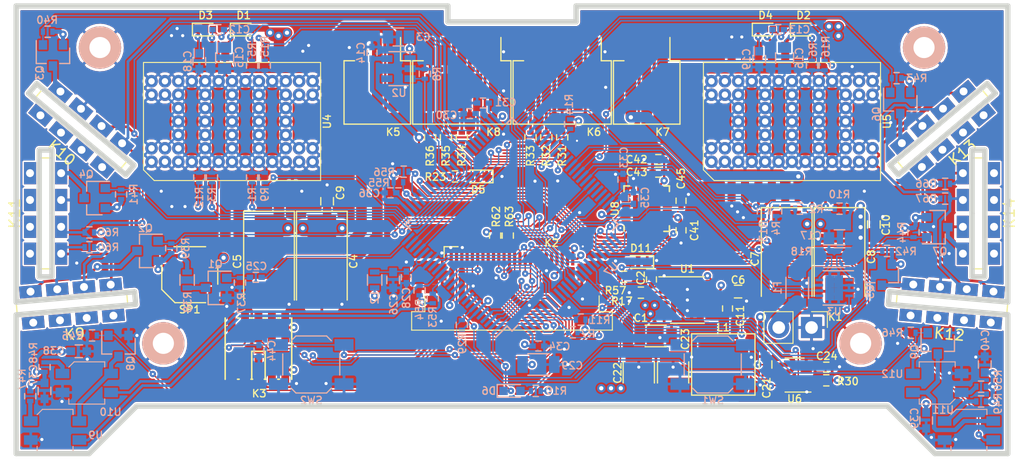
<source format=kicad_pcb>
(kicad_pcb (version 4) (host pcbnew 4.0.7-e2-6376~58~ubuntu16.04.1)
  (title_block (title NARA) (date 2018-04-22) (rev 1.1.0) (company PACABOT))
  (layers (0 F.Cu signal) (1 PWR.Cu power hide) (2 GND.Cu power hide) (31 B.Cu signal hide) (34 B.Paste user hide) (35 F.Paste user) (36 B.SilkS user hide) (37 F.SilkS user hide) (38 B.Mask user) (39 F.Mask user) (44 Edge.Cuts user))
  (net 0 "")
  (net 1 +BATT)
  (net 2 GND)
  (net 3 "Net-(C2-Pad1)")
  (net 4 "Net-(C6-Pad1)")
  (net 5 "Net-(C11-Pad1)")
  (net 6 "Net-(C11-Pad2)")
  (net 7 "Net-(C12-Pad1)")
  (net 8 "Net-(C13-Pad1)")
  (net 9 +5V)
  (net 10 "Net-(C15-Pad2)")
  (net 11 "Net-(C16-Pad2)")
  (net 12 "Net-(C18-Pad1)")
  (net 13 "Net-(C19-Pad1)")
  (net 14 +3.3V)
  (net 15 "Net-(C24-Pad1)")
  (net 16 /BEEPER)
  (net 17 "Net-(C26-Pad2)")
  (net 18 "Net-(C30-Pad2)")
  (net 19 "Net-(C33-Pad2)")
  (net 20 /~RESET)
  (net 21 "Net-(C45-Pad1)")
  (net 22 /LED1)
  (net 23 /LED2)
  (net 24 /LED3)
  (net 25 /LED4)
  (net 26 "Net-(F1-Pad1)")
  (net 27 "Net-(F1-Pad2)")
  (net 28 /SWCLK)
  (net 29 /SWDIO)
  (net 30 "Net-(K6-Pad3)")
  (net 31 "Net-(K6-Pad4)")
  (net 32 "Net-(K6-Pad5)")
  (net 33 "Net-(K8-Pad3)")
  (net 34 "Net-(K8-Pad4)")
  (net 35 "Net-(K8-Pad5)")
  (net 36 /TOF_L_SDA)
  (net 37 /TOF_L_SCL)
  (net 38 "Net-(K9-Pad4)")
  (net 39 "Net-(K10-Pad4)")
  (net 40 "Net-(K11-Pad4)")
  (net 41 /TOF_R_SDA)
  (net 42 /TOF_R_SCL)
  (net 43 "Net-(K12-Pad4)")
  (net 44 "Net-(K13-Pad4)")
  (net 45 "Net-(K14-Pad4)")
  (net 46 /OLED_SCL)
  (net 47 /OLED_SDA)
  (net 48 /TOF_EN_LF)
  (net 49 /TOF_EN_LD)
  (net 50 /TOF_EN_LS)
  (net 51 /TOF_EN_RF)
  (net 52 /TOF_EN_RD)
  (net 53 /TOF_EN_RS)
  (net 54 /LINE_EN)
  (net 55 "Net-(Q8-Pad3)")
  (net 56 "Net-(Q9-Pad3)")
  (net 57 /MOT_L_IN1)
  (net 58 /MOT_R_IN1)
  (net 59 /MOT_L_IN2)
  (net 60 /MOT_R_IN2)
  (net 61 /MOT_L_IN3)
  (net 62 /MOT_R_IN3)
  (net 63 /FUEL_GAUGE_SDA)
  (net 64 /PW_5V_EN)
  (net 65 /MOT_L_EN1)
  (net 66 /MOT_R_EN1)
  (net 67 /FUEL_GAUGE_SCL)
  (net 68 /MOT_L_EN2)
  (net 69 /MOT_R_EN2)
  (net 70 /FUEL_GAUGE_~ALCC)
  (net 71 /MOT_L_EN3)
  (net 72 /MOT_R_EN3)
  (net 73 "Net-(R17-Pad1)")
  (net 74 /WKUP)
  (net 75 /PW_KILL)
  (net 76 /MOT_L_HALL3)
  (net 77 /MOT_L_HALL2)
  (net 78 /MOT_L_HALL1)
  (net 79 /MOT_R_HALL3)
  (net 80 /MOT_R_HALL2)
  (net 81 /MOT_R_HALL1)
  (net 82 "Net-(R38-Pad2)")
  (net 83 "Net-(R47-Pad2)")
  (net 84 "Net-(R48-Pad2)")
  (net 85 "Net-(R49-Pad2)")
  (net 86 "Net-(R50-Pad2)")
  (net 87 /BLUETOOTH_RX)
  (net 88 /BLUETOOTH_TX)
  (net 89 /LINE_ADC_L1)
  (net 90 /LINE_ADC_L2)
  (net 91 /LINE_ADC_R1)
  (net 92 /LINE_ADC_R2)
  (net 93 /USER_SW1)
  (net 94 /USER_SW2)
  (net 95 /PW_3V_EN)
  (net 96 /MOT_L_PHASE_B_ORA)
  (net 97 /MOT_L_PHASE_A_BRO)
  (net 98 /MOT_L_PHASE_C_YEL)
  (net 99 /MOT_R_PHASE_B_ORA)
  (net 100 /MOT_R_PHASE_A_BRO)
  (net 101 /MOT_R_PHASE_C_YEL)
  (net 102 /GYRO_CS)
  (net 103 /GYRO_SCK)
  (net 104 /GYRO_MISO)
  (net 105 /GYRO_MOSI)
  (net 106 "Net-(C12-Pad2)")
  (net 107 "Net-(C13-Pad2)")
  (net 108 "Net-(C25-Pad2)")
  (net 109 "Net-(D5-Pad2)")
  (net 110 "Net-(D11-Pad2)")
  (net 111 /SW_PW)
  (net 112 "Net-(Q1-Pad3)")
  (net 113 /EXT_ADC2)
  (net 114 /EXT_ADC1)
  (net 115 "Net-(D6-Pad2)")
  (module DVB_Mechanicals:Drill_2.6mm (layer B.Cu) (at 110 76)
    (fp_text reference REF1 hide)
    (fp_text value FIDUCIAL1 hide)
    (pad 1 thru_hole circle (at 0 0) (size 4 4) (drill 2) (layers *.Cu *.Mask B.SilkS) (net 2 GND))
  )
  (module DVB_Mechanicals:Drill_2.6mm (layer B.Cu) (at 116 104)
    (fp_text reference REF2 hide)
    (fp_text value FIDUCIAL2 hide)
    (pad 1 thru_hole circle (at 0 0) (size 4 4) (drill 2) (layers *.Cu *.Mask B.SilkS) (net 2 GND))
  )
  (module DVB_Mechanicals:Drill_2.6mm (layer B.Cu) (at 182 104)
    (fp_text reference REF3 hide)
    (fp_text value FIDUCIAL3 hide)
    (pad 1 thru_hole circle (at 0 0) (size 4 4) (drill 2) (layers *.Cu *.Mask B.SilkS) (net 2 GND))
  )
  (module DVB_Mechanicals:Drill_2.6mm (layer B.Cu) (at 188 76)
    (fp_text reference REF4 hide)
    (fp_text value FIDUCIAL4 hide)
    (pad 1 thru_hole circle (at 0 0) (size 4 4) (drill 2) (layers *.Cu *.Mask B.SilkS) (net 2 GND))
  )
  (module DVB_Capacitors_Tantalum:CP_EIA-7343-31 (layer F.Cu) (at 180 95.9 270)
    (fp_text reference C8 (at -0.1 -3 270) (layer F.SilkS) (effects (font (size 0.7 0.7) (thickness 0.127))))
    (fp_text value C_47uF)
    (pad 1 smd rect (at -3.175 0 270) (size 2.55 2.7) (layers F.Cu F.Paste F.Mask) (net 1 +BATT))
    (pad 2 smd rect (at 3.175 0 270) (size 2.55 2.7) (layers F.Cu F.Paste F.Mask) (net 2 GND))
  )
  (module DVB_Capacitors_Tantalum:CP_EIA-7343-31 (layer F.Cu) (at 131 96.25 270)
    (fp_text reference C4 (at 0 -3 270) (layer F.SilkS) (effects (font (size 0.7 0.7) (thickness 0.127))))
    (fp_text value C_47uF)
    (pad 1 smd rect (at -3.175 0 270) (size 2.55 2.7) (layers F.Cu F.Paste F.Mask) (net 1 +BATT))
    (pad 2 smd rect (at 3.175 0 270) (size 2.55 2.7) (layers F.Cu F.Paste F.Mask) (net 2 GND))
  )
  (module DVB_Capacitors_Tantalum:CP_EIA-7343-31 (layer F.Cu) (at 126 96.25 270)
    (fp_text reference C5 (at 0 3 270) (layer F.SilkS) (effects (font (size 0.7 0.7) (thickness 0.127))))
    (fp_text value C_47uF)
    (pad 1 smd rect (at -3.175 0 270) (size 2.55 2.7) (layers F.Cu F.Paste F.Mask) (net 1 +BATT))
    (pad 2 smd rect (at 3.175 0 270) (size 2.55 2.7) (layers F.Cu F.Paste F.Mask) (net 2 GND))
  )
  (module DVB_Capacitors_Tantalum:CP_EIA-7343-31 (layer F.Cu) (at 175 95.9 270)
    (fp_text reference C7 (at 0.1 3 270) (layer F.SilkS) (effects (font (size 0.7 0.7) (thickness 0.127))))
    (fp_text value C_47uF)
    (pad 1 smd rect (at -3.175 0 270) (size 2.55 2.7) (layers F.Cu F.Paste F.Mask) (net 1 +BATT))
    (pad 2 smd rect (at 3.175 0 270) (size 2.55 2.7) (layers F.Cu F.Paste F.Mask) (net 2 GND))
  )
  (module DVB_Connectors:K_PicoSPOX-5 (layer F.Cu) (at 153.75 80 180)
    (fp_text reference K6 (at -3 -4 360) (layer F.SilkS) (effects (font (size 0.7 0.7) (thickness 0.127))))
    (fp_text value K_0002)
    (pad 1 smd rect (at -3 3.65 180) (size 0.85 2.65) (layers F.Cu F.Paste F.Mask) (net 2 GND))
    (pad 1 smd rect (at -3 -0.25 180) (size 0.85 3.55) (layers F.Cu F.Paste F.Mask) (net 2 GND))
    (pad 2 smd rect (at -1.5 3.65 180) (size 0.85 2.65) (layers F.Cu F.Paste F.Mask) (net 9 +5V))
    (pad 3 smd rect (at 0 3.65 180) (size 0.85 2.65) (layers F.Cu F.Paste F.Mask) (net 30 "Net-(K6-Pad3)"))
    (pad 4 smd rect (at 1.5 3.65 180) (size 0.85 2.65) (layers F.Cu F.Paste F.Mask) (net 31 "Net-(K6-Pad4)"))
    (pad 5 smd rect (at 3 3.65 180) (size 0.85 2.65) (layers F.Cu F.Paste F.Mask) (net 32 "Net-(K6-Pad5)"))
    (pad 2 smd rect (at -1.5 -0.25 180) (size 0.85 3.55) (layers F.Cu F.Paste F.Mask) (net 9 +5V))
    (pad 3 smd rect (at 0 -0.25 180) (size 0.85 3.55) (layers F.Cu F.Paste F.Mask) (net 30 "Net-(K6-Pad3)"))
    (pad 4 smd rect (at 1.5 -0.25 180) (size 0.85 3.55) (layers F.Cu F.Paste F.Mask) (net 31 "Net-(K6-Pad4)"))
    (pad 5 smd rect (at 3 -0.25 180) (size 0.85 3.55) (layers F.Cu F.Paste F.Mask) (net 32 "Net-(K6-Pad5)"))
  )
  (module DVB_Connectors:K_PicoSPOX-5 (layer F.Cu) (at 144.25 80 180)
    (fp_text reference K8 (at -3 -4 360) (layer F.SilkS) (effects (font (size 0.7 0.7) (thickness 0.127))))
    (fp_text value K_0002)
    (pad 1 smd rect (at -3 3.65 180) (size 0.85 2.65) (layers F.Cu F.Paste F.Mask) (net 2 GND))
    (pad 1 smd rect (at -3 -0.25 180) (size 0.85 3.55) (layers F.Cu F.Paste F.Mask) (net 2 GND))
    (pad 2 smd rect (at -1.5 3.65 180) (size 0.85 2.65) (layers F.Cu F.Paste F.Mask) (net 9 +5V))
    (pad 3 smd rect (at 0 3.65 180) (size 0.85 2.65) (layers F.Cu F.Paste F.Mask) (net 33 "Net-(K8-Pad3)"))
    (pad 4 smd rect (at 1.5 3.65 180) (size 0.85 2.65) (layers F.Cu F.Paste F.Mask) (net 34 "Net-(K8-Pad4)"))
    (pad 5 smd rect (at 3 3.65 180) (size 0.85 2.65) (layers F.Cu F.Paste F.Mask) (net 35 "Net-(K8-Pad5)"))
    (pad 2 smd rect (at -1.5 -0.25 180) (size 0.85 3.55) (layers F.Cu F.Paste F.Mask) (net 9 +5V))
    (pad 3 smd rect (at 0 -0.25 180) (size 0.85 3.55) (layers F.Cu F.Paste F.Mask) (net 33 "Net-(K8-Pad3)"))
    (pad 4 smd rect (at 1.5 -0.25 180) (size 0.85 3.55) (layers F.Cu F.Paste F.Mask) (net 34 "Net-(K8-Pad4)"))
    (pad 5 smd rect (at 3 -0.25 180) (size 0.85 3.55) (layers F.Cu F.Paste F.Mask) (net 35 "Net-(K8-Pad5)"))
  )
  (module DVB_Inductors:L_5030-Coilcraft (layer F.Cu) (at 169 106 270)
    (fp_text reference L1 (at -3.5 0 360) (layer F.SilkS) (effects (font (size 0.7 0.7) (thickness 0.127))))
    (fp_text value L_0002)
    (pad 1 smd rect (at -1.655 0 270) (size 1.2 4.7) (layers F.Cu F.Paste F.Mask) (net 6 "Net-(C11-Pad2)"))
    (pad 2 smd rect (at 1.655 0 270) (size 1.2 4.7) (layers F.Cu F.Paste F.Mask) (net 14 +3.3V))
  )
  (module DVB_Resistors:R_1206 (layer B.Cu) (at 179.5 95.75 180)
    (fp_text reference R18 (at 3.1 0.45 180) (layer B.SilkS) (effects (font (size 0.7 0.7) (thickness 0.127)) (justify mirror)))
    (fp_text value R_0088)
    (pad 1 smd rect (at -1.45 0 180) (size 0.9 1.7) (layers B.Cu B.Paste B.Mask) (net 1 +BATT))
    (pad 2 smd rect (at 1.45 0 180) (size 0.9 1.7) (layers B.Cu B.Paste B.Mask) (net 26 "Net-(F1-Pad1)"))
  )
  (module DVB_Buzzers:SP_KSSG-5x5x3 (layer F.Cu) (at 118.5 97.5 180)
    (fp_text reference SP1 (at 0 -3.3 180) (layer F.SilkS) (effects (font (size 0.7 0.7) (thickness 0.127))))
    (fp_text value SP_0001)
    (pad 1 smd rect (at -2.25 1.75 180) (size 1 1.3) (layers F.Cu F.Paste F.Mask) (net 1 +BATT))
    (pad 2 smd rect (at 2.25 1.75 180) (size 1 1.2) (layers F.Cu F.Paste F.Mask) (net 82 "Net-(R38-Pad2)"))
    (pad 3 smd rect (at -2.25 -1.75 180) (size 1 1.2) (layers F.Cu F.Paste F.Mask))
  )
  (module DVB_SSOP:MSOP_16-1EP_3x4_P0.5 (layer F.Cu) (at 165.6 99.9 270)
    (fp_text reference U1 (at -2.95 0 360) (layer F.SilkS) (effects (font (size 0.7 0.7) (thickness 0.127))))
    (fp_text value U_LT8610ABIMSE-3.3)
    (pad 1 smd rect (at -1.75 2.2) (size 1 0.3) (layers F.Cu F.Paste F.Mask) (net 2 GND))
    (pad 2 smd rect (at -1.25 2.2) (size 1 0.3) (layers F.Cu F.Paste F.Mask) (net 3 "Net-(C2-Pad1)"))
    (pad 3 smd rect (at -0.75 2.2) (size 1 0.3) (layers F.Cu F.Paste F.Mask) (net 73 "Net-(R17-Pad1)"))
    (pad 4 smd rect (at -0.25 2.2) (size 1 0.3) (layers F.Cu F.Paste F.Mask) (net 95 /PW_3V_EN))
    (pad 5 smd rect (at 0.25 2.2) (size 1 0.3) (layers F.Cu F.Paste F.Mask) (net 1 +BATT))
    (pad 12 smd rect (at 0.25 -2.2) (size 1 0.3) (layers F.Cu F.Paste F.Mask) (net 5 "Net-(C11-Pad1)"))
    (pad 13 smd rect (at -0.25 -2.2) (size 1 0.3) (layers F.Cu F.Paste F.Mask) (net 4 "Net-(C6-Pad1)"))
    (pad 14 smd rect (at -0.75 -2.2) (size 1 0.3) (layers F.Cu F.Paste F.Mask) (net 14 +3.3V))
    (pad 15 smd rect (at -1.25 -2.2) (size 1 0.3) (layers F.Cu F.Paste F.Mask))
    (pad 16 smd rect (at -1.75 -2.2) (size 1 0.3) (layers F.Cu F.Paste F.Mask) (net 14 +3.3V))
    (pad 6 smd rect (at 0.75 2.2) (size 1 0.3) (layers F.Cu F.Paste F.Mask) (net 1 +BATT))
    (pad 7 smd rect (at 1.25 2.2) (size 1 0.3) (layers F.Cu F.Paste F.Mask))
    (pad 8 smd rect (at 1.75 2.2) (size 1 0.3) (layers F.Cu F.Paste F.Mask) (net 2 GND))
    (pad 11 smd rect (at 0.75 -2.2) (size 1 0.3) (layers F.Cu F.Paste F.Mask) (net 6 "Net-(C11-Pad2)"))
    (pad 10 smd rect (at 1.25 -2.2) (size 1 0.3) (layers F.Cu F.Paste F.Mask) (net 6 "Net-(C11-Pad2)"))
    (pad 9 smd rect (at 1.75 -2.2) (size 1 0.3) (layers F.Cu F.Paste F.Mask) (net 6 "Net-(C11-Pad2)"))
    (pad 17 smd rect (at -0.95 -0.4) (size 0.825 0.95) (layers F.Cu F.Paste F.Mask) (net 2 GND))
    (pad 17 smd rect (at 0 -0.4) (size 0.825 0.95) (layers F.Cu F.Paste F.Mask) (net 2 GND))
    (pad 17 smd rect (at 0.95 -0.4) (size 0.825 0.95) (layers F.Cu F.Paste F.Mask) (net 2 GND))
    (pad 17 smd rect (at 0.95 0.4) (size 0.825 0.95) (layers F.Cu F.Paste F.Mask) (net 2 GND))
    (pad 17 smd rect (at 0 0.4) (size 0.825 0.95) (layers F.Cu F.Paste F.Mask) (net 2 GND))
    (pad 17 smd rect (at -0.95 0.4) (size 0.825 0.95) (layers F.Cu F.Paste F.Mask) (net 2 GND))
  )
  (module DVB_SOT:SOT_23-5 (layer B.Cu) (at 138.25 78 270)
    (fp_text reference U2 (at 2.3 -0.05 540) (layer B.SilkS) (effects (font (size 0.7 0.7) (thickness 0.127)) (justify mirror)))
    (fp_text value U_AP2204K-5.0TRG1)
    (pad 1 smd rect (at -0.95 -1.1 180) (size 1.06 0.65) (layers B.Cu B.Paste B.Mask) (net 1 +BATT))
    (pad 2 smd rect (at 0 -1.1 180) (size 1.06 0.65) (layers B.Cu B.Paste B.Mask) (net 2 GND))
    (pad 3 smd rect (at 0.95 -1.1 180) (size 1.06 0.65) (layers B.Cu B.Paste B.Mask) (net 64 /PW_5V_EN))
    (pad 4 smd rect (at 0.95 1.1 180) (size 1.06 0.65) (layers B.Cu B.Paste B.Mask))
    (pad 5 smd rect (at -0.95 1.1 180) (size 1.06 0.65) (layers B.Cu B.Paste B.Mask) (net 9 +5V))
  )
  (module NARA_Lib:K_PicoSPOX-3 (layer F.Cu) (at 161.75 80 180)
    (fp_text reference K7 (at -1.5 -4 360) (layer F.SilkS) (effects (font (size 0.7 0.7) (thickness 0.127))))
    (fp_text value K_PicoSPOX-3)
    (pad 1 smd rect (at -1.5 3.65 180) (size 0.85 2.65) (layers F.Cu F.Paste F.Mask) (net 101 /MOT_R_PHASE_C_YEL))
    (pad 1 smd rect (at -1.5 -0.25 180) (size 0.85 3.55) (layers F.Cu F.Paste F.Mask) (net 101 /MOT_R_PHASE_C_YEL))
    (pad 2 smd rect (at 0 3.65 180) (size 0.85 2.65) (layers F.Cu F.Paste F.Mask) (net 99 /MOT_R_PHASE_B_ORA))
    (pad 3 smd rect (at 1.5 3.65 180) (size 0.85 2.65) (layers F.Cu F.Paste F.Mask) (net 100 /MOT_R_PHASE_A_BRO))
    (pad 2 smd rect (at 0 -0.25 180) (size 0.85 3.55) (layers F.Cu F.Paste F.Mask) (net 99 /MOT_R_PHASE_B_ORA))
    (pad 3 smd rect (at 1.5 -0.25 180) (size 0.85 3.55) (layers F.Cu F.Paste F.Mask) (net 100 /MOT_R_PHASE_A_BRO))
  )
  (module NARA_Lib:K_PicoSPOX-3 (layer F.Cu) (at 136.25 80 180)
    (fp_text reference K5 (at -1.5 -4 360) (layer F.SilkS) (effects (font (size 0.7 0.7) (thickness 0.127))))
    (fp_text value K_PicoSPOX-3)
    (pad 1 smd rect (at -1.5 3.65 180) (size 0.85 2.65) (layers F.Cu F.Paste F.Mask) (net 98 /MOT_L_PHASE_C_YEL))
    (pad 1 smd rect (at -1.5 -0.25 180) (size 0.85 3.55) (layers F.Cu F.Paste F.Mask) (net 98 /MOT_L_PHASE_C_YEL))
    (pad 2 smd rect (at 0 3.65 180) (size 0.85 2.65) (layers F.Cu F.Paste F.Mask) (net 96 /MOT_L_PHASE_B_ORA))
    (pad 3 smd rect (at 1.5 3.65 180) (size 0.85 2.65) (layers F.Cu F.Paste F.Mask) (net 97 /MOT_L_PHASE_A_BRO))
    (pad 2 smd rect (at 0 -0.25 180) (size 0.85 3.55) (layers F.Cu F.Paste F.Mask) (net 96 /MOT_L_PHASE_B_ORA))
    (pad 3 smd rect (at 1.5 -0.25 180) (size 0.85 3.55) (layers F.Cu F.Paste F.Mask) (net 97 /MOT_L_PHASE_A_BRO))
  )
  (module DVB_SOT:SOT_23-8 (layer F.Cu) (at 175.75 107 180)
    (fp_text reference U6 (at 0 -2.25 180) (layer F.SilkS) (effects (font (size 0.7 0.7) (thickness 0.127))))
    (fp_text value LTC2955TS8-1)
    (pad 1 smd rect (at -1.1 -0.98 180) (size 1.06 0.4) (layers F.Cu F.Paste F.Mask) (net 2 GND))
    (pad 2 smd rect (at -1.1 -0.33 180) (size 1.06 0.4) (layers F.Cu F.Paste F.Mask) (net 75 /PW_KILL))
    (pad 3 smd rect (at -1.1 0.33 180) (size 1.06 0.4) (layers F.Cu F.Paste F.Mask) (net 15 "Net-(C24-Pad1)"))
    (pad 4 smd rect (at -1.1 0.98 180) (size 1.06 0.4) (layers F.Cu F.Paste F.Mask) (net 2 GND))
    (pad 5 smd rect (at 1.1 0.98 180) (size 1.06 0.4) (layers F.Cu F.Paste F.Mask) (net 111 /SW_PW))
    (pad 6 smd rect (at 1.1 0.33 180) (size 1.06 0.4) (layers F.Cu F.Paste F.Mask) (net 1 +BATT))
    (pad 7 smd rect (at 1.1 -0.33 180) (size 1.06 0.4) (layers F.Cu F.Paste F.Mask) (net 95 /PW_3V_EN))
    (pad 8 smd rect (at 1.1 -0.98 180) (size 1.06 0.4) (layers F.Cu F.Paste F.Mask) (net 74 /WKUP))
  )
  (module DVB_QFP:LQFP-100_14x14mm_Pitch0.5mm (layer B.Cu) (at 149 92.75 45)
    (fp_text reference U7 (at 3.6416 9.652008 45) (layer B.SilkS) (effects (font (size 0.7 0.7) (thickness 0.127)) (justify mirror)))
    (fp_text value STM32H743VITx)
    (pad 1 smd rect (at -7.9 6 45) (size 1.5 0.28) (layers B.Cu B.Paste B.Mask) (net 22 /LED1))
    (pad 2 smd rect (at -7.9 5.5 45) (size 1.5 0.28) (layers B.Cu B.Paste B.Mask) (net 23 /LED2))
    (pad 3 smd rect (at -7.9 5 45) (size 1.5 0.28) (layers B.Cu B.Paste B.Mask) (net 24 /LED3))
    (pad 4 smd rect (at -7.9 4.5 45) (size 1.5 0.28) (layers B.Cu B.Paste B.Mask) (net 25 /LED4))
    (pad 5 smd rect (at -7.9 4 45) (size 1.5 0.28) (layers B.Cu B.Paste B.Mask))
    (pad 6 smd rect (at -7.9 3.5 45) (size 1.5 0.28) (layers B.Cu B.Paste B.Mask) (net 14 +3.3V))
    (pad 7 smd rect (at -7.9 3 45) (size 1.5 0.28) (layers B.Cu B.Paste B.Mask) (net 74 /WKUP))
    (pad 8 smd rect (at -7.9 2.5 45) (size 1.5 0.28) (layers B.Cu B.Paste B.Mask))
    (pad 9 smd rect (at -7.9 2 45) (size 1.5 0.28) (layers B.Cu B.Paste B.Mask))
    (pad 10 smd rect (at -7.9 1.5 45) (size 1.5 0.28) (layers B.Cu B.Paste B.Mask) (net 2 GND))
    (pad 11 smd rect (at -7.9 1 45) (size 1.5 0.28) (layers B.Cu B.Paste B.Mask) (net 14 +3.3V))
    (pad 12 smd rect (at -7.9 0.5 45) (size 1.5 0.28) (layers B.Cu B.Paste B.Mask))
    (pad 13 smd rect (at -7.9 0 45) (size 1.5 0.28) (layers B.Cu B.Paste B.Mask))
    (pad 14 smd rect (at -7.9 -0.5 45) (size 1.5 0.28) (layers B.Cu B.Paste B.Mask) (net 20 /~RESET))
    (pad 15 smd rect (at -7.9 -1 45) (size 1.5 0.28) (layers B.Cu B.Paste B.Mask) (net 91 /LINE_ADC_R1))
    (pad 16 smd rect (at -7.9 -1.5 45) (size 1.5 0.28) (layers B.Cu B.Paste B.Mask) (net 92 /LINE_ADC_R2))
    (pad 17 smd rect (at -7.9 -2 45) (size 1.5 0.28) (layers B.Cu B.Paste B.Mask) (net 114 /EXT_ADC1))
    (pad 18 smd rect (at -7.9 -2.5 45) (size 1.5 0.28) (layers B.Cu B.Paste B.Mask) (net 113 /EXT_ADC2))
    (pad 19 smd rect (at -7.9 -3 45) (size 1.5 0.28) (layers B.Cu B.Paste B.Mask) (net 2 GND))
    (pad 20 smd rect (at -7.9 -3.5 45) (size 1.5 0.28) (layers B.Cu B.Paste B.Mask) (net 17 "Net-(C26-Pad2)"))
    (pad 21 smd rect (at -7.9 -4 45) (size 1.5 0.28) (layers B.Cu B.Paste B.Mask) (net 17 "Net-(C26-Pad2)"))
    (pad 22 smd rect (at -7.9 -4.5 45) (size 1.5 0.28) (layers B.Cu B.Paste B.Mask) (net 81 /MOT_R_HALL1))
    (pad 23 smd rect (at -7.9 -5 45) (size 1.5 0.28) (layers B.Cu B.Paste B.Mask) (net 80 /MOT_R_HALL2))
    (pad 24 smd rect (at -7.9 -5.5 45) (size 1.5 0.28) (layers B.Cu B.Paste B.Mask) (net 79 /MOT_R_HALL3))
    (pad 25 smd rect (at -7.9 -6 45) (size 1.5 0.28) (layers B.Cu B.Paste B.Mask) (net 16 /BEEPER))
    (pad 26 smd rect (at -6 -7.9 315) (size 1.5 0.28) (layers B.Cu B.Paste B.Mask) (net 2 GND))
    (pad 27 smd rect (at -5.5 -7.9 315) (size 1.5 0.28) (layers B.Cu B.Paste B.Mask) (net 14 +3.3V))
    (pad 28 smd rect (at -5 -7.9 315) (size 1.5 0.28) (layers B.Cu B.Paste B.Mask) (net 89 /LINE_ADC_L1))
    (pad 29 smd rect (at -4.5 -7.9 315) (size 1.5 0.28) (layers B.Cu B.Paste B.Mask) (net 90 /LINE_ADC_L2))
    (pad 30 smd rect (at -4 -7.9 315) (size 1.5 0.28) (layers B.Cu B.Paste B.Mask))
    (pad 31 smd rect (at -3.5 -7.9 315) (size 1.5 0.28) (layers B.Cu B.Paste B.Mask) (net 66 /MOT_R_EN1))
    (pad 32 smd rect (at -3 -7.9 315) (size 1.5 0.28) (layers B.Cu B.Paste B.Mask))
    (pad 33 smd rect (at -2.5 -7.9 315) (size 1.5 0.28) (layers B.Cu B.Paste B.Mask))
    (pad 34 smd rect (at -2 -7.9 315) (size 1.5 0.28) (layers B.Cu B.Paste B.Mask))
    (pad 35 smd rect (at -1.5 -7.9 315) (size 1.5 0.28) (layers B.Cu B.Paste B.Mask))
    (pad 36 smd rect (at -1 -7.9 315) (size 1.5 0.28) (layers B.Cu B.Paste B.Mask) (net 64 /PW_5V_EN))
    (pad 37 smd rect (at -0.5 -7.9 315) (size 1.5 0.28) (layers B.Cu B.Paste B.Mask))
    (pad 38 smd rect (at 0 -7.9 315) (size 1.5 0.28) (layers B.Cu B.Paste B.Mask) (net 65 /MOT_L_EN1))
    (pad 39 smd rect (at 0.5 -7.9 315) (size 1.5 0.28) (layers B.Cu B.Paste B.Mask) (net 57 /MOT_L_IN1))
    (pad 40 smd rect (at 1 -7.9 315) (size 1.5 0.28) (layers B.Cu B.Paste B.Mask) (net 68 /MOT_L_EN2))
    (pad 41 smd rect (at 1.5 -7.9 315) (size 1.5 0.28) (layers B.Cu B.Paste B.Mask) (net 59 /MOT_L_IN2))
    (pad 42 smd rect (at 2 -7.9 315) (size 1.5 0.28) (layers B.Cu B.Paste B.Mask) (net 71 /MOT_L_EN3))
    (pad 43 smd rect (at 2.5 -7.9 315) (size 1.5 0.28) (layers B.Cu B.Paste B.Mask) (net 61 /MOT_L_IN3))
    (pad 44 smd rect (at 3 -7.9 315) (size 1.5 0.28) (layers B.Cu B.Paste B.Mask))
    (pad 45 smd rect (at 3.5 -7.9 315) (size 1.5 0.28) (layers B.Cu B.Paste B.Mask))
    (pad 46 smd rect (at 4 -7.9 315) (size 1.5 0.28) (layers B.Cu B.Paste B.Mask) (net 42 /TOF_R_SCL))
    (pad 47 smd rect (at 4.5 -7.9 315) (size 1.5 0.28) (layers B.Cu B.Paste B.Mask) (net 41 /TOF_R_SDA))
    (pad 48 smd rect (at 5 -7.9 315) (size 1.5 0.28) (layers B.Cu B.Paste B.Mask) (net 18 "Net-(C30-Pad2)"))
    (pad 49 smd rect (at 5.5 -7.9 315) (size 1.5 0.28) (layers B.Cu B.Paste B.Mask) (net 2 GND))
    (pad 50 smd rect (at 6 -7.9 315) (size 1.5 0.28) (layers B.Cu B.Paste B.Mask) (net 14 +3.3V))
    (pad 51 smd rect (at 7.9 -6 45) (size 1.5 0.28) (layers B.Cu B.Paste B.Mask))
    (pad 52 smd rect (at 7.9 -5.5 45) (size 1.5 0.28) (layers B.Cu B.Paste B.Mask))
    (pad 53 smd rect (at 7.9 -5 45) (size 1.5 0.28) (layers B.Cu B.Paste B.Mask) (net 69 /MOT_R_EN2))
    (pad 54 smd rect (at 7.9 -4.5 45) (size 1.5 0.28) (layers B.Cu B.Paste B.Mask) (net 72 /MOT_R_EN3))
    (pad 55 smd rect (at 7.9 -4 45) (size 1.5 0.28) (layers B.Cu B.Paste B.Mask))
    (pad 56 smd rect (at 7.9 -3.5 45) (size 1.5 0.28) (layers B.Cu B.Paste B.Mask))
    (pad 57 smd rect (at 7.9 -3 45) (size 1.5 0.28) (layers B.Cu B.Paste B.Mask))
    (pad 58 smd rect (at 7.9 -2.5 45) (size 1.5 0.28) (layers B.Cu B.Paste B.Mask) (net 70 /FUEL_GAUGE_~ALCC))
    (pad 59 smd rect (at 7.9 -2 45) (size 1.5 0.28) (layers B.Cu B.Paste B.Mask) (net 78 /MOT_L_HALL1))
    (pad 60 smd rect (at 7.9 -1.5 45) (size 1.5 0.28) (layers B.Cu B.Paste B.Mask) (net 77 /MOT_L_HALL2))
    (pad 61 smd rect (at 7.9 -1 45) (size 1.5 0.28) (layers B.Cu B.Paste B.Mask) (net 76 /MOT_L_HALL3))
    (pad 62 smd rect (at 7.9 -0.5 45) (size 1.5 0.28) (layers B.Cu B.Paste B.Mask))
    (pad 63 smd rect (at 7.9 0 45) (size 1.5 0.28) (layers B.Cu B.Paste B.Mask) (net 58 /MOT_R_IN1))
    (pad 64 smd rect (at 7.9 0.5 45) (size 1.5 0.28) (layers B.Cu B.Paste B.Mask) (net 60 /MOT_R_IN2))
    (pad 65 smd rect (at 7.9 1 45) (size 1.5 0.28) (layers B.Cu B.Paste B.Mask) (net 62 /MOT_R_IN3))
    (pad 66 smd rect (at 7.9 1.5 45) (size 1.5 0.28) (layers B.Cu B.Paste B.Mask) (net 36 /TOF_L_SDA))
    (pad 67 smd rect (at 7.9 2 45) (size 1.5 0.28) (layers B.Cu B.Paste B.Mask) (net 37 /TOF_L_SCL))
    (pad 68 smd rect (at 7.9 2.5 45) (size 1.5 0.28) (layers B.Cu B.Paste B.Mask) (net 88 /BLUETOOTH_TX))
    (pad 69 smd rect (at 7.9 3 45) (size 1.5 0.28) (layers B.Cu B.Paste B.Mask) (net 87 /BLUETOOTH_RX))
    (pad 70 smd rect (at 7.9 3.5 45) (size 1.5 0.28) (layers B.Cu B.Paste B.Mask))
    (pad 71 smd rect (at 7.9 4 45) (size 1.5 0.28) (layers B.Cu B.Paste B.Mask))
    (pad 72 smd rect (at 7.9 4.5 45) (size 1.5 0.28) (layers B.Cu B.Paste B.Mask) (net 29 /SWDIO))
    (pad 73 smd rect (at 7.9 5 45) (size 1.5 0.28) (layers B.Cu B.Paste B.Mask) (net 19 "Net-(C33-Pad2)"))
    (pad 74 smd rect (at 7.9 5.5 45) (size 1.5 0.28) (layers B.Cu B.Paste B.Mask) (net 2 GND))
    (pad 75 smd rect (at 7.9 6 45) (size 1.5 0.28) (layers B.Cu B.Paste B.Mask) (net 14 +3.3V))
    (pad 76 smd rect (at 6 7.9 315) (size 1.5 0.28) (layers B.Cu B.Paste B.Mask) (net 28 /SWCLK))
    (pad 77 smd rect (at 5.5 7.9 315) (size 1.5 0.28) (layers B.Cu B.Paste B.Mask) (net 102 /GYRO_CS))
    (pad 78 smd rect (at 5 7.9 315) (size 1.5 0.28) (layers B.Cu B.Paste B.Mask) (net 103 /GYRO_SCK))
    (pad 79 smd rect (at 4.5 7.9 315) (size 1.5 0.28) (layers B.Cu B.Paste B.Mask) (net 104 /GYRO_MISO))
    (pad 80 smd rect (at 4 7.9 315) (size 1.5 0.28) (layers B.Cu B.Paste B.Mask) (net 105 /GYRO_MOSI))
    (pad 81 smd rect (at 3.5 7.9 315) (size 1.5 0.28) (layers B.Cu B.Paste B.Mask) (net 75 /PW_KILL))
    (pad 82 smd rect (at 3 7.9 315) (size 1.5 0.28) (layers B.Cu B.Paste B.Mask))
    (pad 83 smd rect (at 2.5 7.9 315) (size 1.5 0.28) (layers B.Cu B.Paste B.Mask) (net 50 /TOF_EN_LS))
    (pad 84 smd rect (at 2 7.9 315) (size 1.5 0.28) (layers B.Cu B.Paste B.Mask) (net 49 /TOF_EN_LD))
    (pad 85 smd rect (at 1.5 7.9 315) (size 1.5 0.28) (layers B.Cu B.Paste B.Mask) (net 48 /TOF_EN_LF))
    (pad 86 smd rect (at 1 7.9 315) (size 1.5 0.28) (layers B.Cu B.Paste B.Mask) (net 53 /TOF_EN_RS))
    (pad 87 smd rect (at 0.5 7.9 315) (size 1.5 0.28) (layers B.Cu B.Paste B.Mask) (net 52 /TOF_EN_RD))
    (pad 88 smd rect (at 0 7.9 315) (size 1.5 0.28) (layers B.Cu B.Paste B.Mask) (net 51 /TOF_EN_RF))
    (pad 89 smd rect (at -0.5 7.9 315) (size 1.5 0.28) (layers B.Cu B.Paste B.Mask))
    (pad 90 smd rect (at -1 7.9 315) (size 1.5 0.28) (layers B.Cu B.Paste B.Mask) (net 54 /LINE_EN))
    (pad 91 smd rect (at -1.5 7.9 315) (size 1.5 0.28) (layers B.Cu B.Paste B.Mask))
    (pad 92 smd rect (at -2 7.9 315) (size 1.5 0.28) (layers B.Cu B.Paste B.Mask) (net 46 /OLED_SCL))
    (pad 93 smd rect (at -2.5 7.9 315) (size 1.5 0.28) (layers B.Cu B.Paste B.Mask) (net 47 /OLED_SDA))
    (pad 94 smd rect (at -3 7.9 315) (size 1.5 0.28) (layers B.Cu B.Paste B.Mask) (net 2 GND))
    (pad 95 smd rect (at -3.5 7.9 315) (size 1.5 0.28) (layers B.Cu B.Paste B.Mask) (net 67 /FUEL_GAUGE_SCL))
    (pad 96 smd rect (at -4 7.9 315) (size 1.5 0.28) (layers B.Cu B.Paste B.Mask) (net 63 /FUEL_GAUGE_SDA))
    (pad 97 smd rect (at -4.5 7.9 315) (size 1.5 0.28) (layers B.Cu B.Paste B.Mask) (net 93 /USER_SW1))
    (pad 98 smd rect (at -5 7.9 315) (size 1.5 0.28) (layers B.Cu B.Paste B.Mask) (net 94 /USER_SW2))
    (pad 99 smd rect (at -5.5 7.9 315) (size 1.5 0.28) (layers B.Cu B.Paste B.Mask) (net 2 GND))
    (pad 100 smd rect (at -6 7.9 315) (size 1.5 0.28) (layers B.Cu B.Paste B.Mask) (net 14 +3.3V))
  )
  (module DVB_QFN_DFN:DFN_8-1EP_3x3mm_P0.5mm (layer B.Cu) (at 179.5 98.75 180)
    (fp_text reference U3 (at 0 -2.25 180) (layer B.SilkS) (effects (font (size 0.7 0.7) (thickness 0.127)) (justify mirror)))
    (fp_text value LTC2944)
    (pad 1 smd rect (at -1.4 0.75 180) (size 0.7 0.25) (layers B.Cu B.Paste B.Mask) (net 1 +BATT))
    (pad 2 smd rect (at -1.4 0.25 180) (size 0.7 0.25) (layers B.Cu B.Paste B.Mask) (net 2 GND))
    (pad 3 smd rect (at -1.4 -0.25 180) (size 0.7 0.25) (layers B.Cu B.Paste B.Mask) (net 2 GND))
    (pad 4 smd rect (at -1.4 -0.75 180) (size 0.7 0.25) (layers B.Cu B.Paste B.Mask) (net 67 /FUEL_GAUGE_SCL))
    (pad 5 smd rect (at 1.4 -0.75 180) (size 0.7 0.25) (layers B.Cu B.Paste B.Mask) (net 63 /FUEL_GAUGE_SDA))
    (pad 6 smd rect (at 1.4 -0.25 180) (size 0.7 0.25) (layers B.Cu B.Paste B.Mask) (net 70 /FUEL_GAUGE_~ALCC))
    (pad 7 smd rect (at 1.4 0.25 180) (size 0.7 0.25) (layers B.Cu B.Paste B.Mask) (net 2 GND))
    (pad 8 smd rect (at 1.4 0.75 180) (size 0.7 0.25) (layers B.Cu B.Paste B.Mask) (net 26 "Net-(F1-Pad1)"))
    (pad 9 smd rect (at 0.415 -0.595 180) (size 0.83 1.19) (layers B.Cu B.Paste B.Mask) (net 2 GND))
    (pad 9 smd rect (at 0.415 0.595 180) (size 0.83 1.19) (layers B.Cu B.Paste B.Mask) (net 2 GND))
    (pad 9 smd rect (at -0.415 -0.595 180) (size 0.83 1.19) (layers B.Cu B.Paste B.Mask) (net 2 GND))
    (pad 9 smd rect (at -0.415 0.595 180) (size 0.83 1.19) (layers B.Cu B.Paste B.Mask) (net 2 GND))
  )
  (module DVB_QFN_DFN:QFN-24-1EP_4x4mm_Pitch0.5mm (layer F.Cu) (at 161.75 91.25 90)
    (fp_text reference U8 (at 0 -3 90) (layer F.SilkS) (effects (font (size 0.7 0.7) (thickness 0.127))))
    (fp_text value ICM-20689)
    (pad 1 smd rect (at -1.95 -1.25 90) (size 0.85 0.3) (layers F.Cu F.Paste F.Mask))
    (pad 2 smd rect (at -1.95 -0.75 90) (size 0.85 0.3) (layers F.Cu F.Paste F.Mask))
    (pad 3 smd rect (at -1.95 -0.25 90) (size 0.85 0.3) (layers F.Cu F.Paste F.Mask))
    (pad 4 smd rect (at -1.95 0.25 90) (size 0.85 0.3) (layers F.Cu F.Paste F.Mask))
    (pad 5 smd rect (at -1.95 0.75 90) (size 0.85 0.3) (layers F.Cu F.Paste F.Mask))
    (pad 6 smd rect (at -1.95 1.25 90) (size 0.85 0.3) (layers F.Cu F.Paste F.Mask))
    (pad 7 smd rect (at -1.25 1.95 180) (size 0.85 0.3) (layers F.Cu F.Paste F.Mask))
    (pad 8 smd rect (at -0.75 1.95 180) (size 0.85 0.3) (layers F.Cu F.Paste F.Mask) (net 14 +3.3V))
    (pad 9 smd rect (at -0.25 1.95 180) (size 0.85 0.3) (layers F.Cu F.Paste F.Mask) (net 104 /GYRO_MISO))
    (pad 10 smd rect (at 0.25 1.95 180) (size 0.85 0.3) (layers F.Cu F.Paste F.Mask) (net 21 "Net-(C45-Pad1)"))
    (pad 11 smd rect (at 0.75 1.95 180) (size 0.85 0.3) (layers F.Cu F.Paste F.Mask) (net 2 GND))
    (pad 12 smd rect (at 1.25 1.95 180) (size 0.85 0.3) (layers F.Cu F.Paste F.Mask))
    (pad 13 smd rect (at 1.95 1.25 90) (size 0.85 0.3) (layers F.Cu F.Paste F.Mask) (net 14 +3.3V))
    (pad 14 smd rect (at 1.95 0.75 90) (size 0.85 0.3) (layers F.Cu F.Paste F.Mask))
    (pad 15 smd rect (at 1.95 0.25 90) (size 0.85 0.3) (layers F.Cu F.Paste F.Mask))
    (pad 16 smd rect (at 1.95 -0.25 90) (size 0.85 0.3) (layers F.Cu F.Paste F.Mask))
    (pad 17 smd rect (at 1.95 -0.75 90) (size 0.85 0.3) (layers F.Cu F.Paste F.Mask))
    (pad 18 smd rect (at 1.95 -1.25 90) (size 0.85 0.3) (layers F.Cu F.Paste F.Mask) (net 2 GND))
    (pad 19 smd rect (at 1.25 -1.95 180) (size 0.85 0.3) (layers F.Cu F.Paste F.Mask))
    (pad 20 smd rect (at 0.75 -1.95 180) (size 0.85 0.3) (layers F.Cu F.Paste F.Mask))
    (pad 21 smd rect (at 0.25 -1.95 180) (size 0.85 0.3) (layers F.Cu F.Paste F.Mask))
    (pad 22 smd rect (at -0.25 -1.95 180) (size 0.85 0.3) (layers F.Cu F.Paste F.Mask) (net 102 /GYRO_CS))
    (pad 23 smd rect (at -0.75 -1.95 180) (size 0.85 0.3) (layers F.Cu F.Paste F.Mask) (net 103 /GYRO_SCK))
    (pad 24 smd rect (at -1.25 -1.95 180) (size 0.85 0.3) (layers F.Cu F.Paste F.Mask) (net 105 /GYRO_MOSI))
    (pad 25 smd rect (at 0.65 0.65 90) (size 1.3 1.3) (layers F.Cu F.Paste F.Mask))
    (pad 25 smd rect (at 0.65 -0.65 90) (size 1.3 1.3) (layers F.Cu F.Paste F.Mask))
    (pad 25 smd rect (at -0.65 0.65 90) (size 1.3 1.3) (layers F.Cu F.Paste F.Mask))
    (pad 25 smd rect (at -0.65 -0.65 90) (size 1.3 1.3) (layers F.Cu F.Paste F.Mask))
  )
  (module DVB_F:F_1206 (layer B.Cu) (at 176 98.75 270)
    (fp_text reference F1 (at 0 1.85 270) (layer B.SilkS) (effects (font (size 0.7 0.7) (thickness 0.127)) (justify mirror)))
    (fp_text value FUSE)
    (pad 1 smd rect (at -1.45 0 270) (size 0.9 1.7) (layers B.Cu B.Paste B.Mask) (net 26 "Net-(F1-Pad1)"))
    (pad 2 smd rect (at 1.45 0 270) (size 0.9 1.7) (layers B.Cu B.Paste B.Mask) (net 27 "Net-(F1-Pad2)"))
  )
  (module DVB_Capacitors_Ceramic:C_1206 (layer F.Cu) (at 162.6 103.3)
    (fp_text reference C1 (at -1.4 -1.7) (layer F.SilkS) (effects (font (size 0.7 0.7) (thickness 0.127))))
    (fp_text value C_0038)
    (pad 1 smd rect (at -1.5 0) (size 1 1.6) (layers F.Cu F.Paste F.Mask) (net 1 +BATT))
    (pad 2 smd rect (at 1.5 0) (size 1 1.6) (layers F.Cu F.Paste F.Mask) (net 2 GND))
  )
  (module DVB_Capacitors_Ceramic:C_0402 (layer F.Cu) (at 162.2 97.95 90)
    (fp_text reference C2 (at 0.15 -1 90) (layer F.SilkS) (effects (font (size 0.7 0.7) (thickness 0.127))))
    (fp_text value C_0001)
    (pad 1 smd rect (at -0.55 0 90) (size 0.6 0.5) (layers F.Cu F.Paste F.Mask) (net 3 "Net-(C2-Pad1)"))
    (pad 2 smd rect (at 0.55 0 90) (size 0.6 0.5) (layers F.Cu F.Paste F.Mask) (net 2 GND))
  )
  (module DVB_Capacitors_Ceramic:C_0805 (layer B.Cu) (at 138.25 75)
    (fp_text reference C3 (at 2.35 0) (layer B.SilkS) (effects (font (size 0.7 0.7) (thickness 0.127)) (justify mirror)))
    (fp_text value C_0056)
    (pad 1 smd rect (at -1 0) (size 1 1.25) (layers B.Cu B.Paste B.Mask) (net 2 GND))
    (pad 2 smd rect (at 1 0) (size 1 1.25) (layers B.Cu B.Paste B.Mask) (net 1 +BATT))
  )
  (module DVB_Capacitors_Ceramic:C_0603 (layer F.Cu) (at 170.4 99.1)
    (fp_text reference C6 (at 0 -1.1) (layer F.SilkS) (effects (font (size 0.7 0.7) (thickness 0.127))))
    (fp_text value C_0037)
    (pad 1 smd rect (at -0.75 0) (size 0.8 0.75) (layers F.Cu F.Paste F.Mask) (net 4 "Net-(C6-Pad1)"))
    (pad 2 smd rect (at 0.75 0) (size 0.8 0.75) (layers F.Cu F.Paste F.Mask) (net 2 GND))
  )
  (module DVB_Capacitors_Ceramic:C_0603 (layer F.Cu) (at 131.5 90.55 90)
    (fp_text reference C9 (at 0.8 1.25 90) (layer F.SilkS) (effects (font (size 0.7 0.7) (thickness 0.127))))
    (fp_text value C_0033)
    (pad 1 smd rect (at -0.75 0 90) (size 0.8 0.75) (layers F.Cu F.Paste F.Mask) (net 1 +BATT))
    (pad 2 smd rect (at 0.75 0 90) (size 0.8 0.75) (layers F.Cu F.Paste F.Mask) (net 2 GND))
  )
  (module DVB_Capacitors_Ceramic:C_0603 (layer F.Cu) (at 183.25 92.75 90)
    (fp_text reference C10 (at -0.05 1.15 90) (layer F.SilkS) (effects (font (size 0.7 0.7) (thickness 0.127))))
    (fp_text value C_0033)
    (pad 1 smd rect (at -0.75 0 90) (size 0.8 0.75) (layers F.Cu F.Paste F.Mask) (net 1 +BATT))
    (pad 2 smd rect (at 0.75 0 90) (size 0.8 0.75) (layers F.Cu F.Paste F.Mask) (net 2 GND))
  )
  (module DVB_Capacitors_Ceramic:C_0402 (layer F.Cu) (at 169.4 100.7 270)
    (fp_text reference C11 (at 0.7 -1.2 270) (layer F.SilkS) (effects (font (size 0.7 0.7) (thickness 0.127))))
    (fp_text value C_0002)
    (pad 1 smd rect (at -0.55 0 270) (size 0.6 0.5) (layers F.Cu F.Paste F.Mask) (net 5 "Net-(C11-Pad1)"))
    (pad 2 smd rect (at 0.55 0 270) (size 0.6 0.5) (layers F.Cu F.Paste F.Mask) (net 6 "Net-(C11-Pad2)"))
  )
  (module DVB_Capacitors_Ceramic:C_0402 (layer B.Cu) (at 121.2 74.3)
    (fp_text reference C12 (at 2 0) (layer B.SilkS) (effects (font (size 0.7 0.7) (thickness 0.127)) (justify mirror)))
    (fp_text value C_0034)
    (pad 1 smd rect (at -0.55 0) (size 0.6 0.5) (layers B.Cu B.Paste B.Mask) (net 7 "Net-(C12-Pad1)"))
    (pad 2 smd rect (at 0.55 0) (size 0.6 0.5) (layers B.Cu B.Paste B.Mask) (net 106 "Net-(C12-Pad2)"))
  )
  (module DVB_Capacitors_Ceramic:C_0402 (layer B.Cu) (at 174.2 74.3)
    (fp_text reference C13 (at 2 0) (layer B.SilkS) (effects (font (size 0.7 0.7) (thickness 0.127)) (justify mirror)))
    (fp_text value C_0034)
    (pad 1 smd rect (at -0.55 0) (size 0.6 0.5) (layers B.Cu B.Paste B.Mask) (net 8 "Net-(C13-Pad1)"))
    (pad 2 smd rect (at 0.55 0) (size 0.6 0.5) (layers B.Cu B.Paste B.Mask) (net 107 "Net-(C13-Pad2)"))
  )
  (module DVB_Capacitors_Ceramic:C_0402 (layer B.Cu) (at 135.75 76.5 90)
    (fp_text reference C14 (at 0 -1.05 90) (layer B.SilkS) (effects (font (size 0.7 0.7) (thickness 0.127)) (justify mirror)))
    (fp_text value C_0045)
    (pad 1 smd rect (at -0.55 0 90) (size 0.6 0.5) (layers B.Cu B.Paste B.Mask) (net 9 +5V))
    (pad 2 smd rect (at 0.55 0 90) (size 0.6 0.5) (layers B.Cu B.Paste B.Mask) (net 2 GND))
  )
  (module DVB_Capacitors_Ceramic:C_0805 (layer B.Cu) (at 121.8 77 90)
    (fp_text reference C15 (at 0.1 1.4 90) (layer B.SilkS) (effects (font (size 0.7 0.7) (thickness 0.127)) (justify mirror)))
    (fp_text value C_0056)
    (pad 1 smd rect (at -1 0 90) (size 1 1.25) (layers B.Cu B.Paste B.Mask) (net 2 GND))
    (pad 2 smd rect (at 1 0 90) (size 1 1.25) (layers B.Cu B.Paste B.Mask) (net 10 "Net-(C15-Pad2)"))
  )
  (module DVB_Capacitors_Ceramic:C_0805 (layer B.Cu) (at 174.8 77 90)
    (fp_text reference C16 (at 0 1.4 90) (layer B.SilkS) (effects (font (size 0.7 0.7) (thickness 0.127)) (justify mirror)))
    (fp_text value C_0056)
    (pad 1 smd rect (at -1 0 90) (size 1 1.25) (layers B.Cu B.Paste B.Mask) (net 2 GND))
    (pad 2 smd rect (at 1 0 90) (size 1 1.25) (layers B.Cu B.Paste B.Mask) (net 11 "Net-(C16-Pad2)"))
  )
  (module DVB_Capacitors_Ceramic:C_0805 (layer B.Cu) (at 180 94.1 180)
    (fp_text reference C17 (at 2.7 0.3 180) (layer B.SilkS) (effects (font (size 0.7 0.7) (thickness 0.127)) (justify mirror)))
    (fp_text value C_0056)
    (pad 1 smd rect (at -1 0 180) (size 1 1.25) (layers B.Cu B.Paste B.Mask) (net 1 +BATT))
    (pad 2 smd rect (at 1 0 180) (size 1 1.25) (layers B.Cu B.Paste B.Mask) (net 2 GND))
  )
  (module DVB_Capacitors_Ceramic:C_0603 (layer B.Cu) (at 119.4 77.3 270)
    (fp_text reference C18 (at 0 1.1 270) (layer B.SilkS) (effects (font (size 0.7 0.7) (thickness 0.127)) (justify mirror)))
    (fp_text value C_220nF)
    (pad 1 smd rect (at -0.75 0 270) (size 0.8 0.75) (layers B.Cu B.Paste B.Mask) (net 12 "Net-(C18-Pad1)"))
    (pad 2 smd rect (at 0.75 0 270) (size 0.8 0.75) (layers B.Cu B.Paste B.Mask) (net 2 GND))
  )
  (module DVB_Capacitors_Ceramic:C_0603 (layer B.Cu) (at 172.4 77.1 270)
    (fp_text reference C19 (at 0 1.2 270) (layer B.SilkS) (effects (font (size 0.7 0.7) (thickness 0.127)) (justify mirror)))
    (fp_text value C_220nF)
    (pad 1 smd rect (at -0.75 0 270) (size 0.8 0.75) (layers B.Cu B.Paste B.Mask) (net 13 "Net-(C19-Pad1)"))
    (pad 2 smd rect (at 0.75 0 270) (size 0.8 0.75) (layers B.Cu B.Paste B.Mask) (net 2 GND))
  )
  (module DVB_Capacitors_Ceramic:C_0603 (layer F.Cu) (at 173 106 270)
    (fp_text reference C21 (at 2.2 -0.1 270) (layer F.SilkS) (effects (font (size 0.7 0.7) (thickness 0.127))))
    (fp_text value C_0033)
    (pad 1 smd rect (at -0.75 0 270) (size 0.8 0.75) (layers F.Cu F.Paste F.Mask) (net 2 GND))
    (pad 2 smd rect (at 0.75 0 270) (size 0.8 0.75) (layers F.Cu F.Paste F.Mask) (net 1 +BATT))
  )
  (module DVB_Capacitors_Ceramic:C_1210 (layer F.Cu) (at 161 106.75 90)
    (fp_text reference C22 (at -0.05 -2 90) (layer F.SilkS) (effects (font (size 0.7 0.7) (thickness 0.127))))
    (fp_text value C_0040)
    (pad 1 smd rect (at -1.5 0 90) (size 1 2.5) (layers F.Cu F.Paste F.Mask) (net 14 +3.3V))
    (pad 2 smd rect (at 1.5 0 90) (size 1 2.5) (layers F.Cu F.Paste F.Mask) (net 2 GND))
  )
  (module DVB_Capacitors_Ceramic:C_1210 (layer F.Cu) (at 164.25 106.75 90)
    (fp_text reference C23 (at 3.15 1.15 90) (layer F.SilkS) (effects (font (size 0.7 0.7) (thickness 0.127))))
    (fp_text value C_0040)
    (pad 1 smd rect (at -1.5 0 90) (size 1 2.5) (layers F.Cu F.Paste F.Mask) (net 14 +3.3V))
    (pad 2 smd rect (at 1.5 0 90) (size 1 2.5) (layers F.Cu F.Paste F.Mask) (net 2 GND))
  )
  (module DVB_Capacitors_Ceramic:C_0402 (layer F.Cu) (at 178.75 106.25)
    (fp_text reference C24 (at 0.05 -1.05) (layer F.SilkS) (effects (font (size 0.7 0.7) (thickness 0.127))))
    (fp_text value C_0002)
    (pad 1 smd rect (at -0.55 0) (size 0.6 0.5) (layers F.Cu F.Paste F.Mask) (net 15 "Net-(C24-Pad1)"))
    (pad 2 smd rect (at 0.55 0) (size 0.6 0.5) (layers F.Cu F.Paste F.Mask) (net 2 GND))
  )
  (module DVB_Capacitors_Ceramic:C_0402 (layer B.Cu) (at 124.75 97.75 180)
    (fp_text reference C25 (at -0.05 1.05 180) (layer B.SilkS) (effects (font (size 0.7 0.7) (thickness 0.127)) (justify mirror)))
    (fp_text value C_0001)
    (pad 1 smd rect (at -0.55 0 180) (size 0.6 0.5) (layers B.Cu B.Paste B.Mask) (net 16 /BEEPER))
    (pad 2 smd rect (at 0.55 0 180) (size 0.6 0.5) (layers B.Cu B.Paste B.Mask) (net 108 "Net-(C25-Pad2)"))
  )
  (module DVB_Capacitors_Ceramic:C_0603 (layer B.Cu) (at 137.75 98 90)
    (fp_text reference C26 (at -2.3 0.05 90) (layer B.SilkS) (effects (font (size 0.7 0.7) (thickness 0.127)) (justify mirror)))
    (fp_text value C_0037)
    (pad 1 smd rect (at -0.75 0 90) (size 0.8 0.75) (layers B.Cu B.Paste B.Mask) (net 2 GND))
    (pad 2 smd rect (at 0.75 0 90) (size 0.8 0.75) (layers B.Cu B.Paste B.Mask) (net 17 "Net-(C26-Pad2)"))
  )
  (module DVB_Capacitors_Ceramic:C_0402 (layer B.Cu) (at 139 97.75 90)
    (fp_text reference C28 (at -1.95 0 90) (layer B.SilkS) (effects (font (size 0.7 0.7) (thickness 0.127)) (justify mirror)))
    (fp_text value C_0002)
    (pad 1 smd rect (at -0.55 0 90) (size 0.6 0.5) (layers B.Cu B.Paste B.Mask) (net 2 GND))
    (pad 2 smd rect (at 0.55 0 90) (size 0.6 0.5) (layers B.Cu B.Paste B.Mask) (net 17 "Net-(C26-Pad2)"))
  )
  (module DVB_Capacitors_Ceramic:C_1206 (layer B.Cu) (at 151.5 106 180)
    (fp_text reference C29 (at -3.2 -0.1 180) (layer B.SilkS) (effects (font (size 0.7 0.7) (thickness 0.127)) (justify mirror)))
    (fp_text value C_0007)
    (pad 1 smd rect (at -1.5 0 180) (size 1 1.6) (layers B.Cu B.Paste B.Mask) (net 2 GND))
    (pad 2 smd rect (at 1.5 0 180) (size 1 1.6) (layers B.Cu B.Paste B.Mask) (net 14 +3.3V))
  )
  (module DVB_Capacitors_Ceramic:C_0402 (layer B.Cu) (at 145 82.25)
    (fp_text reference C30 (at -2.2 0.15) (layer B.SilkS) (effects (font (size 0.7 0.7) (thickness 0.127)) (justify mirror)))
    (fp_text value C_0045)
    (pad 1 smd rect (at -0.55 0) (size 0.6 0.5) (layers B.Cu B.Paste B.Mask) (net 2 GND))
    (pad 2 smd rect (at 0.55 0) (size 0.6 0.5) (layers B.Cu B.Paste B.Mask) (net 18 "Net-(C30-Pad2)"))
  )
  (module DVB_Capacitors_Ceramic:C_0402 (layer B.Cu) (at 159.5 88.5 270)
    (fp_text reference C33 (at -2.1 -0.1 270) (layer B.SilkS) (effects (font (size 0.7 0.7) (thickness 0.127)) (justify mirror)))
    (fp_text value C_0045)
    (pad 1 smd rect (at -0.55 0 270) (size 0.6 0.5) (layers B.Cu B.Paste B.Mask) (net 2 GND))
    (pad 2 smd rect (at 0.55 0 270) (size 0.6 0.5) (layers B.Cu B.Paste B.Mask) (net 19 "Net-(C33-Pad2)"))
  )
  (module DVB_Capacitors_Ceramic:C_0603 (layer B.Cu) (at 104.75 108.5 90)
    (fp_text reference C37 (at 1.5 -1.05 90) (layer B.SilkS) (effects (font (size 0.7 0.7) (thickness 0.127)) (justify mirror)))
    (fp_text value C_0037)
    (pad 1 smd rect (at -0.75 0 90) (size 0.8 0.75) (layers B.Cu B.Paste B.Mask) (net 2 GND))
    (pad 2 smd rect (at 0.75 0 90) (size 0.8 0.75) (layers B.Cu B.Paste B.Mask) (net 14 +3.3V))
  )
  (module DVB_Capacitors_Ceramic:C_0603 (layer B.Cu) (at 108 104.75 180)
    (fp_text reference C38 (at 2.4 0.05 180) (layer B.SilkS) (effects (font (size 0.7 0.7) (thickness 0.127)) (justify mirror)))
    (fp_text value C_0037)
    (pad 1 smd rect (at -0.75 0 180) (size 0.8 0.75) (layers B.Cu B.Paste B.Mask) (net 2 GND))
    (pad 2 smd rect (at 0.75 0 180) (size 0.8 0.75) (layers B.Cu B.Paste B.Mask) (net 14 +3.3V))
  )
  (module DVB_Capacitors_Ceramic:C_0603 (layer B.Cu) (at 188.2 111.3 90)
    (fp_text reference C39 (at 0.2 -1.1 90) (layer B.SilkS) (effects (font (size 0.7 0.7) (thickness 0.127)) (justify mirror)))
    (fp_text value C_0037)
    (pad 1 smd rect (at -0.75 0 90) (size 0.8 0.75) (layers B.Cu B.Paste B.Mask) (net 2 GND))
    (pad 2 smd rect (at 0.75 0 90) (size 0.8 0.75) (layers B.Cu B.Paste B.Mask) (net 14 +3.3V))
  )
  (module DVB_Capacitors_Ceramic:C_0603 (layer B.Cu) (at 193.75 106 270)
    (fp_text reference C40 (at -2.3 -0.05 270) (layer B.SilkS) (effects (font (size 0.7 0.7) (thickness 0.127)) (justify mirror)))
    (fp_text value C_0037)
    (pad 1 smd rect (at -0.75 0 270) (size 0.8 0.75) (layers B.Cu B.Paste B.Mask) (net 2 GND))
    (pad 2 smd rect (at 0.75 0 270) (size 0.8 0.75) (layers B.Cu B.Paste B.Mask) (net 14 +3.3V))
  )
  (module DVB_Capacitors_Ceramic:C_0402 (layer F.Cu) (at 165 93.3 270)
    (fp_text reference C41 (at 0 -1.27 270) (layer F.SilkS) (effects (font (size 0.7 0.7) (thickness 0.127))))
    (fp_text value C_0001)
    (pad 1 smd rect (at -0.55 0 270) (size 0.6 0.5) (layers F.Cu F.Paste F.Mask) (net 14 +3.3V))
    (pad 2 smd rect (at 0.55 0 270) (size 0.6 0.5) (layers F.Cu F.Paste F.Mask) (net 2 GND))
  )
  (module DVB_Capacitors_Ceramic:C_0402 (layer F.Cu) (at 162.85 86.6 180)
    (fp_text reference C42 (at 2.05 0 180) (layer F.SilkS) (effects (font (size 0.7 0.7) (thickness 0.127))))
    (fp_text value C_0045)
    (pad 1 smd rect (at -0.55 0 180) (size 0.6 0.5) (layers F.Cu F.Paste F.Mask) (net 14 +3.3V))
    (pad 2 smd rect (at 0.55 0 180) (size 0.6 0.5) (layers F.Cu F.Paste F.Mask) (net 2 GND))
  )
  (module DVB_Capacitors_Ceramic:C_0402 (layer F.Cu) (at 162.85 87.8 180)
    (fp_text reference C43 (at 2.05 0 180) (layer F.SilkS) (effects (font (size 0.7 0.7) (thickness 0.127))))
    (fp_text value C_0002)
    (pad 1 smd rect (at -0.55 0 180) (size 0.6 0.5) (layers F.Cu F.Paste F.Mask) (net 14 +3.3V))
    (pad 2 smd rect (at 0.55 0 180) (size 0.6 0.5) (layers F.Cu F.Paste F.Mask) (net 2 GND))
  )
  (module DVB_Capacitors_Ceramic:C_0402 (layer B.Cu) (at 125.05 104.7 270)
    (fp_text reference C44 (at 0 -1.2 270) (layer B.SilkS) (effects (font (size 0.7 0.7) (thickness 0.127)) (justify mirror)))
    (fp_text value C_0002)
    (pad 1 smd rect (at -0.55 0 270) (size 0.6 0.5) (layers B.Cu B.Paste B.Mask) (net 20 /~RESET))
    (pad 2 smd rect (at 0.55 0 270) (size 0.6 0.5) (layers B.Cu B.Paste B.Mask) (net 2 GND))
  )
  (module DVB_Capacitors_Ceramic:C_0402 (layer F.Cu) (at 165 90.5 90)
    (fp_text reference C45 (at 2.1 0 90) (layer F.SilkS) (effects (font (size 0.7 0.7) (thickness 0.127))))
    (fp_text value C_470nF)
    (pad 1 smd rect (at -0.55 0 90) (size 0.6 0.5) (layers F.Cu F.Paste F.Mask) (net 21 "Net-(C45-Pad1)"))
    (pad 2 smd rect (at 0.55 0 90) (size 0.6 0.5) (layers F.Cu F.Paste F.Mask) (net 2 GND))
  )
  (module DVB_Diodes:D_SOD-523 (layer F.Cu) (at 123.6 74.3)
    (fp_text reference D1 (at 0 -1.35) (layer F.SilkS) (effects (font (size 0.7 0.7) (thickness 0.127))))
    (fp_text value D_0022)
    (pad 2 smd rect (at 0.7 0 180) (size 0.6 0.7) (layers F.Cu F.Paste F.Mask) (net 1 +BATT))
    (pad 1 smd rect (at -0.7 0 180) (size 0.6 0.7) (layers F.Cu F.Paste F.Mask) (net 106 "Net-(C12-Pad2)"))
  )
  (module DVB_Diodes:D_SOD-523 (layer F.Cu) (at 176.6 74.3)
    (fp_text reference D2 (at 0 -1.35) (layer F.SilkS) (effects (font (size 0.7 0.7) (thickness 0.127))))
    (fp_text value D_0022)
    (pad 2 smd rect (at 0.7 0 180) (size 0.6 0.7) (layers F.Cu F.Paste F.Mask) (net 1 +BATT))
    (pad 1 smd rect (at -0.7 0 180) (size 0.6 0.7) (layers F.Cu F.Paste F.Mask) (net 107 "Net-(C13-Pad2)"))
  )
  (module DVB_Diodes:D_SOD-523 (layer F.Cu) (at 120 74.3)
    (fp_text reference D3 (at 0 -1.35) (layer F.SilkS) (effects (font (size 0.7 0.7) (thickness 0.127))))
    (fp_text value D_0022)
    (pad 2 smd rect (at 0.7 0 180) (size 0.6 0.7) (layers F.Cu F.Paste F.Mask) (net 106 "Net-(C12-Pad2)"))
    (pad 1 smd rect (at -0.7 0 180) (size 0.6 0.7) (layers F.Cu F.Paste F.Mask) (net 12 "Net-(C18-Pad1)"))
  )
  (module DVB_Diodes:D_SOD-523 (layer F.Cu) (at 173 74.3)
    (fp_text reference D4 (at 0 -1.35) (layer F.SilkS) (effects (font (size 0.7 0.7) (thickness 0.127))))
    (fp_text value D_0022)
    (pad 2 smd rect (at 0.7 0 180) (size 0.6 0.7) (layers F.Cu F.Paste F.Mask) (net 107 "Net-(C13-Pad2)"))
    (pad 1 smd rect (at -0.7 0 180) (size 0.6 0.7) (layers F.Cu F.Paste F.Mask) (net 13 "Net-(C19-Pad1)"))
  )
  (module DVB_LED:LED_0603-red (layer F.Cu) (at 145.8 88.2 180)
    (fp_text reference D5 (at 0 -1.25 180) (layer F.SilkS) (effects (font (size 0.7 0.7) (thickness 0.127))))
    (fp_text value D_0001)
    (pad 2 smd rect (at 0.8 0) (size 0.8 0.8) (layers F.Cu F.Paste F.Mask) (net 109 "Net-(D5-Pad2)"))
    (pad 1 smd rect (at -0.8 0) (size 0.8 0.8) (layers F.Cu F.Paste F.Mask) (net 2 GND))
  )
  (module DVB_LED:LED_0603-red (layer F.Cu) (at 161 96.3 180)
    (fp_text reference D11 (at -0.2 1.3 180) (layer F.SilkS) (effects (font (size 0.7 0.7) (thickness 0.127))))
    (fp_text value D_0001)
    (pad 2 smd rect (at 0.8 0) (size 0.8 0.8) (layers F.Cu F.Paste F.Mask) (net 110 "Net-(D11-Pad2)"))
    (pad 1 smd rect (at -0.8 0) (size 0.8 0.8) (layers F.Cu F.Paste F.Mask) (net 2 GND))
  )
  (module DVB_Inductors:L_0603 (layer B.Cu) (at 136 98 90)
    (fp_text reference L2 (at -1.7 0 90) (layer B.SilkS) (effects (font (size 0.7 0.7) (thickness 0.127)) (justify mirror)))
    (fp_text value L_0010)
    (pad 1 smd rect (at -0.75 0 90) (size 0.5 0.9) (layers B.Cu B.Paste B.Mask) (net 14 +3.3V))
    (pad 2 smd rect (at 0.75 0 90) (size 0.5 0.9) (layers B.Cu B.Paste B.Mask) (net 17 "Net-(C26-Pad2)"))
  )
  (module DVB_SOT:SOT_23 (layer B.Cu) (at 121 98.75 270)
    (fp_text reference Q1 (at -2.25 0.1 540) (layer B.SilkS) (effects (font (size 0.7 0.7) (thickness 0.127)) (justify mirror)))
    (fp_text value Q_0004)
    (pad 1 smd rect (at -0.95 -1 180) (size 0.9 0.8) (layers B.Cu B.Paste B.Mask) (net 108 "Net-(C25-Pad2)"))
    (pad 2 smd rect (at 0.95 -1 180) (size 0.9 0.8) (layers B.Cu B.Paste B.Mask) (net 2 GND))
    (pad 3 smd rect (at 0 1 180) (size 0.9 0.8) (layers B.Cu B.Paste B.Mask) (net 112 "Net-(Q1-Pad3)"))
  )
  (module DVB_SOT:SOT_23 (layer B.Cu) (at 114.5 95.25 270)
    (fp_text reference Q2 (at -2.15 0.2 540) (layer B.SilkS) (effects (font (size 0.7 0.7) (thickness 0.127)) (justify mirror)))
    (fp_text value Q_0007)
    (pad 1 smd rect (at -0.95 -1 180) (size 0.9 0.8) (layers B.Cu B.Paste B.Mask) (net 51 /TOF_EN_RF))
    (pad 2 smd rect (at 0.95 -1 180) (size 0.9 0.8) (layers B.Cu B.Paste B.Mask) (net 14 +3.3V))
    (pad 3 smd rect (at 0 1 180) (size 0.9 0.8) (layers B.Cu B.Paste B.Mask) (net 38 "Net-(K9-Pad4)"))
  )
  (module DVB_SOT:SOT_23 (layer B.Cu) (at 105.55 76.75)
    (fp_text reference Q3 (at -1.25 1.65 270) (layer B.SilkS) (effects (font (size 0.7 0.7) (thickness 0.127)) (justify mirror)))
    (fp_text value Q_0007)
    (pad 1 smd rect (at -0.95 -1 270) (size 0.9 0.8) (layers B.Cu B.Paste B.Mask) (net 52 /TOF_EN_RD))
    (pad 2 smd rect (at 0.95 -1 270) (size 0.9 0.8) (layers B.Cu B.Paste B.Mask) (net 14 +3.3V))
    (pad 3 smd rect (at 0 1 270) (size 0.9 0.8) (layers B.Cu B.Paste B.Mask) (net 39 "Net-(K10-Pad4)"))
  )
  (module DVB_SOT:SOT_23 (layer B.Cu) (at 109.5 90.25 270)
    (fp_text reference Q4 (at -2.25 0.8 540) (layer B.SilkS) (effects (font (size 0.7 0.7) (thickness 0.127)) (justify mirror)))
    (fp_text value Q_0007)
    (pad 1 smd rect (at -0.95 -1 180) (size 0.9 0.8) (layers B.Cu B.Paste B.Mask) (net 53 /TOF_EN_RS))
    (pad 2 smd rect (at 0.95 -1 180) (size 0.9 0.8) (layers B.Cu B.Paste B.Mask) (net 14 +3.3V))
    (pad 3 smd rect (at 0 1 180) (size 0.9 0.8) (layers B.Cu B.Paste B.Mask) (net 40 "Net-(K11-Pad4)"))
  )
  (module DVB_SOT:SOT_23 (layer B.Cu) (at 184 97.5)
    (fp_text reference Q5 (at -1.1 1.6 270) (layer B.SilkS) (effects (font (size 0.7 0.7) (thickness 0.127)) (justify mirror)))
    (fp_text value Q_0007)
    (pad 1 smd rect (at -0.95 -1 270) (size 0.9 0.8) (layers B.Cu B.Paste B.Mask) (net 48 /TOF_EN_LF))
    (pad 2 smd rect (at 0.95 -1 270) (size 0.9 0.8) (layers B.Cu B.Paste B.Mask) (net 14 +3.3V))
    (pad 3 smd rect (at 0 1 270) (size 0.9 0.8) (layers B.Cu B.Paste B.Mask) (net 43 "Net-(K12-Pad4)"))
  )
  (module DVB_SOT:SOT_23 (layer B.Cu) (at 185.75 81.25)
    (fp_text reference Q6 (at -2.25 1.05 270) (layer B.SilkS) (effects (font (size 0.7 0.7) (thickness 0.127)) (justify mirror)))
    (fp_text value Q_0007)
    (pad 1 smd rect (at -0.95 -1 270) (size 0.9 0.8) (layers B.Cu B.Paste B.Mask) (net 49 /TOF_EN_LD))
    (pad 2 smd rect (at 0.95 -1 270) (size 0.9 0.8) (layers B.Cu B.Paste B.Mask) (net 14 +3.3V))
    (pad 3 smd rect (at 0 1 270) (size 0.9 0.8) (layers B.Cu B.Paste B.Mask) (net 44 "Net-(K13-Pad4)"))
  )
  (module DVB_SOT:SOT_23 (layer B.Cu) (at 189.25 93 90)
    (fp_text reference Q7 (at -2.3 0.25 360) (layer B.SilkS) (effects (font (size 0.7 0.7) (thickness 0.127)) (justify mirror)))
    (fp_text value Q_0007)
    (pad 1 smd rect (at -0.95 -1) (size 0.9 0.8) (layers B.Cu B.Paste B.Mask) (net 50 /TOF_EN_LS))
    (pad 2 smd rect (at 0.95 -1) (size 0.9 0.8) (layers B.Cu B.Paste B.Mask) (net 14 +3.3V))
    (pad 3 smd rect (at 0 1) (size 0.9 0.8) (layers B.Cu B.Paste B.Mask) (net 45 "Net-(K14-Pad4)"))
  )
  (module DVB_SOT:SOT_23 (layer B.Cu) (at 111.75 104.25)
    (fp_text reference Q8 (at 1.15 1.65 270) (layer B.SilkS) (effects (font (size 0.7 0.7) (thickness 0.127)) (justify mirror)))
    (fp_text value Q_0004)
    (pad 1 smd rect (at -0.95 -1 270) (size 0.9 0.8) (layers B.Cu B.Paste B.Mask) (net 54 /LINE_EN))
    (pad 2 smd rect (at 0.95 -1 270) (size 0.9 0.8) (layers B.Cu B.Paste B.Mask) (net 2 GND))
    (pad 3 smd rect (at 0 1 270) (size 0.9 0.8) (layers B.Cu B.Paste B.Mask) (net 55 "Net-(Q8-Pad3)"))
  )
  (module DVB_SOT:SOT_23 (layer B.Cu) (at 189.3 104)
    (fp_text reference Q9 (at -2.2 0.8 270) (layer B.SilkS) (effects (font (size 0.7 0.7) (thickness 0.127)) (justify mirror)))
    (fp_text value Q_0004)
    (pad 1 smd rect (at -0.95 -1 270) (size 0.9 0.8) (layers B.Cu B.Paste B.Mask) (net 54 /LINE_EN))
    (pad 2 smd rect (at 0.95 -1 270) (size 0.9 0.8) (layers B.Cu B.Paste B.Mask) (net 2 GND))
    (pad 3 smd rect (at 0 1 270) (size 0.9 0.8) (layers B.Cu B.Paste B.Mask) (net 56 "Net-(Q9-Pad3)"))
  )
  (module DVB_Resistors:R_0402 (layer B.Cu) (at 124.4 88.3 270)
    (fp_text reference R1 (at 1.6 0 270) (layer B.SilkS) (effects (font (size 0.7 0.7) (thickness 0.127)) (justify mirror)))
    (fp_text value R_0002)
    (pad 1 smd rect (at -0.45 0 270) (size 0.4 0.6) (layers B.Cu B.Paste B.Mask) (net 2 GND))
    (pad 2 smd rect (at 0.45 0 270) (size 0.4 0.6) (layers B.Cu B.Paste B.Mask) (net 57 /MOT_L_IN1))
  )
  (module DVB_Resistors:R_0402 (layer B.Cu) (at 176.25 91.25)
    (fp_text reference R2 (at 1.55 0.05) (layer B.SilkS) (effects (font (size 0.7 0.7) (thickness 0.127)) (justify mirror)))
    (fp_text value R_0002)
    (pad 1 smd rect (at -0.45 0) (size 0.4 0.6) (layers B.Cu B.Paste B.Mask) (net 2 GND))
    (pad 2 smd rect (at 0.45 0) (size 0.4 0.6) (layers B.Cu B.Paste B.Mask) (net 58 /MOT_R_IN1))
  )
  (module DVB_Resistors:R_0402 (layer B.Cu) (at 120.6 88.3 270)
    (fp_text reference R3 (at 1.6 0 270) (layer B.SilkS) (effects (font (size 0.7 0.7) (thickness 0.127)) (justify mirror)))
    (fp_text value R_0002)
    (pad 1 smd rect (at -0.45 0 270) (size 0.4 0.6) (layers B.Cu B.Paste B.Mask) (net 2 GND))
    (pad 2 smd rect (at 0.45 0 270) (size 0.4 0.6) (layers B.Cu B.Paste B.Mask) (net 59 /MOT_L_IN2))
  )
  (module DVB_Resistors:R_0402 (layer B.Cu) (at 174 91.5 90)
    (fp_text reference R4 (at -1.6 0 90) (layer B.SilkS) (effects (font (size 0.7 0.7) (thickness 0.127)) (justify mirror)))
    (fp_text value R_0002)
    (pad 1 smd rect (at -0.45 0 90) (size 0.4 0.6) (layers B.Cu B.Paste B.Mask) (net 2 GND))
    (pad 2 smd rect (at 0.45 0 90) (size 0.4 0.6) (layers B.Cu B.Paste B.Mask) (net 60 /MOT_R_IN2))
  )
  (module DVB_Resistors:R_0402 (layer B.Cu) (at 124.4 77.7 90)
    (fp_text reference R5 (at 1.5 0 90) (layer B.SilkS) (effects (font (size 0.7 0.7) (thickness 0.127)) (justify mirror)))
    (fp_text value R_0002)
    (pad 1 smd rect (at -0.45 0 90) (size 0.4 0.6) (layers B.Cu B.Paste B.Mask) (net 2 GND))
    (pad 2 smd rect (at 0.45 0 90) (size 0.4 0.6) (layers B.Cu B.Paste B.Mask) (net 61 /MOT_L_IN3))
  )
  (module DVB_Resistors:R_0402 (layer B.Cu) (at 177.4 77.7 90)
    (fp_text reference R6 (at 1.5 0.1 90) (layer B.SilkS) (effects (font (size 0.7 0.7) (thickness 0.127)) (justify mirror)))
    (fp_text value R_0002)
    (pad 1 smd rect (at -0.45 0 90) (size 0.4 0.6) (layers B.Cu B.Paste B.Mask) (net 2 GND))
    (pad 2 smd rect (at 0.45 0 90) (size 0.4 0.6) (layers B.Cu B.Paste B.Mask) (net 62 /MOT_R_IN3))
  )
  (module DVB_Resistors:R_0402 (layer B.Cu) (at 154.75 102.95 180)
    (fp_text reference R7 (at -1.45 -0.15 180) (layer B.SilkS) (effects (font (size 0.7 0.7) (thickness 0.127)) (justify mirror)))
    (fp_text value R_0111)
    (pad 1 smd rect (at -0.45 0 180) (size 0.4 0.6) (layers B.Cu B.Paste B.Mask) (net 14 +3.3V))
    (pad 2 smd rect (at 0.45 0 180) (size 0.4 0.6) (layers B.Cu B.Paste B.Mask) (net 63 /FUEL_GAUGE_SDA))
  )
  (module DVB_Resistors:R_0402 (layer B.Cu) (at 140.75 78.5 270)
    (fp_text reference R8 (at 0 -1.15 270) (layer B.SilkS) (effects (font (size 0.7 0.7) (thickness 0.127)) (justify mirror)))
    (fp_text value R_0002)
    (pad 1 smd rect (at -0.45 0 270) (size 0.4 0.6) (layers B.Cu B.Paste B.Mask) (net 2 GND))
    (pad 2 smd rect (at 0.45 0 270) (size 0.4 0.6) (layers B.Cu B.Paste B.Mask) (net 64 /PW_5V_EN))
  )
  (module DVB_Resistors:R_0402 (layer B.Cu) (at 125.6 88.3 270)
    (fp_text reference R9 (at 1.6 0 270) (layer B.SilkS) (effects (font (size 0.7 0.7) (thickness 0.127)) (justify mirror)))
    (fp_text value R_0002)
    (pad 1 smd rect (at -0.45 0 270) (size 0.4 0.6) (layers B.Cu B.Paste B.Mask) (net 2 GND))
    (pad 2 smd rect (at 0.45 0 270) (size 0.4 0.6) (layers B.Cu B.Paste B.Mask) (net 65 /MOT_L_EN1))
  )
  (module DVB_Resistors:R_0402 (layer B.Cu) (at 180 91.25 180)
    (fp_text reference R10 (at 0 1.35 180) (layer B.SilkS) (effects (font (size 0.7 0.7) (thickness 0.127)) (justify mirror)))
    (fp_text value R_0002)
    (pad 1 smd rect (at -0.45 0 180) (size 0.4 0.6) (layers B.Cu B.Paste B.Mask) (net 2 GND))
    (pad 2 smd rect (at 0.45 0 180) (size 0.4 0.6) (layers B.Cu B.Paste B.Mask) (net 66 /MOT_R_EN1))
  )
  (module DVB_Resistors:R_0402 (layer B.Cu) (at 155.5 101.75 180)
    (fp_text reference R11 (at -1.8 -0.05 180) (layer B.SilkS) (effects (font (size 0.7 0.7) (thickness 0.127)) (justify mirror)))
    (fp_text value R_0111)
    (pad 1 smd rect (at -0.45 0 180) (size 0.4 0.6) (layers B.Cu B.Paste B.Mask) (net 14 +3.3V))
    (pad 2 smd rect (at 0.45 0 180) (size 0.4 0.6) (layers B.Cu B.Paste B.Mask) (net 67 /FUEL_GAUGE_SCL))
  )
  (module DVB_Resistors:R_0402 (layer B.Cu) (at 119.4 88.3 270)
    (fp_text reference R12 (at 1.9 0 270) (layer B.SilkS) (effects (font (size 0.7 0.7) (thickness 0.127)) (justify mirror)))
    (fp_text value R_0002)
    (pad 1 smd rect (at -0.45 0 270) (size 0.4 0.6) (layers B.Cu B.Paste B.Mask) (net 2 GND))
    (pad 2 smd rect (at 0.45 0 270) (size 0.4 0.6) (layers B.Cu B.Paste B.Mask) (net 68 /MOT_L_EN2))
  )
  (module DVB_Resistors:R_0402 (layer B.Cu) (at 172.75 91.5 90)
    (fp_text reference R13 (at -1.9 0.05 90) (layer B.SilkS) (effects (font (size 0.7 0.7) (thickness 0.127)) (justify mirror)))
    (fp_text value R_0002)
    (pad 1 smd rect (at -0.45 0 90) (size 0.4 0.6) (layers B.Cu B.Paste B.Mask) (net 2 GND))
    (pad 2 smd rect (at 0.45 0 90) (size 0.4 0.6) (layers B.Cu B.Paste B.Mask) (net 69 /MOT_R_EN2))
  )
  (module DVB_Resistors:R_0402 (layer B.Cu) (at 154.5 83.25 270)
    (fp_text reference R14 (at -1.85 0.1 270) (layer B.SilkS) (effects (font (size 0.7 0.7) (thickness 0.127)) (justify mirror)))
    (fp_text value R_0111)
    (pad 1 smd rect (at -0.45 0 270) (size 0.4 0.6) (layers B.Cu B.Paste B.Mask) (net 14 +3.3V))
    (pad 2 smd rect (at 0.45 0 270) (size 0.4 0.6) (layers B.Cu B.Paste B.Mask) (net 70 /FUEL_GAUGE_~ALCC))
  )
  (module DVB_Resistors:R_0402 (layer B.Cu) (at 125.6 77.7 90)
    (fp_text reference R15 (at 1.8 0 90) (layer B.SilkS) (effects (font (size 0.7 0.7) (thickness 0.127)) (justify mirror)))
    (fp_text value R_0002)
    (pad 1 smd rect (at -0.45 0 90) (size 0.4 0.6) (layers B.Cu B.Paste B.Mask) (net 2 GND))
    (pad 2 smd rect (at 0.45 0 90) (size 0.4 0.6) (layers B.Cu B.Paste B.Mask) (net 71 /MOT_L_EN3))
  )
  (module DVB_Resistors:R_0402 (layer B.Cu) (at 178.6 77.7 90)
    (fp_text reference R16 (at 1.8 0.1 90) (layer B.SilkS) (effects (font (size 0.7 0.7) (thickness 0.127)) (justify mirror)))
    (fp_text value R_0002)
    (pad 1 smd rect (at -0.45 0 90) (size 0.4 0.6) (layers B.Cu B.Paste B.Mask) (net 2 GND))
    (pad 2 smd rect (at 0.45 0 90) (size 0.4 0.6) (layers B.Cu B.Paste B.Mask) (net 72 /MOT_R_EN3))
  )
  (module DVB_Resistors:R_0402 (layer F.Cu) (at 161.2 99.2 180)
    (fp_text reference R17 (at 1.8 -0.8 180) (layer F.SilkS) (effects (font (size 0.7 0.7) (thickness 0.127))))
    (fp_text value R_0030)
    (pad 1 smd rect (at -0.45 0 180) (size 0.4 0.6) (layers F.Cu F.Paste F.Mask) (net 73 "Net-(R17-Pad1)"))
    (pad 2 smd rect (at 0.45 0 180) (size 0.4 0.6) (layers F.Cu F.Paste F.Mask) (net 2 GND))
  )
  (module DVB_Resistors:R_0402 (layer F.Cu) (at 143.6 88.2)
    (fp_text reference R23 (at -1.85 0.05) (layer F.SilkS) (effects (font (size 0.7 0.7) (thickness 0.127))))
    (fp_text value R_0118)
    (pad 1 smd rect (at -0.45 0) (size 0.4 0.6) (layers F.Cu F.Paste F.Mask) (net 9 +5V))
    (pad 2 smd rect (at 0.45 0) (size 0.4 0.6) (layers F.Cu F.Paste F.Mask) (net 109 "Net-(D5-Pad2)"))
  )
  (module DVB_Resistors:R_0402 (layer B.Cu) (at 144.25 102.25 90)
    (fp_text reference R29 (at -1.75 0.05 90) (layer B.SilkS) (effects (font (size 0.7 0.7) (thickness 0.127)) (justify mirror)))
    (fp_text value R_0105)
    (pad 1 smd rect (at -0.45 0 90) (size 0.4 0.6) (layers B.Cu B.Paste B.Mask) (net 14 +3.3V))
    (pad 2 smd rect (at 0.45 0 90) (size 0.4 0.6) (layers B.Cu B.Paste B.Mask) (net 74 /WKUP))
  )
  (module DVB_Resistors:R_0402 (layer F.Cu) (at 178.75 107.5 180)
    (fp_text reference R30 (at -2.05 -0.1 180) (layer F.SilkS) (effects (font (size 0.7 0.7) (thickness 0.127))))
    (fp_text value R_0105)
    (pad 1 smd rect (at -0.45 0 180) (size 0.4 0.6) (layers F.Cu F.Paste F.Mask) (net 14 +3.3V))
    (pad 2 smd rect (at 0.45 0 180) (size 0.4 0.6) (layers F.Cu F.Paste F.Mask) (net 75 /PW_KILL))
  )
  (module DVB_Resistors:R_0402 (layer F.Cu) (at 153.75 84.5 270)
    (fp_text reference R31 (at 1.75 0 270) (layer F.SilkS) (effects (font (size 0.7 0.7) (thickness 0.127))))
    (fp_text value R_0015)
    (pad 1 smd rect (at -0.45 0 270) (size 0.4 0.6) (layers F.Cu F.Paste F.Mask) (net 30 "Net-(K6-Pad3)"))
    (pad 2 smd rect (at 0.45 0 270) (size 0.4 0.6) (layers F.Cu F.Paste F.Mask) (net 79 /MOT_R_HALL3))
  )
  (module DVB_Resistors:R_0402 (layer F.Cu) (at 152.25 84.5 270)
    (fp_text reference R32 (at 1.75 0 270) (layer F.SilkS) (effects (font (size 0.7 0.7) (thickness 0.127))))
    (fp_text value R_0015)
    (pad 1 smd rect (at -0.45 0 270) (size 0.4 0.6) (layers F.Cu F.Paste F.Mask) (net 31 "Net-(K6-Pad4)"))
    (pad 2 smd rect (at 0.45 0 270) (size 0.4 0.6) (layers F.Cu F.Paste F.Mask) (net 80 /MOT_R_HALL2))
  )
  (module DVB_Resistors:R_0402 (layer F.Cu) (at 150.75 84.5 270)
    (fp_text reference R33 (at 1.75 0 270) (layer F.SilkS) (effects (font (size 0.7 0.7) (thickness 0.127))))
    (fp_text value R_0015)
    (pad 1 smd rect (at -0.45 0 270) (size 0.4 0.6) (layers F.Cu F.Paste F.Mask) (net 32 "Net-(K6-Pad5)"))
    (pad 2 smd rect (at 0.45 0 270) (size 0.4 0.6) (layers F.Cu F.Paste F.Mask) (net 81 /MOT_R_HALL1))
  )
  (module DVB_Resistors:R_0402 (layer F.Cu) (at 144.25 84.5 270)
    (fp_text reference R34 (at 1.75 0 270) (layer F.SilkS) (effects (font (size 0.7 0.7) (thickness 0.127))))
    (fp_text value R_0015)
    (pad 1 smd rect (at -0.45 0 270) (size 0.4 0.6) (layers F.Cu F.Paste F.Mask) (net 33 "Net-(K8-Pad3)"))
    (pad 2 smd rect (at 0.45 0 270) (size 0.4 0.6) (layers F.Cu F.Paste F.Mask) (net 76 /MOT_L_HALL3))
  )
  (module DVB_Resistors:R_0402 (layer F.Cu) (at 142.75 84.5 270)
    (fp_text reference R35 (at 1.75 0 270) (layer F.SilkS) (effects (font (size 0.7 0.7) (thickness 0.127))))
    (fp_text value R_0015)
    (pad 1 smd rect (at -0.45 0 270) (size 0.4 0.6) (layers F.Cu F.Paste F.Mask) (net 34 "Net-(K8-Pad4)"))
    (pad 2 smd rect (at 0.45 0 270) (size 0.4 0.6) (layers F.Cu F.Paste F.Mask) (net 77 /MOT_L_HALL2))
  )
  (module DVB_Resistors:R_0402 (layer F.Cu) (at 141.25 84.5 270)
    (fp_text reference R36 (at 1.75 0 270) (layer F.SilkS) (effects (font (size 0.7 0.7) (thickness 0.127))))
    (fp_text value R_0015)
    (pad 1 smd rect (at -0.45 0 270) (size 0.4 0.6) (layers F.Cu F.Paste F.Mask) (net 35 "Net-(K8-Pad5)"))
    (pad 2 smd rect (at 0.45 0 270) (size 0.4 0.6) (layers F.Cu F.Paste F.Mask) (net 78 /MOT_L_HALL1))
  )
  (module DVB_Resistors:R_0402 (layer B.Cu) (at 123.25 98.25 90)
    (fp_text reference R37 (at -1.95 0.15 90) (layer B.SilkS) (effects (font (size 0.7 0.7) (thickness 0.127)) (justify mirror)))
    (fp_text value R_0002)
    (pad 1 smd rect (at -0.45 0 90) (size 0.4 0.6) (layers B.Cu B.Paste B.Mask) (net 2 GND))
    (pad 2 smd rect (at 0.45 0 90) (size 0.4 0.6) (layers B.Cu B.Paste B.Mask) (net 108 "Net-(C25-Pad2)"))
  )
  (module DVB_Resistors:R_0603 (layer B.Cu) (at 118.25 98 90)
    (fp_text reference R38 (at -2.1 0.05 90) (layer B.SilkS) (effects (font (size 0.7 0.7) (thickness 0.127)) (justify mirror)))
    (fp_text value R_0076)
    (pad 1 smd rect (at -0.75 0 90) (size 0.5 0.9) (layers B.Cu B.Paste B.Mask) (net 112 "Net-(Q1-Pad3)"))
    (pad 2 smd rect (at 0.75 0 90) (size 0.5 0.9) (layers B.Cu B.Paste B.Mask) (net 82 "Net-(R38-Pad2)"))
  )
  (module DVB_Resistors:R_0402 (layer B.Cu) (at 116.75 95 90)
    (fp_text reference R39 (at 0 1.35 90) (layer B.SilkS) (effects (font (size 0.7 0.7) (thickness 0.127)) (justify mirror)))
    (fp_text value R_0002)
    (pad 1 smd rect (at -0.45 0 90) (size 0.4 0.6) (layers B.Cu B.Paste B.Mask) (net 14 +3.3V))
    (pad 2 smd rect (at 0.45 0 90) (size 0.4 0.6) (layers B.Cu B.Paste B.Mask) (net 51 /TOF_EN_RF))
  )
  (module DVB_Resistors:R_0402 (layer B.Cu) (at 105.05 74.5 180)
    (fp_text reference R40 (at 0.05 1.1 180) (layer B.SilkS) (effects (font (size 0.7 0.7) (thickness 0.127)) (justify mirror)))
    (fp_text value R_0002)
    (pad 1 smd rect (at -0.45 0 180) (size 0.4 0.6) (layers B.Cu B.Paste B.Mask) (net 14 +3.3V))
    (pad 2 smd rect (at 0.45 0 180) (size 0.4 0.6) (layers B.Cu B.Paste B.Mask) (net 52 /TOF_EN_RD))
  )
  (module DVB_Resistors:R_0402 (layer B.Cu) (at 112 89.9 90)
    (fp_text reference R41 (at 0 1.2 90) (layer B.SilkS) (effects (font (size 0.7 0.7) (thickness 0.127)) (justify mirror)))
    (fp_text value R_0002)
    (pad 1 smd rect (at -0.45 0 90) (size 0.4 0.6) (layers B.Cu B.Paste B.Mask) (net 14 +3.3V))
    (pad 2 smd rect (at 0.45 0 90) (size 0.4 0.6) (layers B.Cu B.Paste B.Mask) (net 53 /TOF_EN_RS))
  )
  (module DVB_Resistors:R_0402 (layer B.Cu) (at 184.5 95.25 180)
    (fp_text reference R42 (at -1.8 -0.05 180) (layer B.SilkS) (effects (font (size 0.7 0.7) (thickness 0.127)) (justify mirror)))
    (fp_text value R_0002)
    (pad 1 smd rect (at -0.45 0 180) (size 0.4 0.6) (layers B.Cu B.Paste B.Mask) (net 14 +3.3V))
    (pad 2 smd rect (at 0.45 0 180) (size 0.4 0.6) (layers B.Cu B.Paste B.Mask) (net 48 /TOF_EN_LF))
  )
  (module DVB_Resistors:R_0402 (layer B.Cu) (at 185.4 78.9 180)
    (fp_text reference R43 (at -1.9 0 180) (layer B.SilkS) (effects (font (size 0.7 0.7) (thickness 0.127)) (justify mirror)))
    (fp_text value R_0002)
    (pad 1 smd rect (at -0.45 0 180) (size 0.4 0.6) (layers B.Cu B.Paste B.Mask) (net 14 +3.3V))
    (pad 2 smd rect (at 0.45 0 180) (size 0.4 0.6) (layers B.Cu B.Paste B.Mask) (net 49 /TOF_EN_LD))
  )
  (module DVB_Resistors:R_0402 (layer B.Cu) (at 187 93.5 270)
    (fp_text reference R44 (at 0 1.1 270) (layer B.SilkS) (effects (font (size 0.7 0.7) (thickness 0.127)) (justify mirror)))
    (fp_text value R_0002)
    (pad 1 smd rect (at -0.45 0 270) (size 0.4 0.6) (layers B.Cu B.Paste B.Mask) (net 14 +3.3V))
    (pad 2 smd rect (at 0.45 0 270) (size 0.4 0.6) (layers B.Cu B.Paste B.Mask) (net 50 /TOF_EN_LS))
  )
  (module DVB_Resistors:R_0402 (layer B.Cu) (at 109.25 103.25)
    (fp_text reference R45 (at -1.85 0.05) (layer B.SilkS) (effects (font (size 0.7 0.7) (thickness 0.127)) (justify mirror)))
    (fp_text value R_0002)
    (pad 1 smd rect (at -0.45 0) (size 0.4 0.6) (layers B.Cu B.Paste B.Mask) (net 2 GND))
    (pad 2 smd rect (at 0.45 0) (size 0.4 0.6) (layers B.Cu B.Paste B.Mask) (net 54 /LINE_EN))
  )
  (module DVB_Resistors:R_0402 (layer B.Cu) (at 186.75 103)
    (fp_text reference R46 (at -1.75 0) (layer B.SilkS) (effects (font (size 0.7 0.7) (thickness 0.127)) (justify mirror)))
    (fp_text value R_0002)
    (pad 1 smd rect (at -0.45 0) (size 0.4 0.6) (layers B.Cu B.Paste B.Mask) (net 2 GND))
    (pad 2 smd rect (at 0.45 0) (size 0.4 0.6) (layers B.Cu B.Paste B.Mask) (net 54 /LINE_EN))
  )
  (module DVB_Resistors:R_0402 (layer B.Cu) (at 103.4 109 270)
    (fp_text reference R47 (at -1.6 0.8 270) (layer B.SilkS) (effects (font (size 0.7 0.7) (thickness 0.127)) (justify mirror)))
    (fp_text value R_0033)
    (pad 1 smd rect (at -0.45 0 270) (size 0.4 0.6) (layers B.Cu B.Paste B.Mask) (net 14 +3.3V))
    (pad 2 smd rect (at 0.45 0 270) (size 0.4 0.6) (layers B.Cu B.Paste B.Mask) (net 83 "Net-(R47-Pad2)"))
  )
  (module DVB_Resistors:R_0402 (layer B.Cu) (at 104.75 106.25 90)
    (fp_text reference R48 (at 1.35 -1.05 90) (layer B.SilkS) (effects (font (size 0.7 0.7) (thickness 0.127)) (justify mirror)))
    (fp_text value R_0033)
    (pad 1 smd rect (at -0.45 0 90) (size 0.4 0.6) (layers B.Cu B.Paste B.Mask) (net 14 +3.3V))
    (pad 2 smd rect (at 0.45 0 90) (size 0.4 0.6) (layers B.Cu B.Paste B.Mask) (net 84 "Net-(R48-Pad2)"))
  )
  (module DVB_Resistors:R_0402 (layer B.Cu) (at 193.4 109.5 180)
    (fp_text reference R49 (at -1.6 -0.2 270) (layer B.SilkS) (effects (font (size 0.7 0.7) (thickness 0.127)) (justify mirror)))
    (fp_text value R_0033)
    (pad 1 smd rect (at -0.45 0 180) (size 0.4 0.6) (layers B.Cu B.Paste B.Mask) (net 14 +3.3V))
    (pad 2 smd rect (at 0.45 0 180) (size 0.4 0.6) (layers B.Cu B.Paste B.Mask) (net 85 "Net-(R49-Pad2)"))
  )
  (module DVB_Resistors:R_0402 (layer B.Cu) (at 193.4 108.1 180)
    (fp_text reference R50 (at -1.6 0.6 270) (layer B.SilkS) (effects (font (size 0.7 0.7) (thickness 0.127)) (justify mirror)))
    (fp_text value R_0033)
    (pad 1 smd rect (at -0.45 0 180) (size 0.4 0.6) (layers B.Cu B.Paste B.Mask) (net 14 +3.3V))
    (pad 2 smd rect (at 0.45 0 180) (size 0.4 0.6) (layers B.Cu B.Paste B.Mask) (net 86 "Net-(R50-Pad2)"))
  )
  (module DVB_Resistors:R_0402 (layer B.Cu) (at 141.5 99.75 90)
    (fp_text reference R53 (at -1.75 0 90) (layer B.SilkS) (effects (font (size 0.7 0.7) (thickness 0.127)) (justify mirror)))
    (fp_text value R_0105)
    (pad 1 smd rect (at -0.45 0 90) (size 0.4 0.6) (layers B.Cu B.Paste B.Mask) (net 14 +3.3V))
    (pad 2 smd rect (at 0.45 0 90) (size 0.4 0.6) (layers B.Cu B.Paste B.Mask) (net 91 /LINE_ADC_R1))
  )
  (module DVB_Resistors:R_0402 (layer B.Cu) (at 140.25 99 90)
    (fp_text reference R54 (at -1.8 0 90) (layer B.SilkS) (effects (font (size 0.7 0.7) (thickness 0.127)) (justify mirror)))
    (fp_text value R_0105)
    (pad 1 smd rect (at -0.45 0 90) (size 0.4 0.6) (layers B.Cu B.Paste B.Mask) (net 14 +3.3V))
    (pad 2 smd rect (at 0.45 0 90) (size 0.4 0.6) (layers B.Cu B.Paste B.Mask) (net 92 /LINE_ADC_R2))
  )
  (module DVB_Resistors:R_0402 (layer B.Cu) (at 138.25 88.75)
    (fp_text reference R55 (at -1.85 0.05) (layer B.SilkS) (effects (font (size 0.7 0.7) (thickness 0.127)) (justify mirror)))
    (fp_text value R_0105)
    (pad 1 smd rect (at -0.45 0) (size 0.4 0.6) (layers B.Cu B.Paste B.Mask) (net 14 +3.3V))
    (pad 2 smd rect (at 0.45 0) (size 0.4 0.6) (layers B.Cu B.Paste B.Mask) (net 89 /LINE_ADC_L1))
  )
  (module DVB_Resistors:R_0402 (layer B.Cu) (at 138.75 87.75)
    (fp_text reference R56 (at -1.85 0.05) (layer B.SilkS) (effects (font (size 0.7 0.7) (thickness 0.127)) (justify mirror)))
    (fp_text value R_0105)
    (pad 1 smd rect (at -0.45 0) (size 0.4 0.6) (layers B.Cu B.Paste B.Mask) (net 14 +3.3V))
    (pad 2 smd rect (at 0.45 0) (size 0.4 0.6) (layers B.Cu B.Paste B.Mask) (net 90 /LINE_ADC_L2))
  )
  (module DVB_Resistors:R_0402 (layer F.Cu) (at 159.6 97.7 180)
    (fp_text reference R57 (at 0.8 -1.3 180) (layer F.SilkS) (effects (font (size 0.7 0.7) (thickness 0.127))))
    (fp_text value R_0104)
    (pad 1 smd rect (at -0.45 0 180) (size 0.4 0.6) (layers F.Cu F.Paste F.Mask) (net 110 "Net-(D11-Pad2)"))
    (pad 2 smd rect (at 0.45 0 180) (size 0.4 0.6) (layers F.Cu F.Paste F.Mask) (net 54 /LINE_EN))
  )
  (module DVB_Resistors:R_0402 (layer F.Cu) (at 147.4 93.8 90)
    (fp_text reference R62 (at 1.8 0.1 90) (layer F.SilkS) (effects (font (size 0.7 0.7) (thickness 0.127))))
    (fp_text value R_0111)
    (pad 1 smd rect (at -0.45 0 90) (size 0.4 0.6) (layers F.Cu F.Paste F.Mask) (net 46 /OLED_SCL))
    (pad 2 smd rect (at 0.45 0 90) (size 0.4 0.6) (layers F.Cu F.Paste F.Mask) (net 14 +3.3V))
  )
  (module DVB_Resistors:R_0402 (layer F.Cu) (at 148.6 93.8 270)
    (fp_text reference R63 (at -1.8 -0.15 270) (layer F.SilkS) (effects (font (size 0.7 0.7) (thickness 0.127))))
    (fp_text value R_0111)
    (pad 1 smd rect (at -0.45 0 270) (size 0.4 0.6) (layers F.Cu F.Paste F.Mask) (net 14 +3.3V))
    (pad 2 smd rect (at 0.45 0 270) (size 0.4 0.6) (layers F.Cu F.Paste F.Mask) (net 47 /OLED_SDA))
  )
  (module DVB_Resistors:R_0402 (layer B.Cu) (at 109 94.9)
    (fp_text reference R64 (at 1.8 0) (layer B.SilkS) (effects (font (size 0.7 0.7) (thickness 0.127)) (justify mirror)))
    (fp_text value R_0111)
    (pad 1 smd rect (at -0.45 0) (size 0.4 0.6) (layers B.Cu B.Paste B.Mask) (net 41 /TOF_R_SDA))
    (pad 2 smd rect (at 0.45 0) (size 0.4 0.6) (layers B.Cu B.Paste B.Mask) (net 14 +3.3V))
  )
  (module DVB_Resistors:R_0402 (layer B.Cu) (at 109 93.5 180)
    (fp_text reference R65 (at -1.8 0 180) (layer B.SilkS) (effects (font (size 0.7 0.7) (thickness 0.127)) (justify mirror)))
    (fp_text value R_0111)
    (pad 1 smd rect (at -0.45 0 180) (size 0.4 0.6) (layers B.Cu B.Paste B.Mask) (net 14 +3.3V))
    (pad 2 smd rect (at 0.45 0 180) (size 0.4 0.6) (layers B.Cu B.Paste B.Mask) (net 42 /TOF_R_SCL))
  )
  (module DVB_Resistors:R_0402 (layer B.Cu) (at 190 88.9 180)
    (fp_text reference R66 (at 1.8 0 180) (layer B.SilkS) (effects (font (size 0.7 0.7) (thickness 0.127)) (justify mirror)))
    (fp_text value R_0111)
    (pad 1 smd rect (at -0.45 0 180) (size 0.4 0.6) (layers B.Cu B.Paste B.Mask) (net 36 /TOF_L_SDA))
    (pad 2 smd rect (at 0.45 0 180) (size 0.4 0.6) (layers B.Cu B.Paste B.Mask) (net 14 +3.3V))
  )
  (module DVB_Resistors:R_0402 (layer B.Cu) (at 190 90.3)
    (fp_text reference R67 (at -1.8 0) (layer B.SilkS) (effects (font (size 0.7 0.7) (thickness 0.127)) (justify mirror)))
    (fp_text value R_0111)
    (pad 1 smd rect (at -0.45 0) (size 0.4 0.6) (layers B.Cu B.Paste B.Mask) (net 14 +3.3V))
    (pad 2 smd rect (at 0.45 0) (size 0.4 0.6) (layers B.Cu B.Paste B.Mask) (net 37 /TOF_L_SCL))
  )
  (module DVB_Connectors:K_FPC_52435-2471 (layer F.Cu) (at 149 98.5)
    (fp_text reference K2 (at 3.75 -4) (layer F.SilkS) (effects (font (size 0.7 0.7) (thickness 0.127))))
    (fp_text value K_FPC_52435-2471)
    (pad 1 smd rect (at -5.75 -2.5) (size 0.3 1.25) (layers F.Cu F.Paste F.Mask) (net 2 GND))
    (pad 2 smd rect (at -5.25 -2.5) (size 0.3 1.25) (layers F.Cu F.Paste F.Mask) (net 111 /SW_PW))
    (pad 3 smd rect (at -4.75 -2.5) (size 0.3 1.25) (layers F.Cu F.Paste F.Mask) (net 2 GND))
    (pad 4 smd rect (at -4.25 -2.5) (size 0.3 1.25) (layers F.Cu F.Paste F.Mask) (net 93 /USER_SW1))
    (pad 5 smd rect (at -3.75 -2.5) (size 0.3 1.25) (layers F.Cu F.Paste F.Mask) (net 94 /USER_SW2))
    (pad 6 smd rect (at -3.25 -2.5) (size 0.3 1.25) (layers F.Cu F.Paste F.Mask) (net 20 /~RESET))
    (pad 7 smd rect (at -2.75 -2.5) (size 0.3 1.25) (layers F.Cu F.Paste F.Mask) (net 28 /SWCLK))
    (pad 8 smd rect (at -2.25 -2.5) (size 0.3 1.25) (layers F.Cu F.Paste F.Mask) (net 29 /SWDIO))
    (pad 9 smd rect (at -1.75 -2.5) (size 0.3 1.25) (layers F.Cu F.Paste F.Mask) (net 2 GND))
    (pad 10 smd rect (at -1.25 -2.5) (size 0.3 1.25) (layers F.Cu F.Paste F.Mask) (net 46 /OLED_SCL))
    (pad 11 smd rect (at -0.75 -2.5) (size 0.3 1.25) (layers F.Cu F.Paste F.Mask) (net 47 /OLED_SDA))
    (pad 12 smd rect (at -0.25 -2.5) (size 0.3 1.25) (layers F.Cu F.Paste F.Mask) (net 2 GND))
    (pad 13 smd rect (at 0.25 -2.5) (size 0.3 1.25) (layers F.Cu F.Paste F.Mask) (net 88 /BLUETOOTH_TX))
    (pad 14 smd rect (at 0.75 -2.5) (size 0.3 1.25) (layers F.Cu F.Paste F.Mask) (net 87 /BLUETOOTH_RX))
    (pad 15 smd rect (at 1.25 -2.5) (size 0.3 1.25) (layers F.Cu F.Paste F.Mask) (net 22 /LED1))
    (pad 16 smd rect (at 1.75 -2.5) (size 0.3 1.25) (layers F.Cu F.Paste F.Mask) (net 23 /LED2))
    (pad 17 smd rect (at 2.25 -2.5) (size 0.3 1.25) (layers F.Cu F.Paste F.Mask) (net 24 /LED3))
    (pad 18 smd rect (at 2.75 -2.5) (size 0.3 1.25) (layers F.Cu F.Paste F.Mask) (net 25 /LED4))
    (pad 19 smd rect (at 3.25 -2.5) (size 0.3 1.25) (layers F.Cu F.Paste F.Mask) (net 2 GND))
    (pad 20 smd rect (at 3.75 -2.5) (size 0.3 1.25) (layers F.Cu F.Paste F.Mask) (net 113 /EXT_ADC2))
    (pad 21 smd rect (at 4.25 -2.5) (size 0.3 1.25) (layers F.Cu F.Paste F.Mask) (net 114 /EXT_ADC1))
    (pad 22 smd rect (at 4.75 -2.5) (size 0.3 1.25) (layers F.Cu F.Paste F.Mask) (net 14 +3.3V))
    (pad 23 smd rect (at 5.25 -2.5) (size 0.3 1.25) (layers F.Cu F.Paste F.Mask) (net 14 +3.3V))
    (pad 24 smd rect (at 5.75 -2.5) (size 0.3 1.25) (layers F.Cu F.Paste F.Mask) (net 14 +3.3V))
    (pad 1 smd rect (at -8.2 -1.2) (size 2.4 2.2) (layers F.Cu F.Paste F.Mask) (net 2 GND))
    (pad 1 smd rect (at 8.2 -1.2) (size 2.4 2.2) (layers F.Cu F.Paste F.Mask) (net 2 GND))
    (pad 1 smd rect (at -7.65 0.33) (size 1.3 0.85) (layers F.Cu F.Paste F.Mask) (net 2 GND))
    (pad 1 smd rect (at 7.65 0.33) (size 1.3 0.85) (layers F.Cu F.Paste F.Mask) (net 2 GND))
    (pad 1 smd rect (at -6.6 -1.25) (size 0.8 1.6) (layers F.Cu F.Paste F.Mask) (net 2 GND))
    (pad 1 smd rect (at 6.6 -1.25) (size 0.8 1.6) (layers F.Cu F.Paste F.Mask) (net 2 GND))
  )
  (module DVB_Buttons:SPST_SKQG (layer B.Cu) (at 168 106 180)
    (fp_text reference SW1 (at 0 -3.4 180) (layer B.SilkS) (effects (font (size 0.7 0.7) (thickness 0.127)) (justify mirror)))
    (fp_text value SW_SKQG)
    (pad 1 smd rect (at -3.1 1.85 180) (size 1.8 1.1) (layers B.Cu B.Paste B.Mask) (net 111 /SW_PW))
    (pad 1 smd rect (at 3.1 1.85 180) (size 1.8 1.1) (layers B.Cu B.Paste B.Mask) (net 111 /SW_PW))
    (pad 2 smd rect (at -3.1 -1.85 180) (size 1.8 1.1) (layers B.Cu B.Paste B.Mask) (net 2 GND))
    (pad 2 smd rect (at 3.1 -1.85 180) (size 1.8 1.1) (layers B.Cu B.Paste B.Mask) (net 2 GND))
  )
  (module DVB_Buttons:SPST_SKQG (layer B.Cu) (at 130 106)
    (fp_text reference SW2 (at 0 3.4) (layer B.SilkS) (effects (font (size 0.7 0.7) (thickness 0.127)) (justify mirror)))
    (fp_text value SW_SKQG)
    (pad 1 smd rect (at -3.1 1.85) (size 1.8 1.1) (layers B.Cu B.Paste B.Mask) (net 2 GND))
    (pad 1 smd rect (at 3.1 1.85) (size 1.8 1.1) (layers B.Cu B.Paste B.Mask) (net 2 GND))
    (pad 2 smd rect (at -3.1 -1.85) (size 1.8 1.1) (layers B.Cu B.Paste B.Mask) (net 20 /~RESET))
    (pad 2 smd rect (at 3.1 -1.85) (size 1.8 1.1) (layers B.Cu B.Paste B.Mask) (net 20 /~RESET))
  )
  (module DVB_Capacitors_Ceramic:C_0402 (layer B.Cu) (at 146.25 81.25)
    (fp_text reference C31 (at 2.15 -0.05) (layer B.SilkS) (effects (font (size 0.7 0.7) (thickness 0.127)) (justify mirror)))
    (fp_text value C_0002)
    (pad 1 smd rect (at -0.55 0) (size 0.6 0.5) (layers B.Cu B.Paste B.Mask) (net 2 GND))
    (pad 2 smd rect (at 0.55 0) (size 0.6 0.5) (layers B.Cu B.Paste B.Mask) (net 14 +3.3V))
  )
  (module DVB_Capacitors_Ceramic:C_0402 (layer B.Cu) (at 151.5 104.25 180)
    (fp_text reference C34 (at -2 -0.05 180) (layer B.SilkS) (effects (font (size 0.7 0.7) (thickness 0.127)) (justify mirror)))
    (fp_text value C_0002)
    (pad 1 smd rect (at -0.55 0 180) (size 0.6 0.5) (layers B.Cu B.Paste B.Mask) (net 2 GND))
    (pad 2 smd rect (at 0.55 0 180) (size 0.6 0.5) (layers B.Cu B.Paste B.Mask) (net 14 +3.3V))
  )
  (module DVB_Capacitors_Ceramic:C_0402 (layer B.Cu) (at 160.5 90.25 270)
    (fp_text reference C35 (at -0.05 -1.1 270) (layer B.SilkS) (effects (font (size 0.7 0.7) (thickness 0.127)) (justify mirror)))
    (fp_text value C_0002)
    (pad 1 smd rect (at -0.55 0 270) (size 0.6 0.5) (layers B.Cu B.Paste B.Mask) (net 2 GND))
    (pad 2 smd rect (at 0.55 0 270) (size 0.6 0.5) (layers B.Cu B.Paste B.Mask) (net 14 +3.3V))
  )
  (module DVB_Capacitors_Ceramic:C_0402 (layer B.Cu) (at 137.5 89.75)
    (fp_text reference C36 (at -2 0.05) (layer B.SilkS) (effects (font (size 0.7 0.7) (thickness 0.127)) (justify mirror)))
    (fp_text value C_0002)
    (pad 1 smd rect (at -0.55 0) (size 0.6 0.5) (layers B.Cu B.Paste B.Mask) (net 2 GND))
    (pad 2 smd rect (at 0.55 0) (size 0.6 0.5) (layers B.Cu B.Paste B.Mask) (net 14 +3.3V))
  )
  (module DVB_LED:LED_0603-red (layer B.Cu) (at 149 108.5)
    (fp_text reference D6 (at -2.2 0) (layer B.SilkS) (effects (font (size 0.7 0.7) (thickness 0.127)) (justify mirror)))
    (fp_text value D_0001)
    (pad 2 smd rect (at 0.8 0 180) (size 0.8 0.8) (layers B.Cu B.Paste B.Mask) (net 115 "Net-(D6-Pad2)"))
    (pad 1 smd rect (at -0.8 0 180) (size 0.8 0.8) (layers B.Cu B.Paste B.Mask) (net 22 /LED1))
  )
  (module DVB_Resistors:R_0402 (layer B.Cu) (at 151.25 108.5 180)
    (fp_text reference R19 (at -1.95 0 180) (layer B.SilkS) (effects (font (size 0.7 0.7) (thickness 0.127)) (justify mirror)))
    (fp_text value R_0104)
    (pad 1 smd rect (at -0.45 0 180) (size 0.4 0.6) (layers B.Cu B.Paste B.Mask) (net 14 +3.3V))
    (pad 2 smd rect (at 0.45 0 180) (size 0.4 0.6) (layers B.Cu B.Paste B.Mask) (net 115 "Net-(D6-Pad2)"))
  )
  (module NARA_Lib:QRE1113GR (layer B.Cu) (at 189.25 107.75 180)
    (fp_text reference U12 (at 4.25 0.85 180) (layer B.SilkS) (effects (font (size 0.7 0.7) (thickness 0.127)) (justify mirror)))
    (fp_text value QRE1113GR hide)
    (pad 1 smd rect (at -2.30124 -0.89916 180) (size 1.30048 0.89916) (layers B.Cu B.Paste B.Mask) (net 86 "Net-(R50-Pad2)"))
    (pad 2 smd rect (at 2.30124 -0.89916 180) (size 1.30048 0.89916) (layers B.Cu B.Paste B.Mask) (net 56 "Net-(Q9-Pad3)"))
    (pad 3 smd rect (at 2.30124 0.89916 180) (size 1.30048 0.89916) (layers B.Cu B.Paste B.Mask) (net 90 /LINE_ADC_L2))
    (pad 4 smd rect (at -2.30124 0.89916 180) (size 1.30048 0.89916) (layers B.Cu B.Paste B.Mask) (net 2 GND))
  )
  (module NARA_Lib:QRE1113GR (layer B.Cu) (at 192.25 112.25)
    (fp_text reference U11 (at -2.45 -1.95) (layer B.SilkS) (effects (font (size 0.7 0.7) (thickness 0.127)) (justify mirror)))
    (fp_text value QRE1113GR hide)
    (pad 1 smd rect (at -2.30124 -0.89916) (size 1.30048 0.89916) (layers B.Cu B.Paste B.Mask) (net 85 "Net-(R49-Pad2)"))
    (pad 2 smd rect (at 2.30124 -0.89916) (size 1.30048 0.89916) (layers B.Cu B.Paste B.Mask) (net 56 "Net-(Q9-Pad3)"))
    (pad 3 smd rect (at 2.30124 0.89916) (size 1.30048 0.89916) (layers B.Cu B.Paste B.Mask) (net 89 /LINE_ADC_L1))
    (pad 4 smd rect (at -2.30124 0.89916) (size 1.30048 0.89916) (layers B.Cu B.Paste B.Mask) (net 2 GND))
  )
  (module NARA_Lib:QRE1113GR (layer B.Cu) (at 108.75 107.75)
    (fp_text reference U10 (at 2.25 2.75) (layer B.SilkS) (effects (font (size 0.7 0.7) (thickness 0.127)) (justify mirror)))
    (fp_text value QRE1113GR hide)
    (pad 1 smd rect (at -2.30124 -0.89916) (size 1.30048 0.89916) (layers B.Cu B.Paste B.Mask) (net 84 "Net-(R48-Pad2)"))
    (pad 2 smd rect (at 2.30124 -0.89916) (size 1.30048 0.89916) (layers B.Cu B.Paste B.Mask) (net 55 "Net-(Q8-Pad3)"))
    (pad 3 smd rect (at 2.30124 0.89916) (size 1.30048 0.89916) (layers B.Cu B.Paste B.Mask) (net 92 /LINE_ADC_R2))
    (pad 4 smd rect (at -2.30124 0.89916) (size 1.30048 0.89916) (layers B.Cu B.Paste B.Mask) (net 2 GND))
  )
  (module NARA_Lib:QRE1113GR (layer B.Cu) (at 105.75 112.25)
    (fp_text reference U9 (at 3.85 0.45) (layer B.SilkS) (effects (font (size 0.7 0.7) (thickness 0.127)) (justify mirror)))
    (fp_text value QRE1113GR hide)
    (pad 1 smd rect (at -2.30124 -0.89916) (size 1.30048 0.89916) (layers B.Cu B.Paste B.Mask) (net 83 "Net-(R47-Pad2)"))
    (pad 2 smd rect (at 2.30124 -0.89916) (size 1.30048 0.89916) (layers B.Cu B.Paste B.Mask) (net 55 "Net-(Q8-Pad3)"))
    (pad 3 smd rect (at 2.30124 0.89916) (size 1.30048 0.89916) (layers B.Cu B.Paste B.Mask) (net 91 /LINE_ADC_R1))
    (pad 4 smd rect (at -2.30124 0.89916) (size 1.30048 0.89916) (layers B.Cu B.Paste B.Mask) (net 2 GND))
  )
  (module NARA_Lib:FTSH-105-XX-X-DV (layer F.Cu) (at 125 104.5 180)
    (fp_text reference K3 (at -0.07 -4.25 180) (layer F.SilkS) (effects (font (size 0.7 0.7) (thickness 0.127))))
    (fp_text value DVB_JTAG-10 hide)
    (pad 1 smd oval (at 2.54 -2) (size 0.74 2.8) (layers F.Cu F.Paste F.Mask) (net 2 GND))
    (pad 2 smd rect (at 2.54 2) (size 0.74 2.8) (layers F.Cu F.Paste F.Mask) (net 2 GND))
    (pad 3 smd rect (at 1.27 -2) (size 0.74 2.8) (layers F.Cu F.Paste F.Mask) (net 29 /SWDIO))
    (pad 4 smd rect (at 1.27 2) (size 0.74 2.8) (layers F.Cu F.Paste F.Mask) (net 20 /~RESET))
    (pad 5 smd rect (at 0 -2) (size 0.74 2.8) (layers F.Cu F.Paste F.Mask) (net 28 /SWCLK))
    (pad 6 smd rect (at 0 2) (size 0.74 2.8) (layers F.Cu F.Paste F.Mask) (net 88 /BLUETOOTH_TX))
    (pad 7 smd rect (at -1.27 -2) (size 0.74 2.8) (layers F.Cu F.Paste F.Mask))
    (pad 8 smd rect (at -1.27 2) (size 0.74 2.8) (layers F.Cu F.Paste F.Mask) (net 87 /BLUETOOTH_RX))
    (pad 9 smd rect (at -2.54 -2) (size 0.74 2.8) (layers F.Cu F.Paste F.Mask) (net 14 +3.3V))
    (pad 10 smd rect (at -2.54 2) (size 0.74 2.8) (layers F.Cu F.Paste F.Mask) (net 14 +3.3V))
  )
  (module NARA_Lib:Pin_Header_Straight_1x02_Pitch3mm (layer F.Cu) (at 177.35 102.5 270)
    (fp_text reference K1 (at -1 -2.25 360) (layer F.SilkS) (effects (font (size 0.7 0.7) (thickness 0.127))))
    (fp_text value BATT)
    (pad 1 thru_hole rect (at 0 0 270) (size 2 2) (drill 1.2) (layers *.Cu *.Mask) (net 2 GND))
    (pad 2 thru_hole oval (at 0 3.1 270) (size 2 2) (drill 1.2) (layers *.Cu *.Mask) (net 27 "Net-(F1-Pad2)"))
  )
  (module NARA_Lib:Logo_Nara (layer F.Cu) (at 144.3 107.3)
    (fp_text reference G*** hide)
    (fp_text value LOGO hide)
  )
  (module NARA_Lib:Logo_Nara (layer B.Cu) (at 130.75 98.25 180)
    (fp_text reference G*** hide)
    (fp_text value LOGO hide)
  )
  (module NARA_Lib:PowerSO-20 (layer F.Cu) (at 122.5 83)
    (fp_text reference U4 (at 9 0 90) (layer F.SilkS) (effects (font (size 0.7 0.7) (thickness 0.127))))
    (fp_text value L6234 hide)
    (pad 1 smd rect (at -5.715 6.626) (size 0.76 1.83) (layers F.Cu F.Paste F.Mask) (net 2 GND) (clearance 0.05))
    (pad 2 smd rect (at -4.445 6.626) (size 0.76 1.83) (layers F.Cu F.Paste F.Mask) (net 2 GND) (clearance 0.05))
    (pad 3 smd rect (at -3.175 6.626) (size 0.76 1.83) (layers F.Cu F.Paste F.Mask) (net 68 /MOT_L_EN2) (clearance 0.05))
    (pad 4 smd rect (at -1.905 6.626) (size 0.76 1.83) (layers F.Cu F.Paste F.Mask) (net 59 /MOT_L_IN2) (clearance 0.05))
    (pad 5 smd rect (at -0.635 6.626) (size 0.76 1.83) (layers F.Cu F.Paste F.Mask) (net 96 /MOT_L_PHASE_B_ORA) (clearance 0.05))
    (pad 6 smd rect (at 0.635 6.626) (size 0.76 1.83) (layers F.Cu F.Paste F.Mask) (net 97 /MOT_L_PHASE_A_BRO) (clearance 0.05))
    (pad 7 smd rect (at 1.905 6.626) (size 0.76 1.83) (layers F.Cu F.Paste F.Mask) (net 57 /MOT_L_IN1) (clearance 0.05))
    (pad 8 smd rect (at 3.175 6.626) (size 0.76 1.83) (layers F.Cu F.Paste F.Mask) (net 65 /MOT_L_EN1) (clearance 0.05))
    (pad 9 smd rect (at 4.445 6.626) (size 0.76 1.83) (layers F.Cu F.Paste F.Mask) (net 1 +BATT) (clearance 0.05))
    (pad 10 smd rect (at 5.715 6.626) (size 0.76 1.83) (layers F.Cu F.Paste F.Mask) (net 2 GND) (clearance 0.05))
    (pad 11 smd rect (at 5.715 -6.626) (size 0.76 1.83) (layers F.Cu F.Paste F.Mask) (net 2 GND) (clearance 0.05))
    (pad 12 smd rect (at 4.445 -6.626) (size 0.76 1.83) (layers F.Cu F.Paste F.Mask) (net 1 +BATT) (clearance 0.05))
    (pad 13 smd rect (at 3.175 -6.626) (size 0.76 1.83) (layers F.Cu F.Paste F.Mask) (net 71 /MOT_L_EN3) (clearance 0.05))
    (pad 14 smd rect (at 1.905 -6.626) (size 0.76 1.83) (layers F.Cu F.Paste F.Mask) (net 61 /MOT_L_IN3) (clearance 0.05))
    (pad 15 smd rect (at 0.635 -6.626) (size 0.76 1.83) (layers F.Cu F.Paste F.Mask) (net 98 /MOT_L_PHASE_C_YEL) (clearance 0.05))
    (pad 16 smd rect (at -0.635 -6.626) (size 0.76 1.83) (layers F.Cu F.Paste F.Mask) (net 10 "Net-(C15-Pad2)") (clearance 0.05))
    (pad 17 smd rect (at -1.905 -6.626) (size 0.76 1.83) (layers F.Cu F.Paste F.Mask) (net 7 "Net-(C12-Pad1)") (clearance 0.05))
    (pad 18 smd rect (at -3.175 -6.626) (size 0.76 1.83) (layers F.Cu F.Paste F.Mask) (net 12 "Net-(C18-Pad1)") (clearance 0.05))
    (pad 19 smd rect (at -4.445 -6.626) (size 0.76 1.83) (layers F.Cu F.Paste F.Mask) (net 2 GND) (clearance 0.05))
    (pad 20 smd rect (at -5.715 -6.626) (size 0.76 1.83) (layers F.Cu F.Paste F.Mask) (net 2 GND) (clearance 0.05))
    (pad 20 smd rect (at -6.985 0) (size 2.5 3.4) (layers F.Cu F.Paste F.Mask) (net 2 GND))
    (pad 20 smd rect (at 6.985 0) (size 2.5 3.4) (layers F.Cu F.Paste F.Mask) (net 2 GND))
    (pad 20 smd rect (at -3.81 0) (size 1.27 6.4) (layers F.Cu F.Paste F.Mask) (net 2 GND))
    (pad 20 smd rect (at -1.27 0) (size 1.27 6.4) (layers F.Cu F.Paste F.Mask) (net 2 GND))
    (pad 20 smd rect (at 1.27 0) (size 1.27 6.4) (layers F.Cu F.Paste F.Mask) (net 2 GND))
    (pad 20 smd rect (at 3.81 0) (size 1.27 6.4) (layers F.Cu F.Paste F.Mask) (net 2 GND))
    (pad 20 thru_hole circle (at -6.35 -2.54) (size 1.2 1.2) (drill 0.6) (layers *.Cu) (net 2 GND))
    (pad 20 thru_hole circle (at -5.08 -2.54) (size 1.2 1.2) (drill 0.6) (layers *.Cu) (net 2 GND))
    (pad 20 thru_hole circle (at -7.62 -3.81) (size 1.2 1.2) (drill 0.6) (layers *.Cu) (net 2 GND))
    (pad 20 thru_hole circle (at -6.35 -3.81) (size 1.2 1.2) (drill 0.6) (layers *.Cu) (net 2 GND))
    (pad 20 thru_hole circle (at -5.08 -3.81) (size 1.2 1.2) (drill 0.6) (layers *.Cu) (net 2 GND))
    (pad 20 thru_hole circle (at -3.81 -3.81) (size 1.2 1.2) (drill 0.6) (layers *.Cu) (net 2 GND))
    (pad 20 thru_hole circle (at -2.54 -3.81) (size 1.2 1.2) (drill 0.6) (layers *.Cu) (net 2 GND))
    (pad 20 thru_hole circle (at -1.27 -3.81) (size 1.2 1.2) (drill 0.6) (layers *.Cu) (net 2 GND))
    (pad 20 thru_hole circle (at -2.54 -2.54) (size 1.2 1.2) (drill 0.6) (layers *.Cu) (net 2 GND))
    (pad 20 thru_hole circle (at -2.54 -1.27) (size 1.2 1.2) (drill 0.6) (layers *.Cu) (net 2 GND))
    (pad 20 thru_hole circle (at -2.54 0) (size 1.2 1.2) (drill 0.6) (layers *.Cu) (net 2 GND))
    (pad 20 thru_hole circle (at -2.54 1.27) (size 1.2 1.2) (drill 0.6) (layers *.Cu) (net 2 GND))
    (pad 20 thru_hole circle (at -2.54 2.54) (size 1.2 1.2) (drill 0.6) (layers *.Cu) (net 2 GND))
    (pad 20 thru_hole circle (at -2.54 3.81) (size 1.2 1.2) (drill 0.6) (layers *.Cu) (net 2 GND))
    (pad 20 thru_hole circle (at -3.81 3.81) (size 1.2 1.2) (drill 0.6) (layers *.Cu) (net 2 GND))
    (pad 20 thru_hole circle (at -1.27 3.81) (size 1.2 1.2) (drill 0.6) (layers *.Cu) (net 2 GND))
    (pad 20 thru_hole circle (at 0 3.81) (size 1.2 1.2) (drill 0.6) (layers *.Cu) (net 2 GND))
    (pad 20 thru_hole circle (at 0 2.54) (size 1.2 1.2) (drill 0.6) (layers *.Cu) (net 2 GND))
    (pad 20 thru_hole circle (at 0 1.27) (size 1.2 1.2) (drill 0.6) (layers *.Cu) (net 2 GND))
    (pad 20 thru_hole circle (at 0 0) (size 1.2 1.2) (drill 0.6) (layers *.Cu) (net 2 GND))
    (pad 20 thru_hole circle (at 0 -1.27) (size 1.2 1.2) (drill 0.6) (layers *.Cu) (net 2 GND))
    (pad 20 thru_hole circle (at 0 -2.54) (size 1.2 1.2) (drill 0.6) (layers *.Cu) (net 2 GND))
    (pad 20 thru_hole circle (at 0 -3.81) (size 1.2 1.2) (drill 0.6) (layers *.Cu) (net 2 GND))
    (pad 20 thru_hole circle (at 1.27 -3.81) (size 1.2 1.2) (drill 0.6) (layers *.Cu) (net 2 GND))
    (pad 20 thru_hole circle (at 2.54 -3.81) (size 1.2 1.2) (drill 0.6) (layers *.Cu) (net 2 GND))
    (pad 20 thru_hole circle (at 2.54 -2.54) (size 1.2 1.2) (drill 0.6) (layers *.Cu) (net 2 GND))
    (pad 20 thru_hole circle (at 2.54 -1.27) (size 1.2 1.2) (drill 0.6) (layers *.Cu) (net 2 GND))
    (pad 20 thru_hole circle (at 2.54 0) (size 1.2 1.2) (drill 0.6) (layers *.Cu) (net 2 GND))
    (pad 20 thru_hole circle (at 2.54 1.27) (size 1.2 1.2) (drill 0.6) (layers *.Cu) (net 2 GND))
    (pad 20 thru_hole circle (at 2.54 2.54) (size 1.2 1.2) (drill 0.6) (layers *.Cu) (net 2 GND))
    (pad 20 thru_hole circle (at 2.54 3.81) (size 1.2 1.2) (drill 0.6) (layers *.Cu) (net 2 GND))
    (pad 20 thru_hole circle (at 3.81 3.81) (size 1.2 1.2) (drill 0.6) (layers *.Cu) (net 2 GND))
    (pad 20 thru_hole circle (at 1.27 3.81) (size 1.2 1.2) (drill 0.6) (layers *.Cu) (net 2 GND))
    (pad 20 thru_hole circle (at 5.08 3.81) (size 1.2 1.2) (drill 0.6) (layers *.Cu) (net 2 GND))
    (pad 20 thru_hole circle (at 5.08 2.54) (size 1.2 1.2) (drill 0.6) (layers *.Cu) (net 2 GND))
    (pad 20 thru_hole circle (at 5.08 1.27) (size 1.2 1.2) (drill 0.6) (layers *.Cu) (net 2 GND))
    (pad 20 thru_hole circle (at 5.08 0) (size 1.2 1.2) (drill 0.6) (layers *.Cu) (net 2 GND))
    (pad 20 thru_hole circle (at 5.08 -1.27) (size 1.2 1.2) (drill 0.6) (layers *.Cu) (net 2 GND))
    (pad 20 thru_hole circle (at 5.08 -2.54) (size 1.2 1.2) (drill 0.6) (layers *.Cu) (net 2 GND))
    (pad 20 thru_hole circle (at 6.35 -2.54) (size 1.2 1.2) (drill 0.6) (layers *.Cu) (net 2 GND))
    (pad 20 thru_hole circle (at 7.62 -2.54) (size 1.2 1.2) (drill 0.6) (layers *.Cu) (net 2 GND))
    (pad 20 thru_hole circle (at 7.62 -3.81) (size 1.2 1.2) (drill 0.6) (layers *.Cu) (net 2 GND))
    (pad 20 thru_hole circle (at 6.35 -3.81) (size 1.2 1.2) (drill 0.6) (layers *.Cu) (net 2 GND))
    (pad 20 thru_hole circle (at 5.08 -3.81) (size 1.2 1.2) (drill 0.6) (layers *.Cu) (net 2 GND))
    (pad 20 thru_hole circle (at 3.81 -3.81) (size 1.2 1.2) (drill 0.6) (layers *.Cu) (net 2 GND))
    (pad 20 thru_hole circle (at 6.35 3.81) (size 1.2 1.2) (drill 0.6) (layers *.Cu) (net 2 GND))
    (pad 20 thru_hole circle (at 6.35 2.54) (size 1.2 1.2) (drill 0.6) (layers *.Cu) (net 2 GND))
    (pad 20 thru_hole circle (at 7.62 3.81) (size 1.2 1.2) (drill 0.6) (layers *.Cu) (net 2 GND))
    (pad 20 thru_hole circle (at 7.62 2.54) (size 1.2 1.2) (drill 0.6) (layers *.Cu) (net 2 GND))
    (pad 20 thru_hole circle (at -5.08 3.81) (size 1.2 1.2) (drill 0.6) (layers *.Cu) (net 2 GND))
    (pad 20 thru_hole circle (at -6.35 3.81) (size 1.2 1.2) (drill 0.6) (layers *.Cu) (net 2 GND))
    (pad 20 thru_hole circle (at -7.62 3.81) (size 1.2 1.2) (drill 0.6) (layers *.Cu) (net 2 GND))
    (pad 20 thru_hole circle (at -7.62 2.54) (size 1.2 1.2) (drill 0.6) (layers *.Cu) (net 2 GND))
    (pad 20 thru_hole circle (at -6.35 2.54) (size 1.2 1.2) (drill 0.6) (layers *.Cu) (net 2 GND))
    (pad 20 thru_hole circle (at -5.08 2.54) (size 1.2 1.2) (drill 0.6) (layers *.Cu) (net 2 GND))
    (pad 20 thru_hole circle (at -5.08 1.27) (size 1.2 1.2) (drill 0.6) (layers *.Cu) (net 2 GND))
    (pad 20 thru_hole circle (at -5.08 0) (size 1.2 1.2) (drill 0.6) (layers *.Cu) (net 2 GND))
    (pad 20 thru_hole circle (at -5.08 -1.27) (size 1.2 1.2) (drill 0.6) (layers *.Cu) (net 2 GND))
    (pad 20 thru_hole circle (at -7.62 -2.54) (size 1.2 1.2) (drill 0.6) (layers *.Cu) (net 2 GND))
  )
  (module NARA_Lib:PowerSO-20 (layer F.Cu) (at 175.5 83)
    (fp_text reference U5 (at 9 0 90) (layer F.SilkS) (effects (font (size 0.7 0.7) (thickness 0.127))))
    (fp_text value L6234 hide)
    (pad 1 smd rect (at -5.715 6.626) (size 0.76 1.83) (layers F.Cu F.Paste F.Mask) (net 2 GND) (clearance 0.05))
    (pad 2 smd rect (at -4.445 6.626) (size 0.76 1.83) (layers F.Cu F.Paste F.Mask) (net 2 GND) (clearance 0.05))
    (pad 3 smd rect (at -3.175 6.626) (size 0.76 1.83) (layers F.Cu F.Paste F.Mask) (net 69 /MOT_R_EN2) (clearance 0.05))
    (pad 4 smd rect (at -1.905 6.626) (size 0.76 1.83) (layers F.Cu F.Paste F.Mask) (net 60 /MOT_R_IN2) (clearance 0.05))
    (pad 5 smd rect (at -0.635 6.626) (size 0.76 1.83) (layers F.Cu F.Paste F.Mask) (net 99 /MOT_R_PHASE_B_ORA) (clearance 0.05))
    (pad 6 smd rect (at 0.635 6.626) (size 0.76 1.83) (layers F.Cu F.Paste F.Mask) (net 100 /MOT_R_PHASE_A_BRO) (clearance 0.05))
    (pad 7 smd rect (at 1.905 6.626) (size 0.76 1.83) (layers F.Cu F.Paste F.Mask) (net 58 /MOT_R_IN1) (clearance 0.05))
    (pad 8 smd rect (at 3.175 6.626) (size 0.76 1.83) (layers F.Cu F.Paste F.Mask) (net 66 /MOT_R_EN1) (clearance 0.05))
    (pad 9 smd rect (at 4.445 6.626) (size 0.76 1.83) (layers F.Cu F.Paste F.Mask) (net 1 +BATT) (clearance 0.05))
    (pad 10 smd rect (at 5.715 6.626) (size 0.76 1.83) (layers F.Cu F.Paste F.Mask) (net 2 GND) (clearance 0.05))
    (pad 11 smd rect (at 5.715 -6.626) (size 0.76 1.83) (layers F.Cu F.Paste F.Mask) (net 2 GND) (clearance 0.05))
    (pad 12 smd rect (at 4.445 -6.626) (size 0.76 1.83) (layers F.Cu F.Paste F.Mask) (net 1 +BATT) (clearance 0.05))
    (pad 13 smd rect (at 3.175 -6.626) (size 0.76 1.83) (layers F.Cu F.Paste F.Mask) (net 72 /MOT_R_EN3) (clearance 0.05))
    (pad 14 smd rect (at 1.905 -6.626) (size 0.76 1.83) (layers F.Cu F.Paste F.Mask) (net 62 /MOT_R_IN3) (clearance 0.05))
    (pad 15 smd rect (at 0.635 -6.626) (size 0.76 1.83) (layers F.Cu F.Paste F.Mask) (net 101 /MOT_R_PHASE_C_YEL) (clearance 0.05))
    (pad 16 smd rect (at -0.635 -6.626) (size 0.76 1.83) (layers F.Cu F.Paste F.Mask) (net 11 "Net-(C16-Pad2)") (clearance 0.05))
    (pad 17 smd rect (at -1.905 -6.626) (size 0.76 1.83) (layers F.Cu F.Paste F.Mask) (net 8 "Net-(C13-Pad1)") (clearance 0.05))
    (pad 18 smd rect (at -3.175 -6.626) (size 0.76 1.83) (layers F.Cu F.Paste F.Mask) (net 13 "Net-(C19-Pad1)") (clearance 0.05))
    (pad 19 smd rect (at -4.445 -6.626) (size 0.76 1.83) (layers F.Cu F.Paste F.Mask) (net 2 GND) (clearance 0.05))
    (pad 20 smd rect (at -5.715 -6.626) (size 0.76 1.83) (layers F.Cu F.Paste F.Mask) (net 2 GND) (clearance 0.05))
    (pad 20 smd rect (at -6.985 0) (size 2.5 3.4) (layers F.Cu F.Paste F.Mask) (net 2 GND))
    (pad 20 smd rect (at 6.985 0) (size 2.5 3.4) (layers F.Cu F.Paste F.Mask) (net 2 GND))
    (pad 20 smd rect (at -3.81 0) (size 1.27 6.4) (layers F.Cu F.Paste F.Mask) (net 2 GND))
    (pad 20 smd rect (at -1.27 0) (size 1.27 6.4) (layers F.Cu F.Paste F.Mask) (net 2 GND))
    (pad 20 smd rect (at 1.27 0) (size 1.27 6.4) (layers F.Cu F.Paste F.Mask) (net 2 GND))
    (pad 20 smd rect (at 3.81 0) (size 1.27 6.4) (layers F.Cu F.Paste F.Mask) (net 2 GND))
    (pad 20 thru_hole circle (at -6.35 -2.54) (size 1.2 1.2) (drill 0.6) (layers *.Cu) (net 2 GND))
    (pad 20 thru_hole circle (at -5.08 -2.54) (size 1.2 1.2) (drill 0.6) (layers *.Cu) (net 2 GND))
    (pad 20 thru_hole circle (at -7.62 -3.81) (size 1.2 1.2) (drill 0.6) (layers *.Cu) (net 2 GND))
    (pad 20 thru_hole circle (at -6.35 -3.81) (size 1.2 1.2) (drill 0.6) (layers *.Cu) (net 2 GND))
    (pad 20 thru_hole circle (at -5.08 -3.81) (size 1.2 1.2) (drill 0.6) (layers *.Cu) (net 2 GND))
    (pad 20 thru_hole circle (at -3.81 -3.81) (size 1.2 1.2) (drill 0.6) (layers *.Cu) (net 2 GND))
    (pad 20 thru_hole circle (at -2.54 -3.81) (size 1.2 1.2) (drill 0.6) (layers *.Cu) (net 2 GND))
    (pad 20 thru_hole circle (at -1.27 -3.81) (size 1.2 1.2) (drill 0.6) (layers *.Cu) (net 2 GND))
    (pad 20 thru_hole circle (at -2.54 -2.54) (size 1.2 1.2) (drill 0.6) (layers *.Cu) (net 2 GND))
    (pad 20 thru_hole circle (at -2.54 -1.27) (size 1.2 1.2) (drill 0.6) (layers *.Cu) (net 2 GND))
    (pad 20 thru_hole circle (at -2.54 0) (size 1.2 1.2) (drill 0.6) (layers *.Cu) (net 2 GND))
    (pad 20 thru_hole circle (at -2.54 1.27) (size 1.2 1.2) (drill 0.6) (layers *.Cu) (net 2 GND))
    (pad 20 thru_hole circle (at -2.54 2.54) (size 1.2 1.2) (drill 0.6) (layers *.Cu) (net 2 GND))
    (pad 20 thru_hole circle (at -2.54 3.81) (size 1.2 1.2) (drill 0.6) (layers *.Cu) (net 2 GND))
    (pad 20 thru_hole circle (at -3.81 3.81) (size 1.2 1.2) (drill 0.6) (layers *.Cu) (net 2 GND))
    (pad 20 thru_hole circle (at -1.27 3.81) (size 1.2 1.2) (drill 0.6) (layers *.Cu) (net 2 GND))
    (pad 20 thru_hole circle (at 0 3.81) (size 1.2 1.2) (drill 0.6) (layers *.Cu) (net 2 GND))
    (pad 20 thru_hole circle (at 0 2.54) (size 1.2 1.2) (drill 0.6) (layers *.Cu) (net 2 GND))
    (pad 20 thru_hole circle (at 0 1.27) (size 1.2 1.2) (drill 0.6) (layers *.Cu) (net 2 GND))
    (pad 20 thru_hole circle (at 0 0) (size 1.2 1.2) (drill 0.6) (layers *.Cu) (net 2 GND))
    (pad 20 thru_hole circle (at 0 -1.27) (size 1.2 1.2) (drill 0.6) (layers *.Cu) (net 2 GND))
    (pad 20 thru_hole circle (at 0 -2.54) (size 1.2 1.2) (drill 0.6) (layers *.Cu) (net 2 GND))
    (pad 20 thru_hole circle (at 0 -3.81) (size 1.2 1.2) (drill 0.6) (layers *.Cu) (net 2 GND))
    (pad 20 thru_hole circle (at 1.27 -3.81) (size 1.2 1.2) (drill 0.6) (layers *.Cu) (net 2 GND))
    (pad 20 thru_hole circle (at 2.54 -3.81) (size 1.2 1.2) (drill 0.6) (layers *.Cu) (net 2 GND))
    (pad 20 thru_hole circle (at 2.54 -2.54) (size 1.2 1.2) (drill 0.6) (layers *.Cu) (net 2 GND))
    (pad 20 thru_hole circle (at 2.54 -1.27) (size 1.2 1.2) (drill 0.6) (layers *.Cu) (net 2 GND))
    (pad 20 thru_hole circle (at 2.54 0) (size 1.2 1.2) (drill 0.6) (layers *.Cu) (net 2 GND))
    (pad 20 thru_hole circle (at 2.54 1.27) (size 1.2 1.2) (drill 0.6) (layers *.Cu) (net 2 GND))
    (pad 20 thru_hole circle (at 2.54 2.54) (size 1.2 1.2) (drill 0.6) (layers *.Cu) (net 2 GND))
    (pad 20 thru_hole circle (at 2.54 3.81) (size 1.2 1.2) (drill 0.6) (layers *.Cu) (net 2 GND))
    (pad 20 thru_hole circle (at 3.81 3.81) (size 1.2 1.2) (drill 0.6) (layers *.Cu) (net 2 GND))
    (pad 20 thru_hole circle (at 1.27 3.81) (size 1.2 1.2) (drill 0.6) (layers *.Cu) (net 2 GND))
    (pad 20 thru_hole circle (at 5.08 3.81) (size 1.2 1.2) (drill 0.6) (layers *.Cu) (net 2 GND))
    (pad 20 thru_hole circle (at 5.08 2.54) (size 1.2 1.2) (drill 0.6) (layers *.Cu) (net 2 GND))
    (pad 20 thru_hole circle (at 5.08 1.27) (size 1.2 1.2) (drill 0.6) (layers *.Cu) (net 2 GND))
    (pad 20 thru_hole circle (at 5.08 0) (size 1.2 1.2) (drill 0.6) (layers *.Cu) (net 2 GND))
    (pad 20 thru_hole circle (at 5.08 -1.27) (size 1.2 1.2) (drill 0.6) (layers *.Cu) (net 2 GND))
    (pad 20 thru_hole circle (at 5.08 -2.54) (size 1.2 1.2) (drill 0.6) (layers *.Cu) (net 2 GND))
    (pad 20 thru_hole circle (at 6.35 -2.54) (size 1.2 1.2) (drill 0.6) (layers *.Cu) (net 2 GND))
    (pad 20 thru_hole circle (at 7.62 -2.54) (size 1.2 1.2) (drill 0.6) (layers *.Cu) (net 2 GND))
    (pad 20 thru_hole circle (at 7.62 -3.81) (size 1.2 1.2) (drill 0.6) (layers *.Cu) (net 2 GND))
    (pad 20 thru_hole circle (at 6.35 -3.81) (size 1.2 1.2) (drill 0.6) (layers *.Cu) (net 2 GND))
    (pad 20 thru_hole circle (at 5.08 -3.81) (size 1.2 1.2) (drill 0.6) (layers *.Cu) (net 2 GND))
    (pad 20 thru_hole circle (at 3.81 -3.81) (size 1.2 1.2) (drill 0.6) (layers *.Cu) (net 2 GND))
    (pad 20 thru_hole circle (at 6.35 3.81) (size 1.2 1.2) (drill 0.6) (layers *.Cu) (net 2 GND))
    (pad 20 thru_hole circle (at 6.35 2.54) (size 1.2 1.2) (drill 0.6) (layers *.Cu) (net 2 GND))
    (pad 20 thru_hole circle (at 7.62 3.81) (size 1.2 1.2) (drill 0.6) (layers *.Cu) (net 2 GND))
    (pad 20 thru_hole circle (at 7.62 2.54) (size 1.2 1.2) (drill 0.6) (layers *.Cu) (net 2 GND))
    (pad 20 thru_hole circle (at -5.08 3.81) (size 1.2 1.2) (drill 0.6) (layers *.Cu) (net 2 GND))
    (pad 20 thru_hole circle (at -6.35 3.81) (size 1.2 1.2) (drill 0.6) (layers *.Cu) (net 2 GND))
    (pad 20 thru_hole circle (at -7.62 3.81) (size 1.2 1.2) (drill 0.6) (layers *.Cu) (net 2 GND))
    (pad 20 thru_hole circle (at -7.62 2.54) (size 1.2 1.2) (drill 0.6) (layers *.Cu) (net 2 GND))
    (pad 20 thru_hole circle (at -6.35 2.54) (size 1.2 1.2) (drill 0.6) (layers *.Cu) (net 2 GND))
    (pad 20 thru_hole circle (at -5.08 2.54) (size 1.2 1.2) (drill 0.6) (layers *.Cu) (net 2 GND))
    (pad 20 thru_hole circle (at -5.08 1.27) (size 1.2 1.2) (drill 0.6) (layers *.Cu) (net 2 GND))
    (pad 20 thru_hole circle (at -5.08 0) (size 1.2 1.2) (drill 0.6) (layers *.Cu) (net 2 GND))
    (pad 20 thru_hole circle (at -5.08 -1.27) (size 1.2 1.2) (drill 0.6) (layers *.Cu) (net 2 GND))
    (pad 20 thru_hole circle (at -7.62 -2.54) (size 1.2 1.2) (drill 0.6) (layers *.Cu) (net 2 GND))
  )
  (module NARA_Lib:Logo_Pacabot (layer B.Cu) (at 140.3 107.3 180)
    (fp_text reference G*** hide)
    (fp_text value LOGO hide)
  )
  (module NARA_Lib:Logo_Pacabot (layer F.Cu) (at 135 103)
    (fp_text reference G*** hide)
    (fp_text value LOGO hide)
  )
  (module NARA_Lib:GYVL53L0X (layer F.Cu) (at 107.35 100.24 275)
    (fp_text reference K9 (at 2.921 0 365) (layer F.SilkS))
    (fp_text value TOF_RF)
    (pad 1 thru_hole rect (at -1.4732 -3.81 275) (size 1.15 2.1) (drill 0.75) (layers *.Cu *.Mask) (net 41 /TOF_R_SDA))
    (pad 2 thru_hole rect (at -1.4732 -1.27 275) (size 1.15 2.1) (drill 0.75) (layers *.Cu *.Mask) (net 42 /TOF_R_SCL))
    (pad 3 thru_hole rect (at -1.4732 1.27 275) (size 1.15 2.1) (drill 0.75) (layers *.Cu *.Mask) (net 2 GND))
    (pad 4 thru_hole rect (at -1.4732 3.81 275) (size 1.15 2.1) (drill 0.75) (layers *.Cu *.Mask) (net 38 "Net-(K9-Pad4)"))
    (pad "" thru_hole rect (at 1.4732 -3.81 275) (size 1.15 2.1) (drill 0.75) (layers *.Cu *.Mask))
    (pad "" thru_hole rect (at 1.4732 -1.27 275) (size 1.15 2.1) (drill 0.75) (layers *.Cu *.Mask))
    (pad "" thru_hole rect (at 1.4732 1.27 275) (size 1.15 2.1) (drill 0.75) (layers *.Cu *.Mask))
    (pad "" thru_hole rect (at 1.4732 3.81 275) (size 1.15 2.1) (drill 0.75) (layers *.Cu *.Mask))
  )
  (module NARA_Lib:GYVL53L0X (layer F.Cu) (at 108.23 83.74 230)
    (fp_text reference K10 (at 2.921 0 320) (layer F.SilkS))
    (fp_text value TOF_RD)
    (pad 1 thru_hole rect (at -1.4732 -3.81 230) (size 1.15 2.1) (drill 0.75) (layers *.Cu *.Mask) (net 41 /TOF_R_SDA))
    (pad 2 thru_hole rect (at -1.4732 -1.27 230) (size 1.15 2.1) (drill 0.75) (layers *.Cu *.Mask) (net 42 /TOF_R_SCL))
    (pad 3 thru_hole rect (at -1.4732 1.27 230) (size 1.15 2.1) (drill 0.75) (layers *.Cu *.Mask) (net 2 GND))
    (pad 4 thru_hole rect (at -1.4732 3.81 230) (size 1.15 2.1) (drill 0.75) (layers *.Cu *.Mask) (net 39 "Net-(K10-Pad4)"))
    (pad "" thru_hole rect (at 1.4732 -3.81 230) (size 1.15 2.1) (drill 0.75) (layers *.Cu *.Mask))
    (pad "" thru_hole rect (at 1.4732 -1.27 230) (size 1.15 2.1) (drill 0.75) (layers *.Cu *.Mask))
    (pad "" thru_hole rect (at 1.4732 1.27 230) (size 1.15 2.1) (drill 0.75) (layers *.Cu *.Mask))
    (pad "" thru_hole rect (at 1.4732 3.81 230) (size 1.15 2.1) (drill 0.75) (layers *.Cu *.Mask))
  )
  (module NARA_Lib:GYVL53L0X (layer F.Cu) (at 104.85 91.7 180)
    (fp_text reference K11 (at 2.921 0 270) (layer F.SilkS))
    (fp_text value TOF_RS)
    (pad 1 thru_hole rect (at -1.4732 -3.81 180) (size 1.15 2.1) (drill 0.75) (layers *.Cu *.Mask) (net 41 /TOF_R_SDA))
    (pad 2 thru_hole rect (at -1.4732 -1.27 180) (size 1.15 2.1) (drill 0.75) (layers *.Cu *.Mask) (net 42 /TOF_R_SCL))
    (pad 3 thru_hole rect (at -1.4732 1.27 180) (size 1.15 2.1) (drill 0.75) (layers *.Cu *.Mask) (net 2 GND))
    (pad 4 thru_hole rect (at -1.4732 3.81 180) (size 1.15 2.1) (drill 0.75) (layers *.Cu *.Mask) (net 40 "Net-(K11-Pad4)"))
    (pad "" thru_hole rect (at 1.4732 -3.81 180) (size 1.15 2.1) (drill 0.75) (layers *.Cu *.Mask))
    (pad "" thru_hole rect (at 1.4732 -1.27 180) (size 1.15 2.1) (drill 0.75) (layers *.Cu *.Mask))
    (pad "" thru_hole rect (at 1.4732 1.27 180) (size 1.15 2.1) (drill 0.75) (layers *.Cu *.Mask))
    (pad "" thru_hole rect (at 1.4732 3.81 180) (size 1.15 2.1) (drill 0.75) (layers *.Cu *.Mask))
  )
  (module NARA_Lib:GYVL53L0X (layer F.Cu) (at 190.65 100.23 265)
    (fp_text reference K12 (at 2.921 0 355) (layer F.SilkS))
    (fp_text value TOF_LF)
    (pad 1 thru_hole rect (at -1.4732 -3.81 265) (size 1.15 2.1) (drill 0.75) (layers *.Cu *.Mask) (net 36 /TOF_L_SDA))
    (pad 2 thru_hole rect (at -1.4732 -1.27 265) (size 1.15 2.1) (drill 0.75) (layers *.Cu *.Mask) (net 37 /TOF_L_SCL))
    (pad 3 thru_hole rect (at -1.4732 1.27 265) (size 1.15 2.1) (drill 0.75) (layers *.Cu *.Mask) (net 2 GND))
    (pad 4 thru_hole rect (at -1.4732 3.81 265) (size 1.15 2.1) (drill 0.75) (layers *.Cu *.Mask) (net 43 "Net-(K12-Pad4)"))
    (pad "" thru_hole rect (at 1.4732 -3.81 265) (size 1.15 2.1) (drill 0.75) (layers *.Cu *.Mask))
    (pad "" thru_hole rect (at 1.4732 -1.27 265) (size 1.15 2.1) (drill 0.75) (layers *.Cu *.Mask))
    (pad "" thru_hole rect (at 1.4732 1.27 265) (size 1.15 2.1) (drill 0.75) (layers *.Cu *.Mask))
    (pad "" thru_hole rect (at 1.4732 3.81 265) (size 1.15 2.1) (drill 0.75) (layers *.Cu *.Mask))
  )
  (module NARA_Lib:GYVL53L0X (layer F.Cu) (at 189.77 83.73 310)
    (fp_text reference K13 (at 2.921 0 400) (layer F.SilkS))
    (fp_text value TOF_LD)
    (pad 1 thru_hole rect (at -1.4732 -3.81 310) (size 1.15 2.1) (drill 0.75) (layers *.Cu *.Mask) (net 36 /TOF_L_SDA))
    (pad 2 thru_hole rect (at -1.4732 -1.27 310) (size 1.15 2.1) (drill 0.75) (layers *.Cu *.Mask) (net 37 /TOF_L_SCL))
    (pad 3 thru_hole rect (at -1.4732 1.27 310) (size 1.15 2.1) (drill 0.75) (layers *.Cu *.Mask) (net 2 GND))
    (pad 4 thru_hole rect (at -1.4732 3.81 310) (size 1.15 2.1) (drill 0.75) (layers *.Cu *.Mask) (net 44 "Net-(K13-Pad4)"))
    (pad "" thru_hole rect (at 1.4732 -3.81 310) (size 1.15 2.1) (drill 0.75) (layers *.Cu *.Mask))
    (pad "" thru_hole rect (at 1.4732 -1.27 310) (size 1.15 2.1) (drill 0.75) (layers *.Cu *.Mask))
    (pad "" thru_hole rect (at 1.4732 1.27 310) (size 1.15 2.1) (drill 0.75) (layers *.Cu *.Mask))
    (pad "" thru_hole rect (at 1.4732 3.81 310) (size 1.15 2.1) (drill 0.75) (layers *.Cu *.Mask))
  )
  (module NARA_Lib:GYVL53L0X (layer F.Cu) (at 193.15 91.7)
    (fp_text reference K14 (at 2.921 0 90) (layer F.SilkS))
    (fp_text value TOF_LS)
    (pad 1 thru_hole rect (at -1.4732 -3.81) (size 1.15 2.1) (drill 0.75) (layers *.Cu *.Mask) (net 36 /TOF_L_SDA))
    (pad 2 thru_hole rect (at -1.4732 -1.27) (size 1.15 2.1) (drill 0.75) (layers *.Cu *.Mask) (net 37 /TOF_L_SCL))
    (pad 3 thru_hole rect (at -1.4732 1.27) (size 1.15 2.1) (drill 0.75) (layers *.Cu *.Mask) (net 2 GND))
    (pad 4 thru_hole rect (at -1.4732 3.81) (size 1.15 2.1) (drill 0.75) (layers *.Cu *.Mask) (net 45 "Net-(K14-Pad4)"))
    (pad "" thru_hole rect (at 1.4732 -3.81) (size 1.15 2.1) (drill 0.75) (layers *.Cu *.Mask))
    (pad "" thru_hole rect (at 1.4732 -1.27) (size 1.15 2.1) (drill 0.75) (layers *.Cu *.Mask))
    (pad "" thru_hole rect (at 1.4732 1.27) (size 1.15 2.1) (drill 0.75) (layers *.Cu *.Mask))
    (pad "" thru_hole rect (at 1.4732 3.81) (size 1.15 2.1) (drill 0.75) (layers *.Cu *.Mask))
  )
  (gr_line (start 192.55 91.7) (end 192.55 85.7) (angle 90) (layer Edge.Cuts) (width 0.5))
  (gr_line (start 192.55 97.7) (end 192.55 91.7) (angle 90) (layer Edge.Cuts) (width 0.5))
  (gr_line (start 193.75 97.7) (end 192.55 97.7) (angle 90) (layer Edge.Cuts) (width 0.5))
  (gr_line (start 193.75 85.7) (end 193.75 97.7) (angle 90) (layer Edge.Cuts) (width 0.5))
  (gr_line (start 192.55 85.7) (end 193.75 85.7) (angle 90) (layer Edge.Cuts) (width 0.5))
  (gr_line (start 108.61567 83.2804) (end 113.2119 87.1371) (angle 90) (layer Edge.Cuts) (width 0.5))
  (gr_line (start 104.01941 79.4236) (end 108.61567 83.2804) (angle 90) (layer Edge.Cuts) (width 0.5))
  (gr_line (start 103.24806 80.3429) (end 104.01941 79.4236) (angle 90) (layer Edge.Cuts) (width 0.5))
  (gr_line (start 112.4406 88.0564) (end 103.24806 80.3429) (angle 90) (layer Edge.Cuts) (width 0.5))
  (gr_line (start 113.2119 87.1371) (end 112.4406 88.0564) (angle 90) (layer Edge.Cuts) (width 0.5))
  (gr_line (start 105.45 85.7) (end 105.45 91.7) (angle 90) (layer Edge.Cuts) (width 0.5))
  (gr_line (start 104.25 85.7) (end 105.45 85.7) (angle 90) (layer Edge.Cuts) (width 0.5))
  (gr_line (start 104.25 97.7) (end 104.25 85.7) (angle 90) (layer Edge.Cuts) (width 0.5))
  (gr_line (start 105.45 97.7) (end 104.25 97.7) (angle 90) (layer Edge.Cuts) (width 0.5))
  (gr_line (start 105.45 91.7) (end 105.45 97.7) (angle 90) (layer Edge.Cuts) (width 0.5))
  (gr_line (start 189.0268 114.435408) (end 195.9354 114.435408) (angle 90) (layer Edge.Cuts) (width 0.5))
  (gr_line (start 184.5268 109.93541) (end 189.0268 114.435408) (angle 90) (layer Edge.Cuts) (width 0.5))
  (gr_line (start 113.4732 109.93541) (end 184.5268 109.93541) (angle 90) (layer Edge.Cuts) (width 0.5))
  (gr_line (start 108.97324 114.435408) (end 113.4732 109.93541) (angle 90) (layer Edge.Cuts) (width 0.5))
  (gr_line (start 102.064592 114.435408) (end 108.97324 114.435408) (angle 90) (layer Edge.Cuts) (width 0.5))
  (gr_line (start 102.064592 101.304752) (end 102.064592 114.435408) (angle 90) (layer Edge.Cuts) (width 0.5))
  (gr_line (start 113.3795 100.3148) (end 102.064592 101.304752) (angle 90) (layer Edge.Cuts) (width 0.5))
  (gr_line (start 113.2749 99.1193) (end 113.3795 100.3148) (angle 90) (layer Edge.Cuts) (width 0.5))
  (gr_line (start 107.29771 99.6423) (end 113.2749 99.1193) (angle 90) (layer Edge.Cuts) (width 0.5))
  (gr_line (start 102.064592 100.100108) (end 107.29771 99.6423) (angle 90) (layer Edge.Cuts) (width 0.5))
  (gr_line (start 102.064592 72.0646) (end 102.064592 100.100108) (angle 90) (layer Edge.Cuts) (width 0.5))
  (gr_line (start 142.9354 72.0646) (end 102.064592 72.0646) (angle 90) (layer Edge.Cuts) (width 0.5))
  (gr_line (start 142.9354 73.5646) (end 142.9354 72.0646) (angle 90) (layer Edge.Cuts) (width 0.5))
  (gr_line (start 155.0646 73.5646) (end 142.9354 73.5646) (angle 90) (layer Edge.Cuts) (width 0.5))
  (gr_line (start 155.0646 72.0646) (end 155.0646 73.5646) (angle 90) (layer Edge.Cuts) (width 0.5))
  (gr_line (start 195.9354 72.0646) (end 155.0646 72.0646) (angle 90) (layer Edge.Cuts) (width 0.5))
  (gr_line (start 195.9354 100.090104) (end 195.9354 72.0646) (angle 90) (layer Edge.Cuts) (width 0.5))
  (gr_line (start 190.7023 99.6323) (end 195.9354 100.090104) (angle 90) (layer Edge.Cuts) (width 0.5))
  (gr_line (start 184.7251 99.1093) (end 190.7023 99.6323) (angle 90) (layer Edge.Cuts) (width 0.5))
  (gr_line (start 184.6205 100.3048) (end 184.7251 99.1093) (angle 90) (layer Edge.Cuts) (width 0.5))
  (gr_line (start 195.9354 101.29475) (end 184.6205 100.3048) (angle 90) (layer Edge.Cuts) (width 0.5))
  (gr_line (start 195.9354 114.435408) (end 195.9354 101.29475) (angle 90) (layer Edge.Cuts) (width 0.5))
  (gr_line (start 193.9806 79.4136) (end 194.7519 80.3329) (angle 90) (layer Edge.Cuts) (width 0.5))
  (gr_line (start 189.3843 83.2704) (end 193.9806 79.4136) (angle 90) (layer Edge.Cuts) (width 0.5))
  (gr_line (start 184.7881 87.1271) (end 189.3843 83.2704) (angle 90) (layer Edge.Cuts) (width 0.5))
  (gr_line (start 185.5594 88.0464) (end 184.7881 87.1271) (angle 90) (layer Edge.Cuts) (width 0.5))
  (gr_line (start 194.7519 80.3329) (end 185.5594 88.0464) (angle 90) (layer Edge.Cuts) (width 0.5))
  (via (at 161.6 100.4) (size 0.7) (drill 0.3) (layers F.Cu B.Cu) (net 1))
  (segment (start 174.65 106.67) (end 175.33 106.67) (width 0.4) (layer F.Cu) (net 1))
  (segment (start 175.33 106.67) (end 175.6 106.4) (width 0.4) (layer F.Cu) (net 1))
  (segment (start 175.6 106.4) (end 175.6 105.6) (width 0.4) (layer F.Cu) (net 1))
  (segment (start 175.6 105.6) (end 175.2 105.2) (width 0.4) (layer F.Cu) (net 1))
  (segment (start 175.2 105.2) (end 174.5 105.2) (width 0.4) (layer F.Cu) (net 1))
  (segment (start 174.5 105.2) (end 172.5 103.2) (width 0.4) (layer F.Cu) (net 1))
  (segment (start 172.5 103.2) (end 172.5 101.5) (width 0.4) (layer F.Cu) (net 1))
  (via (at 172.5 101.5) (size 0.8) (drill 0.4) (layers F.Cu B.Cu) (net 1))
  (segment (start 174.65 106.67) (end 173.08 106.67) (width 0.13) (layer F.Cu) (net 1))
  (segment (start 173.08 106.67) (end 173 106.75) (width 0.13) (layer F.Cu) (net 1))
  (segment (start 182 94) (end 182.75 94) (width 0.8) (layer F.Cu) (net 1))
  (segment (start 182.75 94) (end 183.25 93.5) (width 0.8) (layer F.Cu) (net 1))
  (segment (start 183.25 93.5) (end 182.675 93.5) (width 0.8) (layer F.Cu) (net 1))
  (segment (start 182.675 93.5) (end 182.075 93.5) (width 0.8) (layer F.Cu) (net 1))
  (segment (start 182 94) (end 182.399999 93.600001) (width 0.8) (layer F.Cu) (net 1))
  (segment (start 182.399999 93.600001) (end 182.574999 93.600001) (width 0.8) (layer F.Cu) (net 1))
  (segment (start 182.574999 93.600001) (end 182.675 93.5) (width 0.8) (layer F.Cu) (net 1))
  (segment (start 182 94) (end 181.274996 93.274996) (width 0.8) (layer F.Cu) (net 1))
  (segment (start 181.274996 93.274996) (end 181.274996 92.725) (width 0.8) (layer F.Cu) (net 1))
  (segment (start 182 91) (end 182 91.999996) (width 0.8) (layer F.Cu) (net 1))
  (segment (start 180.275 93) (end 180 92.725) (width 1.5) (layer F.Cu) (net 1))
  (segment (start 182 93) (end 180.275 93) (width 1.5) (layer F.Cu) (net 1))
  (segment (start 125.696365 74.196365) (end 124.403635 74.196365) (width 0.6) (layer F.Cu) (net 1))
  (segment (start 124.403635 74.196365) (end 124.3 74.3) (width 0.6) (layer F.Cu) (net 1))
  (segment (start 126.1 74.6) (end 125.696365 74.196365) (width 0.6) (layer F.Cu) (net 1))
  (segment (start 120.9 95.9) (end 121.134315 95.9) (width 1) (layer F.Cu) (net 1))
  (segment (start 120.75 95.75) (end 120.9 95.9) (width 1) (layer F.Cu) (net 1))
  (segment (start 121.134315 95.9) (end 121.7 95.9) (width 1) (layer F.Cu) (net 1))
  (via (at 121.7 95.9) (size 0.8) (drill 0.4) (layers F.Cu B.Cu) (net 1))
  (segment (start 161.1 103.3) (end 161.1 102.2) (width 1) (layer F.Cu) (net 1))
  (segment (start 161.1 102.2) (end 162.1 101.2) (width 1) (layer F.Cu) (net 1))
  (segment (start 161.1 103.3) (end 161.1 100.9) (width 1) (layer F.Cu) (net 1))
  (segment (start 161.1 100.9) (end 161.6 100.4) (width 1) (layer F.Cu) (net 1))
  (segment (start 162.1 101.2) (end 162.1 100.8) (width 1) (layer F.Cu) (net 1))
  (segment (start 162.1 100.8) (end 162.5 100.4) (width 1) (layer F.Cu) (net 1))
  (segment (start 161.6 100.4) (end 161.6 100.7) (width 1) (layer F.Cu) (net 1))
  (segment (start 161.6 100.7) (end 162.1 101.2) (width 1) (layer F.Cu) (net 1))
  (segment (start 162.5 100.4) (end 161.6 100.4) (width 1) (layer F.Cu) (net 1))
  (segment (start 163.4 100.65) (end 162.75 100.65) (width 0.4) (layer F.Cu) (net 1))
  (segment (start 162.75 100.65) (end 162.5 100.4) (width 0.4) (layer F.Cu) (net 1))
  (segment (start 163.4 100.15) (end 162.75 100.15) (width 0.4) (layer F.Cu) (net 1))
  (segment (start 162.75 100.15) (end 162.5 100.4) (width 0.4) (layer F.Cu) (net 1))
  (via (at 162.5 100.4) (size 0.7) (drill 0.3) (layers F.Cu B.Cu) (net 1))
  (via (at 162.1 101.2) (size 0.7) (drill 0.3) (layers F.Cu B.Cu) (net 1))
  (segment (start 131.5 91.3) (end 131.5 92.575) (width 0.8) (layer F.Cu) (net 1))
  (segment (start 131.5 92.575) (end 131 93.075) (width 0.8) (layer F.Cu) (net 1))
  (segment (start 126.945 91.6) (end 126.945 92.13) (width 1) (layer F.Cu) (net 1))
  (segment (start 126.945 89.626) (end 126.945 91.6) (width 1) (layer F.Cu) (net 1))
  (segment (start 126.945 91.6) (end 126.945 92.245) (width 1) (layer F.Cu) (net 1))
  (segment (start 126.945 92.245) (end 127.8 93.1) (width 1) (layer F.Cu) (net 1))
  (segment (start 127.8 93.1) (end 126.025 93.1) (width 1.5) (layer F.Cu) (net 1))
  (segment (start 126.025 93.1) (end 126 93.075) (width 1.5) (layer F.Cu) (net 1))
  (segment (start 126.945 92.13) (end 126 93.075) (width 1) (layer F.Cu) (net 1))
  (segment (start 131 93.075) (end 132.896799 93.075) (width 1.5) (layer F.Cu) (net 1))
  (segment (start 132.896799 93.075) (end 132.921799 93.1) (width 1.5) (layer F.Cu) (net 1))
  (via (at 132.921799 93.1) (size 0.8) (drill 0.4) (layers F.Cu B.Cu) (net 1))
  (via (at 176.934315 92.7) (size 0.8) (drill 0.4) (layers F.Cu B.Cu) (net 1))
  (via (at 178.2 92.7) (size 0.8) (drill 0.4) (layers F.Cu B.Cu) (net 1))
  (segment (start 181 94.1) (end 181.9 94.1) (width 1) (layer B.Cu) (net 1))
  (segment (start 181.9 94.1) (end 182 94) (width 1) (layer B.Cu) (net 1))
  (segment (start 129.199994 93.1) (end 130.975 93.1) (width 1.5) (layer F.Cu) (net 1))
  (segment (start 130.975 93.1) (end 131 93.075) (width 1.5) (layer F.Cu) (net 1))
  (segment (start 180 92.725) (end 175 92.725) (width 1.5) (layer F.Cu) (net 1))
  (via (at 127.8 93.1) (size 0.8) (drill 0.4) (layers F.Cu B.Cu) (net 1))
  (via (at 129.199994 93.1) (size 0.8) (drill 0.4) (layers F.Cu B.Cu) (net 1))
  (segment (start 126.9 74.9) (end 126.4 74.9) (width 1) (layer F.Cu) (net 1))
  (segment (start 126.4 74.9) (end 126.1 74.6) (width 1) (layer F.Cu) (net 1))
  (segment (start 126.9 74.9) (end 127.399982 74.9) (width 1) (layer F.Cu) (net 1))
  (segment (start 127.399982 74.9) (end 127.699982 74.6) (width 1) (layer F.Cu) (net 1))
  (segment (start 126.1 74.6) (end 127.699982 74.6) (width 1) (layer F.Cu) (net 1))
  (segment (start 126.945 76.374) (end 126.945 74.945) (width 1) (layer F.Cu) (net 1))
  (segment (start 126.945 74.945) (end 126.9 74.9) (width 1) (layer F.Cu) (net 1))
  (via (at 127.699982 74.6) (size 0.8) (drill 0.4) (layers F.Cu B.Cu) (net 1))
  (via (at 126.1 74.6) (size 0.8) (drill 0.4) (layers F.Cu B.Cu) (net 1))
  (via (at 126.9 74.9) (size 0.8) (drill 0.4) (layers F.Cu B.Cu) (net 1))
  (via (at 139.3 76.1) (size 0.7) (drill 0.3) (layers F.Cu B.Cu) (net 1))
  (segment (start 178.2 74) (end 179 74) (width 0.6) (layer F.Cu) (net 1))
  (segment (start 177.3 74.3) (end 177.9 74.3) (width 0.6) (layer F.Cu) (net 1))
  (segment (start 177.9 74.3) (end 178.2 74) (width 0.6) (layer F.Cu) (net 1))
  (segment (start 179.945 76.374) (end 179.945 74.045) (width 1) (layer F.Cu) (net 1))
  (segment (start 179.945 74.045) (end 179.9 74) (width 1) (layer F.Cu) (net 1))
  (segment (start 179.9 74) (end 179.9 74.899996) (width 1) (layer F.Cu) (net 1))
  (segment (start 179.9 74.899996) (end 179.899996 74.9) (width 1) (layer F.Cu) (net 1))
  (segment (start 179.899996 74.9) (end 179.899996 74.899996) (width 1) (layer F.Cu) (net 1))
  (segment (start 179.899996 74.899996) (end 179 74) (width 1) (layer F.Cu) (net 1))
  (segment (start 179 74) (end 179.9 74) (width 1) (layer F.Cu) (net 1))
  (segment (start 179.945 76.374) (end 179.945 74.945004) (width 1) (layer F.Cu) (net 1))
  (segment (start 179.945 74.945004) (end 179.899996 74.9) (width 1) (layer F.Cu) (net 1))
  (segment (start 179.945 89.626) (end 179.945 92.67) (width 1) (layer F.Cu) (net 1))
  (segment (start 179.945 92.67) (end 180 92.725) (width 1) (layer F.Cu) (net 1))
  (via (at 179 74) (size 0.8) (drill 0.4) (layers F.Cu B.Cu) (net 1))
  (via (at 179.9 74) (size 0.8) (drill 0.4) (layers F.Cu B.Cu) (net 1))
  (via (at 179.899996 74.9) (size 0.8) (drill 0.4) (layers F.Cu B.Cu) (net 1))
  (segment (start 182.075 93.5) (end 181.997999 93.422999) (width 0.8) (layer F.Cu) (net 1))
  (segment (start 181.997999 93.422999) (end 181.997999 93) (width 0.8) (layer F.Cu) (net 1))
  (segment (start 181.997999 92.001997) (end 181.997999 93) (width 1.5) (layer F.Cu) (net 1))
  (segment (start 180 92.725) (end 181.274996 92.725) (width 1.5) (layer F.Cu) (net 1))
  (segment (start 181.274996 92.725) (end 181.997999 92.001997) (width 1.5) (layer F.Cu) (net 1))
  (segment (start 180.9 98) (end 180.9 97.745) (width 0.13) (layer B.Cu) (net 1))
  (segment (start 180.9 97.745) (end 179.75 96.595) (width 0.13) (layer B.Cu) (net 1))
  (segment (start 179.75 96.595) (end 179.75 95.75) (width 0.13) (layer B.Cu) (net 1))
  (segment (start 179.75 95.75) (end 180.95 95.75) (width 0.13) (layer B.Cu) (net 1))
  (segment (start 182 94) (end 182 93) (width 1.5) (layer B.Cu) (net 1))
  (segment (start 182 91.999996) (end 182 93) (width 1.5) (layer B.Cu) (net 1))
  (via (at 182 93) (size 0.8) (drill 0.4) (layers F.Cu B.Cu) (net 1))
  (segment (start 182 95.042683) (end 182 94) (width 1.5) (layer B.Cu) (net 1))
  (segment (start 182.009807 95.05249) (end 182 95.042683) (width 1.5) (layer B.Cu) (net 1))
  (via (at 182 94) (size 0.8) (drill 0.4) (layers F.Cu B.Cu) (net 1))
  (via (at 182 91.999996) (size 0.8) (drill 0.4) (layers F.Cu B.Cu) (net 1))
  (via (at 182 91) (size 0.8) (drill 0.4) (layers F.Cu B.Cu) (net 1))
  (segment (start 180.95 95.75) (end 181.312298 95.75) (width 1.5) (layer B.Cu) (net 1))
  (segment (start 181.312298 95.75) (end 182.009807 95.05249) (width 1.5) (layer B.Cu) (net 1))
  (segment (start 163.4 100.65) (end 163.0524 100.65) (width 0.13) (layer F.Cu) (net 1))
  (segment (start 180.3864 92.725) (end 180.7727 92.725) (width 0.13) (layer F.Cu) (net 1))
  (segment (start 139.25 75) (end 139.25 76.0771) (width 0.13) (layer B.Cu) (net 1))
  (segment (start 139.35 76.1771) (end 139.35 77.05) (width 0.13) (layer B.Cu) (net 1))
  (segment (start 139.25 76.0771) (end 139.35 76.1771) (width 0.13) (layer B.Cu) (net 1))
  (segment (start 180.3864 92.725) (end 180 92.725) (width 0.13) (layer F.Cu) (net 1))
  (segment (start 180.7727 91.564) (end 180.9178 91.564) (width 0.13) (layer F.Cu) (net 1))
  (segment (start 180.7727 92.725) (end 180.7727 91.564) (width 0.13) (layer F.Cu) (net 1))
  (via (at 190.375 95.5) (size 0.7) (drill 0.3) (layers F.Cu B.Cu) (net 2))
  (via (at 184.85 83.1) (size 0.7) (drill 0.3) (layers F.Cu B.Cu) (net 2))
  (via (at 107.8 96.4) (size 0.7) (drill 0.3) (layers F.Cu B.Cu) (net 2))
  (via (at 142.3 101.9) (size 0.7) (drill 0.3) (layers F.Cu B.Cu) (net 2))
  (via (at 131.4 107.8) (size 0.7) (drill 0.3) (layers F.Cu B.Cu) (net 2))
  (segment (start 131.4 107.8) (end 131.45 107.85) (width 0.2) (layer B.Cu) (net 2))
  (segment (start 131.45 107.85) (end 133.1 107.85) (width 0.2) (layer B.Cu) (net 2))
  (via (at 128.6 107.8) (size 0.7) (drill 0.3) (layers F.Cu B.Cu) (net 2))
  (segment (start 128.6 107.8) (end 128.55 107.85) (width 0.2) (layer B.Cu) (net 2))
  (segment (start 128.55 107.85) (end 126.9 107.85) (width 0.2) (layer B.Cu) (net 2))
  (via (at 127.9 100.3) (size 0.7) (drill 0.3) (layers F.Cu B.Cu) (net 2))
  (segment (start 127.9 100.3) (end 127.025 99.425) (width 0.2) (layer F.Cu) (net 2))
  (segment (start 127.025 99.425) (end 126 99.425) (width 0.2) (layer F.Cu) (net 2))
  (via (at 132.9 100.3) (size 0.7) (drill 0.3) (layers F.Cu B.Cu) (net 2))
  (segment (start 132.9 100.3) (end 132.025 99.425) (width 0.2) (layer F.Cu) (net 2))
  (segment (start 132.025 99.425) (end 131 99.425) (width 0.2) (layer F.Cu) (net 2))
  (segment (start 179.085 99.345) (end 179.085 100.165) (width 0.2) (layer B.Cu) (net 2))
  (segment (start 177.35 101.15) (end 177.35 102.5) (width 0.2) (layer B.Cu) (net 2))
  (segment (start 179.085 100.165) (end 178.5 100.75) (width 0.2) (layer B.Cu) (net 2))
  (segment (start 178.5 100.75) (end 177.75 100.75) (width 0.2) (layer B.Cu) (net 2))
  (segment (start 177.75 100.75) (end 177.35 101.15) (width 0.2) (layer B.Cu) (net 2))
  (segment (start 177.35 102.5) (end 177.35 104.35) (width 0.2) (layer F.Cu) (net 2))
  (segment (start 177.35 104.35) (end 177.5 104.5) (width 0.2) (layer F.Cu) (net 2))
  (segment (start 125.05 105.25) (end 125.05 106) (width 0.2) (layer B.Cu) (net 2))
  (segment (start 125.65 107.85) (end 125.05 107.25) (width 0.2) (layer B.Cu) (net 2))
  (segment (start 125.05 107.25) (end 125.05 106) (width 0.2) (layer B.Cu) (net 2))
  (segment (start 126.9 107.85) (end 125.65 107.85) (width 0.2) (layer B.Cu) (net 2))
  (segment (start 141.35 98.83) (end 141.35 97.85) (width 0.2) (layer F.Cu) (net 2))
  (segment (start 141.35 97.85) (end 140.8 97.3) (width 0.2) (layer F.Cu) (net 2))
  (segment (start 137.8 99.52) (end 137.75 99.47) (width 0.2) (layer B.Cu) (net 2))
  (segment (start 137.75 99.47) (end 137.75 98.75) (width 0.2) (layer B.Cu) (net 2))
  (via (at 154.3 106) (size 0.7) (drill 0.3) (layers F.Cu B.Cu) (net 2))
  (segment (start 154.3 106) (end 153 106) (width 0.2) (layer B.Cu) (net 2))
  (via (at 153.95 104.55) (size 0.7) (drill 0.3) (layers F.Cu B.Cu) (net 2))
  (segment (start 153.95 104.55) (end 153.45 104.55) (width 0.2) (layer B.Cu) (net 2))
  (segment (start 153.45 104.55) (end 153.15 104.25) (width 0.2) (layer B.Cu) (net 2))
  (segment (start 153.15 104.25) (end 152.05 104.25) (width 0.2) (layer B.Cu) (net 2))
  (via (at 154.4 100.6) (size 0.7) (drill 0.3) (layers F.Cu B.Cu) (net 2))
  (segment (start 153.157359 101.15) (end 152.464823 100.457464) (width 0.2) (layer B.Cu) (net 2))
  (segment (start 154.4 100.6) (end 153.85 101.15) (width 0.2) (layer B.Cu) (net 2))
  (segment (start 153.85 101.15) (end 153.157359 101.15) (width 0.2) (layer B.Cu) (net 2))
  (via (at 150.65 100.4) (size 0.7) (drill 0.3) (layers F.Cu B.Cu) (net 2))
  (segment (start 150 101.05) (end 150 101.528175) (width 0.2) (layer B.Cu) (net 2))
  (segment (start 150.65 100.4) (end 150 101.05) (width 0.2) (layer B.Cu) (net 2))
  (segment (start 150 101.528175) (end 150.697056 102.225231) (width 0.2) (layer B.Cu) (net 2))
  (segment (start 186 103) (end 185.5 103.5) (width 0.2) (layer B.Cu) (net 2))
  (segment (start 185.5 103.5) (end 185.5 104) (width 0.2) (layer B.Cu) (net 2))
  (segment (start 186.3 103) (end 186 103) (width 0.2) (layer B.Cu) (net 2))
  (via (at 185.5 104) (size 0.7) (drill 0.3) (layers F.Cu B.Cu) (net 2))
  (via (at 191.25 103) (size 0.7) (drill 0.3) (layers F.Cu B.Cu) (net 2))
  (segment (start 114.8 104.9) (end 114.9 105) (width 0.2) (layer B.Cu) (net 2))
  (segment (start 112.7 103.25) (end 113.5 103.25) (width 0.2) (layer B.Cu) (net 2))
  (via (at 113.5 103.25) (size 0.7) (drill 0.3) (layers F.Cu B.Cu) (net 2))
  (segment (start 108.8 103.25) (end 108.8 104) (width 0.2) (layer B.Cu) (net 2))
  (segment (start 108.75 104.05) (end 108.8 104) (width 0.2) (layer B.Cu) (net 2))
  (segment (start 108.75 104.75) (end 108.75 104.05) (width 0.2) (layer B.Cu) (net 2))
  (via (at 177.5 104.5) (size 0.7) (drill 0.3) (layers F.Cu B.Cu) (net 2))
  (segment (start 177.5 104.5) (end 177.5 104.75) (width 0.2) (layer F.Cu) (net 2))
  (segment (start 177.5 104.75) (end 176.85 105.4) (width 0.2) (layer F.Cu) (net 2))
  (segment (start 176.85 105.4) (end 176.85 106.02) (width 0.2) (layer F.Cu) (net 2))
  (via (at 137.7 87) (size 0.7) (drill 0.3) (layers F.Cu B.Cu) (net 2))
  (segment (start 137.7 87) (end 136.95 87.75) (width 0.2) (layer B.Cu) (net 2))
  (segment (start 136.95 87.75) (end 136.95 89.75) (width 0.2) (layer B.Cu) (net 2))
  (via (at 143.5 82.5) (size 0.7) (drill 0.3) (layers F.Cu B.Cu) (net 2))
  (segment (start 143.5 82.5) (end 144.15 82.5) (width 0.2) (layer B.Cu) (net 2))
  (segment (start 144.15 82.5) (end 144.4 82.25) (width 0.2) (layer B.Cu) (net 2))
  (segment (start 144.4 82.25) (end 144.45 82.25) (width 0.2) (layer B.Cu) (net 2))
  (via (at 188.9 92.95) (size 0.7) (drill 0.3) (layers F.Cu B.Cu) (net 2))
  (via (at 155.15 84.825) (size 0.6) (drill 0.2) (layers F.Cu B.Cu) (net 2))
  (via (at 155.7 94.825) (size 0.6) (drill 0.2) (layers F.Cu B.Cu) (net 2))
  (via (at 155.4 91.625) (size 0.7) (drill 0.3) (layers F.Cu B.Cu) (net 2))
  (via (at 153.325 88.625) (size 0.7) (drill 0.3) (layers F.Cu B.Cu) (net 2))
  (via (at 151.175 88.65) (size 0.7) (drill 0.3) (layers F.Cu B.Cu) (net 2))
  (segment (start 133.65 75.95) (end 133.6 76) (width 0.2) (layer B.Cu) (net 2))
  (segment (start 135.75 75.95) (end 133.65 75.95) (width 0.2) (layer B.Cu) (net 2))
  (via (at 133.6 76) (size 0.7) (drill 0.3) (layers F.Cu B.Cu) (net 2))
  (segment (start 144.474517 99.396804) (end 145.300433 98.570888) (width 0.2) (layer B.Cu) (net 2))
  (segment (start 145.300433 98.570888) (end 145.329112 98.570888) (width 0.2) (layer B.Cu) (net 2))
  (via (at 145.329112 98.570888) (size 0.7) (drill 0.3) (layers F.Cu B.Cu) (net 2))
  (segment (start 148.464247 98.149851) (end 147.846258 98.149851) (width 0.2) (layer F.Cu) (net 2))
  (segment (start 147.14626 96.92874) (end 147.14626 97.449853) (width 0.2) (layer F.Cu) (net 2))
  (segment (start 147.14626 97.449853) (end 147.496259 97.799852) (width 0.2) (layer F.Cu) (net 2))
  (segment (start 147.25 96.825) (end 147.14626 96.92874) (width 0.2) (layer F.Cu) (net 2))
  (segment (start 147.846258 98.149851) (end 147.496259 97.799852) (width 0.2) (layer F.Cu) (net 2))
  (segment (start 147.25 96) (end 147.25 96.825) (width 0.2) (layer F.Cu) (net 2))
  (segment (start 148.75 96.825) (end 148.780001 96.855001) (width 0.2) (layer F.Cu) (net 2))
  (segment (start 148.75 96) (end 148.75 96.825) (width 0.2) (layer F.Cu) (net 2))
  (segment (start 148.780001 97.834097) (end 148.464247 98.149851) (width 0.2) (layer F.Cu) (net 2))
  (segment (start 148.780001 96.855001) (end 148.780001 97.834097) (width 0.2) (layer F.Cu) (net 2))
  (via (at 147.496259 97.799852) (size 0.7) (drill 0.3) (layers F.Cu B.Cu) (net 2))
  (segment (start 143.25 94.98171) (end 143.2 94.93171) (width 0.2) (layer F.Cu) (net 2))
  (via (at 144.295399 94.93171) (size 0.7) (drill 0.3) (layers F.Cu B.Cu) (net 2))
  (segment (start 143.25 96) (end 143.25 94.98171) (width 0.2) (layer F.Cu) (net 2))
  (segment (start 144.25 96) (end 144.25 94.977109) (width 0.2) (layer F.Cu) (net 2))
  (segment (start 144.25 94.977109) (end 144.295399 94.93171) (width 0.2) (layer F.Cu) (net 2))
  (via (at 143.2 94.93171) (size 0.7) (drill 0.3) (layers F.Cu B.Cu) (net 2))
  (segment (start 171.055 75.255) (end 170.8 75) (width 0.2) (layer F.Cu) (net 2))
  (segment (start 170.8 75) (end 170.75 75) (width 0.2) (layer F.Cu) (net 2))
  (via (at 170.75 75) (size 0.7) (drill 0.3) (layers F.Cu B.Cu) (net 2))
  (segment (start 171.055 76.374) (end 171.055 75.255) (width 0.2) (layer F.Cu) (net 2))
  (segment (start 188.45 112.9) (end 188.7 112.9) (width 0.2) (layer B.Cu) (net 2))
  (segment (start 188.2 112.65) (end 188.45 112.9) (width 0.2) (layer B.Cu) (net 2))
  (segment (start 188.2 112.05) (end 188.2 112.65) (width 0.2) (layer B.Cu) (net 2))
  (via (at 188.7 112.9) (size 0.7) (drill 0.3) (layers F.Cu B.Cu) (net 2))
  (segment (start 146.6 88.2) (end 148.049996 88.2) (width 0.2) (layer F.Cu) (net 2))
  (via (at 148.049996 88.2) (size 0.7) (drill 0.3) (layers F.Cu B.Cu) (net 2))
  (segment (start 164.9 107.85) (end 164.9 106.9) (width 0.2) (layer B.Cu) (net 2))
  (segment (start 164.9 106.9) (end 164.25 106.25) (width 0.2) (layer B.Cu) (net 2))
  (segment (start 164.25 106.25) (end 164.25 105.25) (width 0.2) (layer F.Cu) (net 2))
  (via (at 164.25 106.25) (size 0.7) (drill 0.3) (layers F.Cu B.Cu) (net 2))
  (via (at 161 106.25) (size 0.7) (drill 0.3) (layers F.Cu B.Cu) (net 2))
  (segment (start 161 106.25) (end 161 105.25) (width 0.2) (layer F.Cu) (net 2))
  (segment (start 179.085 99.345) (end 179.085 99.525) (width 0.2) (layer B.Cu) (net 2))
  (via (at 129.75 75.8) (size 0.7) (drill 0.3) (layers F.Cu B.Cu) (net 2))
  (segment (start 128.215 76.374) (end 129.175996 76.374) (width 0.2) (layer F.Cu) (net 2))
  (segment (start 129.175996 76.374) (end 129.2 76.349996) (width 0.2) (layer F.Cu) (net 2))
  (via (at 129.2 76.349996) (size 0.7) (drill 0.3) (layers F.Cu B.Cu) (net 2))
  (segment (start 117.830207 74.874301) (end 117.830207 74.730207) (width 0.2) (layer F.Cu) (net 2))
  (segment (start 117.830207 74.730207) (end 117.3 74.2) (width 0.2) (layer F.Cu) (net 2))
  (via (at 117.3 74.2) (size 0.7) (drill 0.3) (layers F.Cu B.Cu) (net 2))
  (segment (start 118.055 76.374) (end 118.055 75.099094) (width 0.2) (layer F.Cu) (net 2))
  (segment (start 118.055 75.099094) (end 117.830207 74.874301) (width 0.2) (layer F.Cu) (net 2))
  (via (at 117.830207 74.874301) (size 0.7) (drill 0.3) (layers F.Cu B.Cu) (net 2))
  (segment (start 116.8 91.05) (end 116.8 89.641) (width 0.2) (layer F.Cu) (net 2))
  (segment (start 116.8 89.641) (end 116.785 89.626) (width 0.2) (layer F.Cu) (net 2))
  (via (at 116.8 91.05) (size 0.7) (drill 0.3) (layers F.Cu B.Cu) (net 2))
  (segment (start 118.055 89.626) (end 118.055 91.045) (width 0.2) (layer F.Cu) (net 2))
  (segment (start 118.055 91.045) (end 118.05 91.05) (width 0.2) (layer F.Cu) (net 2))
  (via (at 118.05 91.05) (size 0.7) (drill 0.3) (layers F.Cu B.Cu) (net 2))
  (via (at 170.35 91.55) (size 0.7) (drill 0.3) (layers F.Cu B.Cu) (net 2))
  (segment (start 170.899988 92.1) (end 170.899988 92.099988) (width 0.2) (layer F.Cu) (net 2))
  (segment (start 170.899988 92.099988) (end 170.35 91.55) (width 0.2) (layer F.Cu) (net 2))
  (segment (start 169.799996 91) (end 169.8 91) (width 0.2) (layer F.Cu) (net 2))
  (segment (start 169.8 91) (end 170.35 91.55) (width 0.2) (layer F.Cu) (net 2))
  (segment (start 171.049988 91.95) (end 170.899988 92.1) (width 0.2) (layer B.Cu) (net 2))
  (segment (start 172.75 91.95) (end 171.049988 91.95) (width 0.2) (layer B.Cu) (net 2))
  (via (at 170.899988 92.1) (size 0.7) (drill 0.3) (layers F.Cu B.Cu) (net 2))
  (segment (start 180.45 91.25) (end 180.45 90.65) (width 0.2) (layer B.Cu) (net 2))
  (segment (start 180.45 90.65) (end 181.5 89.6) (width 0.2) (layer B.Cu) (net 2))
  (segment (start 181.5 89.6) (end 182.35 89.6) (width 0.2) (layer B.Cu) (net 2))
  (segment (start 182.324 89.626) (end 182.35 89.6) (width 0.2) (layer F.Cu) (net 2))
  (segment (start 181.215 89.626) (end 182.324 89.626) (width 0.2) (layer F.Cu) (net 2))
  (via (at 182.35 89.6) (size 0.7) (drill 0.3) (layers F.Cu B.Cu) (net 2))
  (segment (start 174.55 91.95) (end 174 91.95) (width 0.2) (layer B.Cu) (net 2))
  (segment (start 174.55 91.95) (end 175.25 91.25) (width 0.2) (layer B.Cu) (net 2))
  (segment (start 175.25 91.25) (end 175.8 91.25) (width 0.2) (layer B.Cu) (net 2))
  (segment (start 175.076962 94.126962) (end 174 93.05) (width 0.2) (layer B.Cu) (net 2))
  (segment (start 174 93.05) (end 174 91.95) (width 0.2) (layer B.Cu) (net 2))
  (segment (start 177.989055 94.126962) (end 175.076962 94.126962) (width 0.2) (layer B.Cu) (net 2))
  (segment (start 169.799996 91) (end 170.796 91) (width 0.2) (layer F.Cu) (net 2))
  (segment (start 170.796 91) (end 171.055 90.741) (width 0.2) (layer F.Cu) (net 2))
  (segment (start 171.055 90.741) (end 171.055 89.626) (width 0.2) (layer F.Cu) (net 2))
  (segment (start 162.3 87.8) (end 162.3 86.6) (width 0.2) (layer F.Cu) (net 2))
  (segment (start 162.3 86.6) (end 161.5015 86.6) (width 0.2) (layer F.Cu) (net 2))
  (segment (start 161.5015 86.6) (end 161.5 86.5985) (width 0.2) (layer F.Cu) (net 2))
  (via (at 161.5 86.5985) (size 0.7) (drill 0.3) (layers F.Cu B.Cu) (net 2))
  (segment (start 169.785 90.985004) (end 169.799996 91) (width 0.2) (layer F.Cu) (net 2))
  (segment (start 169.785 89.626) (end 169.785 90.985004) (width 0.2) (layer F.Cu) (net 2))
  (via (at 169.799996 91) (size 0.7) (drill 0.3) (layers F.Cu B.Cu) (net 2))
  (segment (start 116.785 76.374) (end 116.785 74.885) (width 0.2) (layer F.Cu) (net 2))
  (segment (start 116.785 74.885) (end 116.770242 74.870242) (width 0.2) (layer F.Cu) (net 2))
  (via (at 116.770242 74.870242) (size 0.7) (drill 0.3) (layers F.Cu B.Cu) (net 2))
  (segment (start 116.785 89.626) (end 115.826 89.626) (width 0.2) (layer F.Cu) (net 2))
  (segment (start 115.826 89.626) (end 115.8 89.6) (width 0.2) (layer F.Cu) (net 2))
  (via (at 115.8 89.6) (size 0.7) (drill 0.3) (layers F.Cu B.Cu) (net 2))
  (segment (start 138.550001 79.402023) (end 138.9 79.752022) (width 0.2) (layer B.Cu) (net 2))
  (segment (start 138.302001 79.154023) (end 138.550001 79.402023) (width 0.2) (layer B.Cu) (net 2))
  (segment (start 138.302001 78.317999) (end 138.302001 79.154023) (width 0.2) (layer B.Cu) (net 2))
  (segment (start 138.62 78) (end 138.302001 78.317999) (width 0.2) (layer B.Cu) (net 2))
  (segment (start 139.35 78) (end 138.62 78) (width 0.2) (layer B.Cu) (net 2))
  (via (at 138.9 79.752022) (size 0.7) (drill 0.3) (layers F.Cu B.Cu) (net 2))
  (segment (start 176.899996 98.725004) (end 176.899996 98.3) (width 0.2) (layer F.Cu) (net 2))
  (via (at 176.899996 98.3) (size 0.7) (drill 0.3) (layers F.Cu B.Cu) (net 2))
  (segment (start 175 99.075) (end 176.55 99.075) (width 0.2) (layer F.Cu) (net 2))
  (segment (start 176.55 99.075) (end 176.899996 98.725004) (width 0.2) (layer F.Cu) (net 2))
  (segment (start 177.099996 98.5) (end 176.899996 98.3) (width 0.2) (layer B.Cu) (net 2))
  (segment (start 178.1 98.5) (end 177.099996 98.5) (width 0.2) (layer B.Cu) (net 2))
  (segment (start 174.8 78) (end 174.8 78.62) (width 0.2) (layer B.Cu) (net 2))
  (segment (start 174.8 78.62) (end 174.23 79.19) (width 0.2) (layer B.Cu) (net 2))
  (segment (start 164.1 102.3) (end 163.9 102.1) (width 0.2) (layer F.Cu) (net 2))
  (segment (start 163.4 101.65) (end 163.4 102) (width 0.2) (layer F.Cu) (net 2))
  (segment (start 163.4 102) (end 163.5 102.1) (width 0.2) (layer F.Cu) (net 2))
  (segment (start 163.5 102.1) (end 163.9 102.1) (width 0.2) (layer F.Cu) (net 2))
  (segment (start 164.1 103.3) (end 164.1 102.3) (width 0.2) (layer F.Cu) (net 2))
  (segment (start 163.156032 103.3) (end 163 103.456032) (width 0.2) (layer F.Cu) (net 2))
  (segment (start 164.1 103.3) (end 163.156032 103.3) (width 0.2) (layer F.Cu) (net 2))
  (via (at 163 103.456032) (size 0.7) (drill 0.3) (layers F.Cu B.Cu) (net 2))
  (via (at 160.1 100) (size 0.7) (drill 0.3) (layers F.Cu B.Cu) (net 2))
  (segment (start 162.2 97.4) (end 163.2 97.4) (width 0.2) (layer F.Cu) (net 2))
  (segment (start 163.2 97.4) (end 163.4 97.6) (width 0.2) (layer F.Cu) (net 2))
  (segment (start 160.75 99.2) (end 160.100018 99.2) (width 0.2) (layer F.Cu) (net 2))
  (segment (start 160.100018 99.2) (end 160.1 99.200018) (width 0.2) (layer F.Cu) (net 2))
  (via (at 160.1 99.200018) (size 0.7) (drill 0.3) (layers F.Cu B.Cu) (net 2))
  (segment (start 131.5 89.8) (end 131.5 89) (width 0.2) (layer F.Cu) (net 2))
  (segment (start 128.215 89.626) (end 129.074 89.626) (width 0.2) (layer F.Cu) (net 2))
  (segment (start 129.074 89.626) (end 129.1 89.6) (width 0.2) (layer F.Cu) (net 2))
  (via (at 129.1 89.6) (size 0.7) (drill 0.3) (layers F.Cu B.Cu) (net 2))
  (via (at 177.989055 94.126962) (size 0.7) (drill 0.3) (layers F.Cu B.Cu) (net 2))
  (segment (start 178.016017 94.1) (end 177.989055 94.126962) (width 0.2) (layer B.Cu) (net 2))
  (segment (start 179 94.1) (end 178.016017 94.1) (width 0.2) (layer B.Cu) (net 2))
  (segment (start 121.8 78.62) (end 121.8 78) (width 0.2) (layer B.Cu) (net 2))
  (segment (start 180 99.075) (end 181.565374 99.075) (width 0.2) (layer F.Cu) (net 2))
  (segment (start 181.565374 99.075) (end 181.755 98.885374) (width 0.2) (layer F.Cu) (net 2))
  (segment (start 142.359551 95.441838) (end 142.065521 95.441838) (width 0.2) (layer B.Cu) (net 2))
  (segment (start 142.065521 95.441838) (end 141.292536 96.214823) (width 0.2) (layer B.Cu) (net 2))
  (via (at 142.359551 95.441838) (size 0.7) (drill 0.3) (layers F.Cu B.Cu) (net 2))
  (segment (start 127.58 83) (end 129.485 83) (width 0.2) (layer F.Cu) (net 2))
  (segment (start 126.31 83) (end 127.58 83) (width 0.2) (layer F.Cu) (net 2))
  (segment (start 125.04 83) (end 126.31 83) (width 0.2) (layer F.Cu) (net 2))
  (segment (start 123.77 83) (end 125.04 83) (width 0.2) (layer F.Cu) (net 2))
  (segment (start 122.5 83) (end 123.77 83) (width 0.2) (layer F.Cu) (net 2))
  (segment (start 121.23 83) (end 122.5 83) (width 0.2) (layer F.Cu) (net 2))
  (segment (start 119.96 83) (end 121.23 83) (width 0.2) (layer F.Cu) (net 2))
  (segment (start 118.69 83) (end 119.96 83) (width 0.2) (layer F.Cu) (net 2))
  (segment (start 117.42 83) (end 118.69 83) (width 0.2) (layer F.Cu) (net 2))
  (segment (start 115.515 83) (end 117.42 83) (width 0.2) (layer F.Cu) (net 2))
  (segment (start 180.58 83) (end 182.485 83) (width 0.2) (layer F.Cu) (net 2))
  (segment (start 179.31 83) (end 180.58 83) (width 0.2) (layer F.Cu) (net 2))
  (segment (start 178.04 83) (end 179.31 83) (width 0.2) (layer F.Cu) (net 2))
  (segment (start 176.77 83) (end 178.04 83) (width 0.2) (layer F.Cu) (net 2))
  (segment (start 175.5 83) (end 176.77 83) (width 0.2) (layer F.Cu) (net 2))
  (segment (start 174.23 83) (end 175.5 83) (width 0.2) (layer F.Cu) (net 2))
  (segment (start 172.96 83) (end 174.23 83) (width 0.2) (layer F.Cu) (net 2))
  (segment (start 171.69 83) (end 172.96 83) (width 0.2) (layer F.Cu) (net 2))
  (segment (start 170.42 83) (end 171.69 83) (width 0.2) (layer F.Cu) (net 2))
  (segment (start 168.515 83) (end 170.42 83) (width 0.2) (layer F.Cu) (net 2))
  (segment (start 140.8 97.3) (end 142.35 97.3) (width 0.2) (layer F.Cu) (net 2))
  (segment (start 142.35 97.3) (end 142.4 97.25) (width 0.2) (layer F.Cu) (net 2))
  (segment (start 139.35 78) (end 140.2 78) (width 0.2) (layer B.Cu) (net 2))
  (segment (start 140.75 78.05) (end 140.25 78.05) (width 0.2) (layer B.Cu) (net 2))
  (segment (start 140.25 78.05) (end 140.2 78) (width 0.2) (layer B.Cu) (net 2))
  (segment (start 163.7 90.5) (end 164.325 90.5) (width 0.2) (layer F.Cu) (net 2))
  (segment (start 164.325 90.5) (end 164.5 90.325) (width 0.2) (layer F.Cu) (net 2))
  (segment (start 164.5 90.325) (end 164.5 90.1) (width 0.2) (layer F.Cu) (net 2))
  (segment (start 164.5 90.1) (end 164.65 89.95) (width 0.2) (layer F.Cu) (net 2))
  (segment (start 164.65 89.95) (end 165 89.95) (width 0.2) (layer F.Cu) (net 2))
  (segment (start 165 89.95) (end 165.65 89.95) (width 0.2) (layer F.Cu) (net 2))
  (segment (start 165.65 89.95) (end 165.7 89.9) (width 0.2) (layer F.Cu) (net 2))
  (via (at 165.7 89.9) (size 0.7) (drill 0.3) (layers F.Cu B.Cu) (net 2))
  (segment (start 179.3 106.25) (end 179.9655 106.25) (width 0.2) (layer F.Cu) (net 2))
  (segment (start 179.9655 106.25) (end 180 106.2155) (width 0.2) (layer F.Cu) (net 2))
  (segment (start 176.85 107.98) (end 176.85 108.55) (width 0.2) (layer F.Cu) (net 2))
  (segment (start 176.85 108.55) (end 176.899998 108.599998) (width 0.2) (layer F.Cu) (net 2))
  (via (at 176.899998 108.599998) (size 0.7) (drill 0.3) (layers F.Cu B.Cu) (net 2))
  (via (at 180 106.2155) (size 0.7) (drill 0.3) (layers F.Cu B.Cu) (net 2))
  (segment (start 173 105.25) (end 171.71976 105.25) (width 0.2) (layer F.Cu) (net 2))
  (segment (start 171.71976 105.25) (end 171.6503 105.31946) (width 0.2) (layer F.Cu) (net 2))
  (via (at 171.6503 105.31946) (size 0.7) (drill 0.3) (layers F.Cu B.Cu) (net 2))
  (segment (start 164.25 105.25) (end 165.95 105.25) (width 0.2) (layer F.Cu) (net 2))
  (segment (start 165.95 105.25) (end 166 105.3) (width 0.2) (layer F.Cu) (net 2))
  (via (at 166 105.3) (size 0.7) (drill 0.3) (layers F.Cu B.Cu) (net 2))
  (segment (start 171.1 107.85) (end 172.41024 107.85) (width 0.2) (layer B.Cu) (net 2))
  (segment (start 172.41024 107.85) (end 172.499836 107.939596) (width 0.2) (layer B.Cu) (net 2))
  (via (at 172.499836 107.939596) (size 0.7) (drill 0.3) (layers F.Cu B.Cu) (net 2))
  (segment (start 189.94876 113.14916) (end 190.95084 113.14916) (width 0.2) (layer B.Cu) (net 2))
  (segment (start 190.95084 113.14916) (end 191 113.1) (width 0.2) (layer B.Cu) (net 2))
  (via (at 191 113.1) (size 0.7) (drill 0.3) (layers F.Cu B.Cu) (net 2))
  (segment (start 193.75 105.25) (end 192.95 105.25) (width 0.2) (layer B.Cu) (net 2))
  (segment (start 192.95 105.25) (end 192.9 105.3) (width 0.2) (layer B.Cu) (net 2))
  (via (at 192.9 105.3) (size 0.7) (drill 0.3) (layers F.Cu B.Cu) (net 2))
  (segment (start 191.55124 106.85084) (end 190.45084 106.85084) (width 0.2) (layer B.Cu) (net 2))
  (segment (start 190.45084 106.85084) (end 190.4 106.8) (width 0.2) (layer B.Cu) (net 2))
  (via (at 190.4 106.8) (size 0.7) (drill 0.3) (layers F.Cu B.Cu) (net 2))
  (via (at 131.5 89) (size 0.7) (drill 0.3) (layers F.Cu B.Cu) (net 2))
  (segment (start 103.44876 113.14916) (end 104.45084 113.14916) (width 0.2) (layer B.Cu) (net 2))
  (segment (start 104.45084 113.14916) (end 104.5 113.1) (width 0.2) (layer B.Cu) (net 2))
  (via (at 104.5 113.1) (size 0.7) (drill 0.3) (layers F.Cu B.Cu) (net 2))
  (segment (start 106.4 109.5) (end 105.575 109.5) (width 0.2) (layer B.Cu) (net 2))
  (segment (start 105.575 109.5) (end 105.325 109.25) (width 0.2) (layer B.Cu) (net 2))
  (segment (start 105.325 109.25) (end 104.75 109.25) (width 0.2) (layer B.Cu) (net 2))
  (segment (start 106.44876 108.64916) (end 106.44876 109.45124) (width 0.2) (layer B.Cu) (net 2))
  (segment (start 106.44876 109.45124) (end 106.4 109.5) (width 0.2) (layer B.Cu) (net 2))
  (via (at 106.4 109.5) (size 0.7) (drill 0.3) (layers F.Cu B.Cu) (net 2))
  (segment (start 108.75 104.75) (end 108.75 105.45) (width 0.2) (layer B.Cu) (net 2))
  (segment (start 108.75 105.45) (end 108.8 105.5) (width 0.2) (layer B.Cu) (net 2))
  (via (at 108.8 105.5) (size 0.7) (drill 0.3) (layers F.Cu B.Cu) (net 2))
  (segment (start 122.5 98.7) (end 123.25 98.7) (width 0.2) (layer B.Cu) (net 2))
  (via (at 122.5 98.7) (size 0.7) (drill 0.3) (layers F.Cu B.Cu) (net 2))
  (segment (start 122 100.499998) (end 122.000002 100.5) (width 0.2) (layer B.Cu) (net 2))
  (segment (start 122 99.7) (end 122 100.499998) (width 0.2) (layer B.Cu) (net 2))
  (via (at 122.000002 100.5) (size 0.7) (drill 0.3) (layers F.Cu B.Cu) (net 2))
  (segment (start 138.4 98.75) (end 137.75 98.75) (width 0.2) (layer B.Cu) (net 2))
  (segment (start 138.5 98.35) (end 138.5 98.65) (width 0.2) (layer B.Cu) (net 2))
  (segment (start 138.5 98.65) (end 138.4 98.75) (width 0.2) (layer B.Cu) (net 2))
  (segment (start 139 98.3) (end 138.55 98.3) (width 0.2) (layer B.Cu) (net 2))
  (segment (start 138.55 98.3) (end 138.5 98.35) (width 0.2) (layer B.Cu) (net 2))
  (via (at 137.8 99.52) (size 0.7) (drill 0.3) (layers F.Cu B.Cu) (net 2))
  (segment (start 139 96.9) (end 139 96.3) (width 0.2) (layer F.Cu) (net 2))
  (segment (start 140.8 97.3) (end 139.4 97.3) (width 0.2) (layer F.Cu) (net 2))
  (segment (start 139.4 97.3) (end 139 96.9) (width 0.2) (layer F.Cu) (net 2))
  (via (at 139 96.3) (size 0.7) (drill 0.3) (layers F.Cu B.Cu) (net 2))
  (segment (start 125.6 87.85) (end 125.6 87.37) (width 0.2) (layer B.Cu) (net 2))
  (segment (start 125.6 87.37) (end 125.04 86.81) (width 0.2) (layer B.Cu) (net 2))
  (segment (start 124.4 87.85) (end 124.4 87.44) (width 0.2) (layer B.Cu) (net 2))
  (segment (start 124.4 87.44) (end 123.77 86.81) (width 0.2) (layer B.Cu) (net 2))
  (segment (start 120.6 87.85) (end 120.6 87.44) (width 0.2) (layer B.Cu) (net 2))
  (segment (start 120.6 87.44) (end 121.23 86.81) (width 0.2) (layer B.Cu) (net 2))
  (segment (start 119.4 87.85) (end 119.4 87.37) (width 0.2) (layer B.Cu) (net 2))
  (segment (start 119.4 87.37) (end 119.96 86.81) (width 0.2) (layer B.Cu) (net 2))
  (segment (start 125.6 78.15) (end 125.6 78.48) (width 0.2) (layer B.Cu) (net 2))
  (segment (start 125.6 78.48) (end 126.31 79.19) (width 0.2) (layer B.Cu) (net 2))
  (segment (start 124.4 78.15) (end 124.4 78.56) (width 0.2) (layer B.Cu) (net 2))
  (segment (start 124.4 78.56) (end 123.77 79.19) (width 0.2) (layer B.Cu) (net 2))
  (segment (start 121.8 78.62) (end 121.23 79.19) (width 0.2) (layer B.Cu) (net 2))
  (segment (start 119.4 78.05) (end 119.4 78.48) (width 0.2) (layer B.Cu) (net 2))
  (segment (start 119.4 78.48) (end 118.69 79.19) (width 0.2) (layer B.Cu) (net 2))
  (segment (start 136 75) (end 135.75 75.25) (width 0.2) (layer B.Cu) (net 2))
  (segment (start 135.75 75.25) (end 135.75 75.95) (width 0.2) (layer B.Cu) (net 2))
  (segment (start 137.25 75) (end 136 75) (width 0.2) (layer B.Cu) (net 2))
  (segment (start 145.7 81.25) (end 144.75 81.25) (width 0.2) (layer B.Cu) (net 2))
  (segment (start 144.45 81.55) (end 144.75 81.25) (width 0.2) (layer B.Cu) (net 2))
  (segment (start 144.45 82.25) (end 144.45 81.55) (width 0.2) (layer B.Cu) (net 2))
  (segment (start 147.25 80.25) (end 148.05 80.25) (width 0.2) (layer F.Cu) (net 2))
  (segment (start 148.05 80.25) (end 148.2 80.1) (width 0.2) (layer F.Cu) (net 2))
  (segment (start 147.25 76.35) (end 148.15 76.35) (width 0.2) (layer F.Cu) (net 2))
  (segment (start 148.15 76.35) (end 148.2 76.4) (width 0.2) (layer F.Cu) (net 2))
  (via (at 148.2 76.4) (size 0.7) (drill 0.3) (layers F.Cu B.Cu) (net 2))
  (via (at 148.2 80.1) (size 0.7) (drill 0.3) (layers F.Cu B.Cu) (net 2))
  (segment (start 148.2 84.2) (end 148.2 84.171825) (width 0.2) (layer B.Cu) (net 2))
  (segment (start 148.2 84.171825) (end 147.302944 83.274769) (width 0.2) (layer B.Cu) (net 2))
  (via (at 148.2 84.2) (size 0.7) (drill 0.3) (layers F.Cu B.Cu) (net 2))
  (segment (start 169.785 76.374) (end 169.785 75.015004) (width 0.2) (layer F.Cu) (net 2))
  (segment (start 169.785 75.015004) (end 169.800004 75) (width 0.2) (layer F.Cu) (net 2))
  (via (at 169.800004 75) (size 0.7) (drill 0.3) (layers F.Cu B.Cu) (net 2))
  (segment (start 184.1 92) (end 183.25 92) (width 0.2) (layer F.Cu) (net 2))
  (via (at 184.1 92) (size 0.7) (drill 0.3) (layers F.Cu B.Cu) (net 2))
  (segment (start 172.4 77.85) (end 172.4 78.63) (width 0.2) (layer B.Cu) (net 2))
  (segment (start 172.4 78.63) (end 172.96 79.19) (width 0.2) (layer B.Cu) (net 2))
  (segment (start 177.4 78.15) (end 177.4 78.56) (width 0.2) (layer B.Cu) (net 2))
  (segment (start 177.4 78.56) (end 176.77 79.19) (width 0.2) (layer B.Cu) (net 2))
  (segment (start 178.6 78.15) (end 178.6 78.48) (width 0.2) (layer B.Cu) (net 2))
  (segment (start 178.6 78.48) (end 179.31 79.19) (width 0.2) (layer B.Cu) (net 2))
  (segment (start 181.2 77.8) (end 181.2 76.389) (width 0.2) (layer F.Cu) (net 2))
  (segment (start 181.2 76.389) (end 181.215 76.374) (width 0.2) (layer F.Cu) (net 2))
  (via (at 181.2 77.8) (size 0.7) (drill 0.3) (layers F.Cu B.Cu) (net 2))
  (segment (start 156.75 80.25) (end 157.382452 80.25) (width 0.2) (layer F.Cu) (net 2))
  (segment (start 157.382452 80.25) (end 157.866226 79.766226) (width 0.2) (layer F.Cu) (net 2))
  (segment (start 156.75 76.35) (end 157.75 76.35) (width 0.2) (layer F.Cu) (net 2))
  (segment (start 157.75 76.35) (end 157.8 76.4) (width 0.2) (layer F.Cu) (net 2))
  (via (at 157.8 76.4) (size 0.7) (drill 0.3) (layers F.Cu B.Cu) (net 2))
  (via (at 157.866226 79.766226) (size 0.7) (drill 0.3) (layers F.Cu B.Cu) (net 2))
  (segment (start 159.5 87.95) (end 158.8496 87.95) (width 0.2) (layer B.Cu) (net 2))
  (segment (start 158.8496 87.95) (end 158.8 87.9996) (width 0.2) (layer B.Cu) (net 2))
  (via (at 158.8 87.9996) (size 0.7) (drill 0.3) (layers F.Cu B.Cu) (net 2))
  (segment (start 160.5 89.3) (end 160.5 88.4) (width 0.2) (layer F.Cu) (net 2))
  (segment (start 158.475231 91.052944) (end 159.828175 89.7) (width 0.2) (layer B.Cu) (net 2))
  (segment (start 159.828175 89.7) (end 160.5 89.7) (width 0.2) (layer B.Cu) (net 2))
  (segment (start 160.5 88.4) (end 160.5 89.7) (width 0.2) (layer B.Cu) (net 2))
  (via (at 160.5 88.4) (size 0.7) (drill 0.3) (layers F.Cu B.Cu) (net 2))
  (segment (start 152.25 96) (end 152.25 97.115197) (width 0.2) (layer F.Cu) (net 2))
  (segment (start 152.25 97.115197) (end 152.260617 97.125814) (width 0.2) (layer F.Cu) (net 2))
  (via (at 152.260617 97.125814) (size 0.7) (drill 0.3) (layers F.Cu B.Cu) (net 2))
  (segment (start 163.4 97.6) (end 163.4 98.15) (width 0.2) (layer F.Cu) (net 2))
  (via (at 163.4 97.6) (size 0.7) (drill 0.3) (layers F.Cu B.Cu) (net 2))
  (via (at 165.6 99.9) (size 0.7) (drill 0.3) (layers F.Cu B.Cu) (net 2))
  (via (at 165.6 100.9) (size 0.7) (drill 0.3) (layers F.Cu B.Cu) (net 2))
  (via (at 165.6 98.9) (size 0.7) (drill 0.3) (layers F.Cu B.Cu) (net 2))
  (segment (start 162.540666 96.3) (end 162.685676 96.15499) (width 0.2) (layer F.Cu) (net 2))
  (segment (start 161.8 96.3) (end 162.540666 96.3) (width 0.2) (layer F.Cu) (net 2))
  (via (at 162.685676 96.15499) (size 0.7) (drill 0.3) (layers F.Cu B.Cu) (net 2))
  (segment (start 158.8 97.1) (end 158.6 97.3) (width 0.2) (layer F.Cu) (net 2))
  (segment (start 158.6 97.3) (end 157.2 97.3) (width 0.2) (layer F.Cu) (net 2))
  (segment (start 158.8 96.19998) (end 158.8 97.1) (width 0.2) (layer F.Cu) (net 2))
  (segment (start 155.6 97.25) (end 157.15 97.25) (width 0.2) (layer F.Cu) (net 2))
  (segment (start 157.15 97.25) (end 157.2 97.3) (width 0.2) (layer F.Cu) (net 2))
  (segment (start 156.65 98.83) (end 156.65 97.85) (width 0.2) (layer F.Cu) (net 2))
  (segment (start 156.65 97.85) (end 157.2 97.3) (width 0.2) (layer F.Cu) (net 2))
  (segment (start 155.669999 99.8) (end 156.305 99.8) (width 0.2) (layer F.Cu) (net 2))
  (segment (start 156.305 99.8) (end 156.65 99.455) (width 0.2) (layer F.Cu) (net 2))
  (segment (start 156.65 99.455) (end 156.65 98.83) (width 0.2) (layer F.Cu) (net 2))
  (via (at 155.669999 99.8) (size 0.7) (drill 0.3) (layers F.Cu B.Cu) (net 2))
  (via (at 158.8 96.19998) (size 0.7) (drill 0.3) (layers F.Cu B.Cu) (net 2))
  (segment (start 165 93.85) (end 165 94.499998) (width 0.2) (layer F.Cu) (net 2))
  (via (at 165 94.499998) (size 0.7) (drill 0.3) (layers F.Cu B.Cu) (net 2))
  (segment (start 171.15 99.1) (end 171.15 99.95) (width 0.2) (layer F.Cu) (net 2))
  (segment (start 171.15 99.95) (end 171.2 100) (width 0.2) (layer F.Cu) (net 2))
  (via (at 171.2 100) (size 0.7) (drill 0.3) (layers F.Cu B.Cu) (net 2))
  (segment (start 180.9 98.5) (end 181.369626 98.5) (width 0.2) (layer B.Cu) (net 2))
  (segment (start 181.369626 98.5) (end 181.755 98.885374) (width 0.2) (layer B.Cu) (net 2))
  (segment (start 180.9 99) (end 181.640374 99) (width 0.2) (layer B.Cu) (net 2))
  (segment (start 181.640374 99) (end 181.755 98.885374) (width 0.2) (layer B.Cu) (net 2))
  (via (at 181.755 98.885374) (size 0.7) (drill 0.3) (layers F.Cu B.Cu) (net 2))
  (segment (start 180.9 98.5) (end 180.26 98.5) (width 0.2) (layer B.Cu) (net 2))
  (segment (start 180.26 98.5) (end 179.915 98.155) (width 0.2) (layer B.Cu) (net 2))
  (segment (start 180.9 99) (end 180.26 99) (width 0.2) (layer B.Cu) (net 2))
  (segment (start 180.26 99) (end 179.915 99.345) (width 0.2) (layer B.Cu) (net 2))
  (segment (start 179.915 99.345) (end 179.085 99.345) (width 0.2) (layer B.Cu) (net 2))
  (segment (start 179.915 98.155) (end 179.915 99.345) (width 0.2) (layer B.Cu) (net 2))
  (segment (start 179.085 98.155) (end 179.915 98.155) (width 0.2) (layer B.Cu) (net 2))
  (segment (start 136.95 89.75) (end 136.95 90.2) (width 0.2) (layer B.Cu) (net 2))
  (segment (start 136.95 90.2) (end 137.25 90.5) (width 0.2) (layer B.Cu) (net 2))
  (segment (start 137.25 90.5) (end 138.264719 90.5) (width 0.2) (layer B.Cu) (net 2))
  (segment (start 138.264719 90.5) (end 139.171216 91.406497) (width 0.2) (layer B.Cu) (net 2))
  (segment (start 163.4 98.65) (end 162.35 98.65) (width 0.13) (layer F.Cu) (net 3))
  (segment (start 162.35 98.65) (end 162.2 98.5) (width 0.13) (layer F.Cu) (net 3))
  (segment (start 168.5047 99.65) (end 167.8 99.65) (width 0.13) (layer F.Cu) (net 4))
  (segment (start 169.0547 99.1) (end 168.5047 99.65) (width 0.13) (layer F.Cu) (net 4))
  (segment (start 169.65 99.1) (end 169.0547 99.1) (width 0.13) (layer F.Cu) (net 4))
  (segment (start 169.4 100.15) (end 167.8 100.15) (width 0.13) (layer F.Cu) (net 5))
  (segment (start 169.05 101.65) (end 169.05 104.295) (width 1) (layer F.Cu) (net 6))
  (segment (start 169.05 104.295) (end 169 104.345) (width 1) (layer F.Cu) (net 6))
  (segment (start 169.4 101.3) (end 169.05 101.65) (width 0.4) (layer F.Cu) (net 6))
  (segment (start 169.05 101.65) (end 168.7 101.65) (width 0.4) (layer F.Cu) (net 6))
  (segment (start 169.4 101.25) (end 169.4 101.3) (width 0.4) (layer F.Cu) (net 6))
  (segment (start 169.4 101.25) (end 169.3 101.25) (width 0.4) (layer F.Cu) (net 6))
  (segment (start 169.3 101.25) (end 168.75 100.7) (width 0.4) (layer F.Cu) (net 6))
  (segment (start 168.75 101.6) (end 168.75 101.25) (width 0.4) (layer F.Cu) (net 6))
  (segment (start 168.75 101.25) (end 168.75 101.1) (width 0.4) (layer F.Cu) (net 6))
  (segment (start 169.4 101.25) (end 168.75 101.25) (width 0.4) (layer F.Cu) (net 6))
  (segment (start 167.8 101.65) (end 168.7 101.65) (width 0.4) (layer F.Cu) (net 6))
  (segment (start 168.7 101.65) (end 168.75 101.6) (width 0.4) (layer F.Cu) (net 6))
  (segment (start 168.75 100.7) (end 168.75 101.1) (width 0.4) (layer F.Cu) (net 6))
  (segment (start 168.75 101.1) (end 168.7 101.15) (width 0.4) (layer F.Cu) (net 6))
  (segment (start 168.7 101.15) (end 167.8 101.15) (width 0.4) (layer F.Cu) (net 6))
  (segment (start 167.8 100.65) (end 168.7 100.65) (width 0.4) (layer F.Cu) (net 6))
  (segment (start 168.7 100.65) (end 168.75 100.7) (width 0.4) (layer F.Cu) (net 6))
  (segment (start 167.8 101.15) (end 167.9739 101.15) (width 0.13) (layer F.Cu) (net 6))
  (segment (start 167.8 101.65) (end 167.887 101.65) (width 0.13) (layer F.Cu) (net 6))
  (segment (start 167.887 101.65) (end 167.9739 101.65) (width 0.13) (layer F.Cu) (net 6))
  (segment (start 120.65 75.05) (end 120.6 75.1) (width 0.13) (layer B.Cu) (net 7))
  (segment (start 120.65 74.3) (end 120.65 75.05) (width 0.13) (layer B.Cu) (net 7))
  (segment (start 120.595 75.105) (end 120.6 75.1) (width 0.25) (layer F.Cu) (net 7))
  (segment (start 120.595 76.374) (end 120.595 75.105) (width 0.25) (layer F.Cu) (net 7))
  (via (at 120.6 75.1) (size 0.6) (drill 0.2) (layers F.Cu B.Cu) (net 7))
  (segment (start 173.595 76.374) (end 173.595 75.455) (width 0.25) (layer F.Cu) (net 8))
  (segment (start 173.595 75.455) (end 173.1571 75.0171) (width 0.25) (layer F.Cu) (net 8))
  (segment (start 173.65 74.3) (end 173.65 74.75) (width 0.13) (layer B.Cu) (net 8))
  (segment (start 173.65 74.75) (end 173.3829 75.0171) (width 0.13) (layer B.Cu) (net 8))
  (segment (start 173.3829 75.0171) (end 173.1571 75.0171) (width 0.13) (layer B.Cu) (net 8))
  (via (at 173.1571 75.0171) (size 0.6) (layers F.Cu B.Cu) (net 8))
  (segment (start 145.058602 84.5) (end 140.2 84.5) (width 0.2) (layer F.Cu) (net 9))
  (segment (start 140.2 84.5) (end 140.2 85.6) (width 0.2) (layer F.Cu) (net 9))
  (segment (start 143.15 88.2) (end 142.8 88.2) (width 0.2) (layer F.Cu) (net 9))
  (segment (start 142.8 88.2) (end 140.2 85.6) (width 0.2) (layer F.Cu) (net 9))
  (segment (start 135.75 77.05) (end 135.75 80.05) (width 0.4) (layer B.Cu) (net 9))
  (segment (start 135.75 80.05) (end 140.2 84.5) (width 0.4) (layer B.Cu) (net 9))
  (via (at 140.2 84.5) (size 0.8) (drill 0.4) (layers F.Cu B.Cu) (net 9))
  (segment (start 137.15 77.05) (end 135.75 77.05) (width 0.4) (layer B.Cu) (net 9))
  (segment (start 145.058602 84.5) (end 145.75 83.808602) (width 0.2) (layer F.Cu) (net 9))
  (segment (start 145.75 83.808602) (end 145.75 80.25) (width 0.2) (layer F.Cu) (net 9))
  (segment (start 143.15 88.05) (end 143.15 88.2) (width 0.2) (layer F.Cu) (net 9))
  (segment (start 145.75 76.35) (end 145.75 75.425) (width 0.2) (layer F.Cu) (net 9))
  (segment (start 145.75 75.425) (end 146.55 74.625) (width 0.2) (layer F.Cu) (net 9))
  (segment (start 146.55 74.625) (end 154.45 74.625) (width 0.2) (layer F.Cu) (net 9))
  (segment (start 154.45 74.625) (end 155.25 75.425) (width 0.2) (layer F.Cu) (net 9))
  (segment (start 155.25 75.425) (end 155.25 76.35) (width 0.2) (layer F.Cu) (net 9))
  (segment (start 155.25 76.35) (end 155.25 80.25) (width 0.25) (layer F.Cu) (net 9))
  (segment (start 145.75 76.35) (end 145.75 77.925) (width 0.25) (layer F.Cu) (net 9))
  (segment (start 145.75 77.925) (end 145.75 80.25) (width 0.25) (layer F.Cu) (net 9))
  (segment (start 121.925 76) (end 122.327625 75.597375) (width 0.13) (layer B.Cu) (net 10))
  (segment (start 122.495 75.167547) (end 122.327625 75.000172) (width 0.25) (layer F.Cu) (net 10))
  (segment (start 121.865 75.839) (end 122.495 75.209) (width 0.25) (layer F.Cu) (net 10))
  (segment (start 122.495 75.209) (end 122.495 75.167547) (width 0.25) (layer F.Cu) (net 10))
  (segment (start 122.327625 75.424436) (end 122.327625 75.000172) (width 0.13) (layer B.Cu) (net 10))
  (segment (start 122.327625 75.597375) (end 122.327625 75.424436) (width 0.13) (layer B.Cu) (net 10))
  (via (at 122.327625 75.000172) (size 0.6) (drill 0.2) (layers F.Cu B.Cu) (net 10))
  (segment (start 121.8 76) (end 121.925 76) (width 0.13) (layer B.Cu) (net 10))
  (segment (start 121.865 76.374) (end 121.865 75.839) (width 0.25) (layer F.Cu) (net 10))
  (segment (start 121.8 76.33) (end 121.8 75.7) (width 0.13) (layer B.Cu) (net 10))
  (segment (start 174.865 76.374) (end 174.865 75.543885) (width 0.25) (layer F.Cu) (net 11))
  (segment (start 174.865 75.543885) (end 175.388138 75.020747) (width 0.25) (layer F.Cu) (net 11))
  (segment (start 175.149253 75.020747) (end 175.388138 75.020747) (width 0.13) (layer B.Cu) (net 11))
  (segment (start 174.8 76) (end 174.8 75.37) (width 0.13) (layer B.Cu) (net 11))
  (via (at 175.388138 75.020747) (size 0.6) (drill 0.2) (layers F.Cu B.Cu) (net 11))
  (segment (start 174.8 75.37) (end 175.149253 75.020747) (width 0.13) (layer B.Cu) (net 11))
  (segment (start 119.3 74.94999) (end 119.25 74.99999) (width 0.25) (layer F.Cu) (net 12))
  (segment (start 119.3 74.3) (end 119.3 74.94999) (width 0.25) (layer F.Cu) (net 12))
  (segment (start 119.4 75.14999) (end 119.25 74.99999) (width 0.13) (layer B.Cu) (net 12))
  (segment (start 119.4 76.55) (end 119.4 75.14999) (width 0.13) (layer B.Cu) (net 12))
  (via (at 119.25 74.99999) (size 0.6) (drill 0.2) (layers F.Cu B.Cu) (net 12))
  (segment (start 119.325 76.374) (end 119.325 74.325) (width 0.25) (layer F.Cu) (net 12))
  (segment (start 119.325 74.325) (end 119.3 74.3) (width 0.25) (layer F.Cu) (net 12))
  (segment (start 172.3 74.3) (end 172.3 75.025006) (width 0.25) (layer F.Cu) (net 13))
  (segment (start 172.325 76.374) (end 172.325 75.050006) (width 0.25) (layer F.Cu) (net 13))
  (segment (start 172.325 75.050006) (end 172.3 75.025006) (width 0.25) (layer F.Cu) (net 13))
  (segment (start 172.4 75.125006) (end 172.3 75.025006) (width 0.13) (layer B.Cu) (net 13))
  (segment (start 172.4 76.35) (end 172.4 75.125006) (width 0.13) (layer B.Cu) (net 13))
  (via (at 172.3 75.025006) (size 0.6) (drill 0.2) (layers F.Cu B.Cu) (net 13))
  (segment (start 172.3 75.0179) (end 172.3 75.025006) (width 0.13) (layer F.Cu) (net 13))
  (segment (start 172.325 76.374) (end 172.325 75.2637) (width 0.13) (layer F.Cu) (net 13))
  (segment (start 172.3 74.3) (end 172.3 75.0179) (width 0.13) (layer F.Cu) (net 13))
  (segment (start 172.3 75.2387) (end 172.325 75.2637) (width 0.13) (layer F.Cu) (net 13))
  (segment (start 172.3 75.0179) (end 172.3 75.2387) (width 0.13) (layer F.Cu) (net 13))
  (segment (start 128.35 102.5) (end 127.54 102.5) (width 0.2) (layer F.Cu) (net 14))
  (via (at 128.35 102.5) (size 0.7) (drill 0.3) (layers F.Cu B.Cu) (net 14))
  (segment (start 128.35 106.5) (end 127.54 106.5) (width 0.2) (layer F.Cu) (net 14))
  (via (at 128.35 106.5) (size 0.7) (drill 0.3) (layers F.Cu B.Cu) (net 14))
  (segment (start 144.25 102.7) (end 144.35 102.7) (width 0.2) (layer B.Cu) (net 14))
  (segment (start 144.35 102.7) (end 144.85 102.2) (width 0.2) (layer B.Cu) (net 14))
  (segment (start 144.85 102.2) (end 144.85 101.849747) (width 0.2) (layer B.Cu) (net 14))
  (segment (start 144.85 101.849747) (end 145.88873 100.811017) (width 0.2) (layer B.Cu) (net 14))
  (segment (start 103.4 108.55) (end 103.4 108) (width 0.4) (layer B.Cu) (net 14))
  (segment (start 103.4 108) (end 103.5 107.9) (width 0.4) (layer B.Cu) (net 14))
  (segment (start 140.5 100.1) (end 140.25 99.85) (width 0.2) (layer B.Cu) (net 14))
  (segment (start 140.25 99.85) (end 140.25 99.45) (width 0.2) (layer B.Cu) (net 14))
  (segment (start 155.2 102.95) (end 155.65 102.95) (width 0.2) (layer B.Cu) (net 14))
  (segment (start 155.65 102.95) (end 155.9 102.7) (width 0.2) (layer B.Cu) (net 14))
  (segment (start 151.7 108.5) (end 152.4 108.5) (width 0.2) (layer B.Cu) (net 14))
  (via (at 152.4 108.5) (size 0.7) (drill 0.3) (layers F.Cu B.Cu) (net 14))
  (segment (start 105.5 74.5) (end 106.25 74.5) (width 0.4) (layer B.Cu) (net 14))
  (segment (start 106.25 74.5) (end 106.5 74.75) (width 0.4) (layer B.Cu) (net 14))
  (segment (start 106.5 75.75) (end 106.5 74.75) (width 0.4) (layer B.Cu) (net 14))
  (via (at 106.5 74.75) (size 0.7) (drill 0.3) (layers F.Cu B.Cu) (net 14))
  (segment (start 158.828784 91.704487) (end 158.828784 91.406497) (width 0.2) (layer B.Cu) (net 14))
  (segment (start 157.485752 91.801596) (end 157.618135 91.933979) (width 0.2) (layer B.Cu) (net 14))
  (segment (start 158.599292 91.933979) (end 158.828784 91.704487) (width 0.2) (layer B.Cu) (net 14))
  (segment (start 157.618135 91.933979) (end 158.599292 91.933979) (width 0.2) (layer B.Cu) (net 14))
  (segment (start 154.75 96) (end 154.75 95.150008) (width 0.2) (layer F.Cu) (net 14))
  (segment (start 154.354307 95) (end 154.405034 95) (width 0.2) (layer F.Cu) (net 14))
  (segment (start 154.35184 94.997533) (end 154.354307 95) (width 0.2) (layer F.Cu) (net 14))
  (segment (start 154.75 95.150008) (end 154.900008 95) (width 0.2) (layer F.Cu) (net 14))
  (segment (start 154.405034 95) (end 154.900008 95) (width 0.2) (layer F.Cu) (net 14))
  (via (at 154.900008 95) (size 0.7) (drill 0.3) (layers F.Cu B.Cu) (net 14))
  (segment (start 143.100006 100.064207) (end 143.100006 100.4) (width 0.2) (layer B.Cu) (net 14))
  (segment (start 144.120963 99.04325) (end 143.100006 100.064207) (width 0.2) (layer B.Cu) (net 14))
  (via (at 143.100006 100.4) (size 0.7) (drill 0.3) (layers F.Cu B.Cu) (net 14))
  (segment (start 150.35 104.25) (end 150.2 104.1) (width 0.2) (layer B.Cu) (net 14))
  (segment (start 150.95 104.25) (end 150.35 104.25) (width 0.2) (layer B.Cu) (net 14))
  (via (at 150.2 104.1) (size 0.7) (drill 0.3) (layers F.Cu B.Cu) (net 14))
  (segment (start 146.728859 99.970888) (end 146.729112 99.970888) (width 0.2) (layer B.Cu) (net 14))
  (segment (start 145.88873 100.811017) (end 146.728859 99.970888) (width 0.2) (layer B.Cu) (net 14))
  (via (at 146.729112 99.970888) (size 0.7) (drill 0.3) (layers F.Cu B.Cu) (net 14))
  (via (at 146.587393 93.467078) (size 0.7) (drill 0.3) (layers F.Cu B.Cu) (net 14))
  (segment (start 147.4 93.35) (end 146.704471 93.35) (width 0.2) (layer F.Cu) (net 14))
  (segment (start 146.704471 93.35) (end 146.587393 93.467078) (width 0.2) (layer F.Cu) (net 14))
  (segment (start 157.45 108.25) (end 170.35 108.25) (width 2) (layer F.Cu) (net 14))
  (segment (start 163.4 87.8) (end 163.4 88.60001) (width 0.2) (layer F.Cu) (net 14))
  (segment (start 187.2 92.1) (end 187.2 92.85) (width 0.4) (layer B.Cu) (net 14))
  (segment (start 187.2 92.85) (end 187 93.05) (width 0.4) (layer B.Cu) (net 14))
  (segment (start 186.2 93.1) (end 186.95 93.1) (width 0.4) (layer B.Cu) (net 14))
  (segment (start 186.95 93.1) (end 187 93.05) (width 0.4) (layer B.Cu) (net 14))
  (segment (start 184.95 96.5) (end 185.8 96.5) (width 0.4) (layer B.Cu) (net 14))
  (segment (start 184.95 96.5) (end 184.95 95.25) (width 0.4) (layer B.Cu) (net 14))
  (segment (start 185.85 78.9) (end 186.3 78.9) (width 0.4) (layer B.Cu) (net 14))
  (segment (start 186.3 78.9) (end 186.6 79.2) (width 0.4) (layer B.Cu) (net 14))
  (segment (start 186.7 80.25) (end 186.7 79.3) (width 0.4) (layer B.Cu) (net 14))
  (segment (start 186.7 79.3) (end 186.6 79.2) (width 0.4) (layer B.Cu) (net 14))
  (segment (start 188.25 92.05) (end 187.25 92.05) (width 0.4) (layer B.Cu) (net 14))
  (segment (start 187.25 92.05) (end 187.2 92.1) (width 0.4) (layer B.Cu) (net 14))
  (segment (start 188.2 110.55) (end 188.2 109.7) (width 0.4) (layer B.Cu) (net 14))
  (segment (start 194.5 106.8) (end 194.5 109.5) (width 0.4) (layer B.Cu) (net 14))
  (segment (start 193.75 106.75) (end 194.45 106.75) (width 0.4) (layer B.Cu) (net 14))
  (segment (start 194.45 106.75) (end 194.5 106.8) (width 0.4) (layer B.Cu) (net 14))
  (segment (start 193.85 108.1) (end 194.5 108.1) (width 0.4) (layer B.Cu) (net 14))
  (segment (start 193.85 109.5) (end 194.5 109.5) (width 0.4) (layer B.Cu) (net 14))
  (segment (start 104 105.3) (end 104.5 104.8) (width 0.4) (layer B.Cu) (net 14))
  (segment (start 104.5 104.8) (end 106.4 104.8) (width 0.4) (layer B.Cu) (net 14))
  (segment (start 104 106.7) (end 104 105.3) (width 0.4) (layer B.Cu) (net 14))
  (segment (start 107.25 104.75) (end 106.45 104.75) (width 0.4) (layer B.Cu) (net 14))
  (segment (start 106.45 104.75) (end 106.4 104.8) (width 0.4) (layer B.Cu) (net 14))
  (segment (start 104.75 107.75) (end 103.65 107.75) (width 0.4) (layer B.Cu) (net 14))
  (segment (start 103.65 107.75) (end 103.5 107.9) (width 0.4) (layer B.Cu) (net 14))
  (segment (start 104.75 107.75) (end 104.75 106.7) (width 0.4) (layer B.Cu) (net 14))
  (segment (start 104 106.7) (end 104.75 106.7) (width 0.4) (layer B.Cu) (net 14))
  (segment (start 115.5 96.2) (end 115.5 97) (width 0.4) (layer B.Cu) (net 14))
  (segment (start 115.5 96.2) (end 116 96.2) (width 0.4) (layer B.Cu) (net 14))
  (segment (start 116 96.2) (end 116.75 95.45) (width 0.4) (layer B.Cu) (net 14))
  (segment (start 112 90.35) (end 112 90.7) (width 0.4) (layer B.Cu) (net 14))
  (segment (start 112 90.7) (end 111.6 91.1) (width 0.4) (layer B.Cu) (net 14))
  (segment (start 110.5 91.2) (end 111.5 91.2) (width 0.4) (layer B.Cu) (net 14))
  (segment (start 111.5 91.2) (end 111.6 91.1) (width 0.4) (layer B.Cu) (net 14))
  (segment (start 163.4 88.60001) (end 163.4 86.705026) (width 0.2) (layer F.Cu) (net 14))
  (segment (start 158.375 108.25) (end 157.45 108.25) (width 1) (layer F.Cu) (net 14))
  (via (at 157.45 108.25) (size 0.8) (drill 0.4) (layers F.Cu B.Cu) (net 14))
  (segment (start 159.3 108.25) (end 158.375 108.25) (width 1) (layer F.Cu) (net 14))
  (via (at 158.375 108.25) (size 0.8) (drill 0.4) (layers F.Cu B.Cu) (net 14))
  (segment (start 161 108.25) (end 159.3 108.25) (width 1) (layer F.Cu) (net 14))
  (via (at 159.3 108.25) (size 0.8) (drill 0.4) (layers F.Cu B.Cu) (net 14))
  (segment (start 164.25 108.25) (end 161 108.25) (width 1) (layer F.Cu) (net 14))
  (segment (start 169 107.655) (end 166.345 107.655) (width 1) (layer F.Cu) (net 14))
  (segment (start 166.345 107.655) (end 165.75 108.25) (width 1) (layer F.Cu) (net 14))
  (segment (start 165.75 108.25) (end 164.25 108.25) (width 1) (layer F.Cu) (net 14))
  (segment (start 154.5 82.8) (end 155.1509 82.8) (width 0.2) (layer B.Cu) (net 14))
  (segment (start 155.1509 82.8) (end 155.3 82.9491) (width 0.2) (layer B.Cu) (net 14))
  (segment (start 167.8 99.15) (end 168.5 99.15) (width 0.2) (layer F.Cu) (net 14))
  (segment (start 168.5 99.15) (end 168.8 98.85) (width 0.2) (layer F.Cu) (net 14))
  (segment (start 168.8 98.85) (end 168.8 98.5) (width 0.2) (layer F.Cu) (net 14))
  (via (at 168.8 98.5) (size 0.7) (drill 0.3) (layers F.Cu B.Cu) (net 14))
  (segment (start 109.45 93.5) (end 110.100012 93.5) (width 0.2) (layer B.Cu) (net 14))
  (via (at 110.100012 93.5) (size 0.7) (drill 0.3) (layers F.Cu B.Cu) (net 14))
  (segment (start 109.45 94.9) (end 110.1 94.9) (width 0.2) (layer B.Cu) (net 14))
  (via (at 110.1 94.9) (size 0.7) (drill 0.3) (layers F.Cu B.Cu) (net 14))
  (via (at 111.6 91.1) (size 0.7) (drill 0.3) (layers F.Cu B.Cu) (net 14))
  (via (at 115.5 97) (size 0.7) (drill 0.3) (layers F.Cu B.Cu) (net 14))
  (segment (start 160.5 90.8) (end 159.435281 90.8) (width 0.2) (layer B.Cu) (net 14))
  (segment (start 159.435281 90.8) (end 158.828784 91.406497) (width 0.2) (layer B.Cu) (net 14))
  (via (at 157.485752 91.801596) (size 0.7) (drill 0.3) (layers F.Cu B.Cu) (net 14))
  (segment (start 153.75 95.15) (end 153.902467 94.997533) (width 0.2) (layer F.Cu) (net 14))
  (segment (start 153.902467 94.997533) (end 154.35184 94.997533) (width 0.2) (layer F.Cu) (net 14))
  (segment (start 153.75 96) (end 153.75 95.15) (width 0.2) (layer F.Cu) (net 14))
  (segment (start 154.75 96) (end 155.182803 96) (width 0.2) (layer F.Cu) (net 14))
  (segment (start 155.182803 96) (end 155.516067 95.666736) (width 0.2) (layer F.Cu) (net 14))
  (segment (start 154.25 96) (end 154.25 95.099373) (width 0.2) (layer F.Cu) (net 14))
  (segment (start 154.25 95.099373) (end 154.35184 94.997533) (width 0.2) (layer F.Cu) (net 14))
  (segment (start 153.75 96) (end 153.75 96.85) (width 0.2) (layer F.Cu) (net 14))
  (segment (start 153.75 96.85) (end 153 97.6) (width 0.2) (layer F.Cu) (net 14))
  (via (at 153 97.6) (size 0.7) (drill 0.3) (layers F.Cu B.Cu) (net 14))
  (via (at 155.516067 95.666736) (size 0.7) (drill 0.3) (layers F.Cu B.Cu) (net 14))
  (segment (start 148.6 93.35) (end 147.4 93.35) (width 0.2) (layer F.Cu) (net 14))
  (via (at 103.5 107.9) (size 0.7) (drill 0.3) (layers F.Cu B.Cu) (net 14))
  (via (at 104 106.7) (size 0.7) (drill 0.3) (layers F.Cu B.Cu) (net 14))
  (via (at 106.4 104.8) (size 0.7) (drill 0.3) (layers F.Cu B.Cu) (net 14))
  (segment (start 136 99.5) (end 136 98.75) (width 0.2) (layer B.Cu) (net 14))
  (via (at 136 99.5) (size 0.7) (drill 0.3) (layers F.Cu B.Cu) (net 14))
  (segment (start 141.5 100.2) (end 140.6 100.2) (width 0.2) (layer B.Cu) (net 14))
  (segment (start 140.6 100.2) (end 140.5 100.1) (width 0.2) (layer B.Cu) (net 14))
  (via (at 140.5 100.1) (size 0.7) (drill 0.3) (layers F.Cu B.Cu) (net 14))
  (segment (start 150.95 104.25) (end 150.95 103.185281) (width 0.2) (layer B.Cu) (net 14))
  (segment (start 150.95 103.185281) (end 150.343503 102.578784) (width 0.2) (layer B.Cu) (net 14))
  (segment (start 155.95 101.75) (end 155.95 102.65) (width 0.2) (layer B.Cu) (net 14))
  (segment (start 155.95 102.65) (end 155.9 102.7) (width 0.2) (layer B.Cu) (net 14))
  (via (at 155.9 102.7) (size 0.7) (drill 0.3) (layers F.Cu B.Cu) (net 14))
  (segment (start 150.9 106) (end 150 106) (width 0.2) (layer B.Cu) (net 14))
  (via (at 150.9 106) (size 0.7) (drill 0.3) (layers F.Cu B.Cu) (net 14))
  (segment (start 179.2 107.5) (end 179.8 107.5) (width 0.2) (layer F.Cu) (net 14))
  (via (at 179.8 107.5) (size 0.7) (drill 0.3) (layers F.Cu B.Cu) (net 14))
  (via (at 194.5 106.8) (size 0.7) (drill 0.3) (layers F.Cu B.Cu) (net 14))
  (via (at 194.5 108.1) (size 0.7) (drill 0.3) (layers F.Cu B.Cu) (net 14))
  (via (at 194.5 109.5) (size 0.7) (drill 0.3) (layers F.Cu B.Cu) (net 14))
  (via (at 188.2 109.7) (size 0.7) (drill 0.3) (layers F.Cu B.Cu) (net 14))
  (via (at 186.6 79.2) (size 0.7) (drill 0.3) (layers F.Cu B.Cu) (net 14))
  (segment (start 188.9 88.9) (end 189.55 88.9) (width 0.2) (layer B.Cu) (net 14))
  (via (at 188.9 88.9) (size 0.7) (drill 0.3) (layers F.Cu B.Cu) (net 14))
  (segment (start 189.55 90.3) (end 189 90.3) (width 0.2) (layer B.Cu) (net 14))
  (segment (start 189 90.3) (end 188.9 90.4) (width 0.2) (layer B.Cu) (net 14))
  (via (at 188.9 90.4) (size 0.7) (drill 0.3) (layers F.Cu B.Cu) (net 14))
  (via (at 187.2 92.1) (size 0.7) (drill 0.3) (layers F.Cu B.Cu) (net 14))
  (via (at 186.2 93.1) (size 0.7) (drill 0.3) (layers F.Cu B.Cu) (net 14))
  (via (at 185.8 96.5) (size 0.7) (drill 0.3) (layers F.Cu B.Cu) (net 14))
  (segment (start 167.8 98.15) (end 167.8 97.9) (width 0.2) (layer F.Cu) (net 14))
  (segment (start 167.8 97.9) (end 167.5 97.6) (width 0.2) (layer F.Cu) (net 14))
  (via (at 167.5 97.6) (size 0.7) (drill 0.3) (layers F.Cu B.Cu) (net 14))
  (segment (start 163.7 92) (end 164.59998 92) (width 0.2) (layer F.Cu) (net 14))
  (segment (start 164.59998 92) (end 164.69998 92.1) (width 0.2) (layer F.Cu) (net 14))
  (segment (start 164.85 92.1) (end 164.69998 92.1) (width 0.2) (layer F.Cu) (net 14))
  (segment (start 165 92.25) (end 164.85 92.1) (width 0.2) (layer F.Cu) (net 14))
  (segment (start 165 92.75) (end 165 92.25) (width 0.2) (layer F.Cu) (net 14))
  (via (at 164.69998 92.1) (size 0.7) (drill 0.3) (layers F.Cu B.Cu) (net 14))
  (segment (start 163.4 88.625) (end 163.4 88.60001) (width 0.2) (layer F.Cu) (net 14))
  (segment (start 163 89.025) (end 163.4 88.625) (width 0.2) (layer F.Cu) (net 14))
  (segment (start 163 89.3) (end 163 89.025) (width 0.2) (layer F.Cu) (net 14))
  (via (at 163.4 88.60001) (size 0.7) (drill 0.3) (layers F.Cu B.Cu) (net 14))
  (via (at 155.3 82.9491) (size 0.7) (drill 0.3) (layers F.Cu B.Cu) (net 14))
  (segment (start 146.8 81.25) (end 146.8 82.064719) (width 0.2) (layer B.Cu) (net 14))
  (segment (start 146.8 82.064719) (end 147.656497 82.921216) (width 0.2) (layer B.Cu) (net 14))
  (segment (start 148.1 82.5) (end 148.077713 82.5) (width 0.2) (layer B.Cu) (net 14))
  (segment (start 148.077713 82.5) (end 147.656497 82.921216) (width 0.2) (layer B.Cu) (net 14))
  (via (at 148.1 82.5) (size 0.7) (drill 0.3) (layers F.Cu B.Cu) (net 14))
  (segment (start 137.8 88.3) (end 137.8 88.1) (width 0.2) (layer B.Cu) (net 14))
  (via (at 137.8 88.1) (size 0.7) (drill 0.3) (layers F.Cu B.Cu) (net 14))
  (segment (start 137.8 88.75) (end 137.8 89.5) (width 0.2) (layer B.Cu) (net 14))
  (segment (start 137.8 89.5) (end 138.05 89.75) (width 0.2) (layer B.Cu) (net 14))
  (segment (start 138.3 87.75) (end 138.3 87.8) (width 0.2) (layer B.Cu) (net 14))
  (segment (start 138.3 87.8) (end 137.8 88.3) (width 0.2) (layer B.Cu) (net 14))
  (segment (start 137.8 88.3) (end 137.8 88.75) (width 0.2) (layer B.Cu) (net 14))
  (segment (start 139.524769 91.052944) (end 138.923729 90.451904) (width 0.2) (layer B.Cu) (net 14))
  (segment (start 138.923729 90.451904) (end 138.751904 90.451904) (width 0.2) (layer B.Cu) (net 14))
  (segment (start 138.751904 90.451904) (end 138.05 89.75) (width 0.2) (layer B.Cu) (net 14))
  (segment (start 178.2 106.25) (end 177.625 106.25) (width 0.13) (layer F.Cu) (net 15))
  (segment (start 177.625 106.25) (end 177.205 106.67) (width 0.13) (layer F.Cu) (net 15))
  (segment (start 177.205 106.67) (end 176.85 106.67) (width 0.13) (layer F.Cu) (net 15))
  (segment (start 125.3 97.75) (end 125.73 97.75) (width 0.13) (layer B.Cu) (net 16))
  (segment (start 127.705 95.775) (end 137.4897 95.775) (width 0.13) (layer B.Cu) (net 16))
  (segment (start 125.73 97.75) (end 127.705 95.775) (width 0.13) (layer B.Cu) (net 16))
  (segment (start 137.4897 95.775) (end 139.1712 94.0935) (width 0.13) (layer B.Cu) (net 16))
  (segment (start 140.075253 96.500253) (end 139.375506 97.2) (width 0.13) (layer B.Cu) (net 17))
  (segment (start 139.375506 97.2) (end 139 97.2) (width 0.13) (layer B.Cu) (net 17))
  (segment (start 140.938983 95.86127) (end 140.3 96.500253) (width 0.13) (layer B.Cu) (net 17))
  (segment (start 139.95 96.375) (end 140.075253 96.500253) (width 0.13) (layer B.Cu) (net 17))
  (segment (start 140.075253 96.500253) (end 140.3 96.500253) (width 0.13) (layer B.Cu) (net 17))
  (segment (start 139.95 96.143145) (end 139.95 96.375) (width 0.13) (layer B.Cu) (net 17))
  (segment (start 140.585429 95.507716) (end 139.95 96.143145) (width 0.13) (layer B.Cu) (net 17))
  (segment (start 137.75 97.25) (end 136 97.25) (width 0.13) (layer B.Cu) (net 17))
  (segment (start 139 97.2) (end 137.8 97.2) (width 0.13) (layer B.Cu) (net 17))
  (segment (start 137.8 97.2) (end 137.75 97.25) (width 0.13) (layer B.Cu) (net 17))
  (segment (start 145.55 82.25) (end 145.5711 82.25) (width 0.13) (layer B.Cu) (net 18))
  (segment (start 145.5711 82.25) (end 146.9494 83.6283) (width 0.13) (layer B.Cu) (net 18))
  (segment (start 158.1217 90.6994) (end 159.5 89.3211) (width 0.13) (layer B.Cu) (net 19))
  (segment (start 159.5 89.3211) (end 159.5 89.05) (width 0.13) (layer B.Cu) (net 19))
  (segment (start 133.1 105.1) (end 139.75 105.1) (width 0.13) (layer F.Cu) (net 20))
  (segment (start 139.75 105.1) (end 141.95 102.9) (width 0.13) (layer F.Cu) (net 20))
  (segment (start 141.95 102.9) (end 153.02338 102.9) (width 0.13) (layer F.Cu) (net 20))
  (segment (start 152.90168 101.55) (end 149.55 101.55) (width 0.13) (layer F.Cu) (net 20))
  (segment (start 153.02338 102.9) (end 153.45 102.47338) (width 0.13) (layer F.Cu) (net 20))
  (segment (start 153.45 102.47338) (end 153.45 102.09832) (width 0.13) (layer F.Cu) (net 20))
  (segment (start 153.45 102.09832) (end 152.90168 101.55) (width 0.13) (layer F.Cu) (net 20))
  (segment (start 149.55 101.55) (end 145.7706 97.7706) (width 0.13) (layer F.Cu) (net 20))
  (segment (start 145.7706 97.7706) (end 145.7706 97.0595) (width 0.13) (layer F.Cu) (net 20))
  (segment (start 125.05 104.15) (end 122.45 104.15) (width 0.13) (layer B.Cu) (net 20))
  (segment (start 122.45 104.15) (end 122.2 104.4) (width 0.13) (layer B.Cu) (net 20))
  (segment (start 133.1 105.1) (end 133.1 104.15) (width 0.13) (layer B.Cu) (net 20))
  (via (at 133.1 105.1) (size 0.6) (drill 0.2) (layers F.Cu B.Cu) (net 20))
  (segment (start 123.5 104.2) (end 123.73 103.97) (width 0.13) (layer F.Cu) (net 20))
  (segment (start 123.73 103.97) (end 123.73 102.5) (width 0.13) (layer F.Cu) (net 20))
  (segment (start 122.4 104.2) (end 123.5 104.2) (width 0.13) (layer F.Cu) (net 20))
  (segment (start 122.2 104.4) (end 122.4 104.2) (width 0.13) (layer F.Cu) (net 20))
  (via (at 122.2 104.4) (size 0.6) (drill 0.2) (layers F.Cu B.Cu) (net 20))
  (segment (start 126.9 104.15) (end 125.05 104.15) (width 0.13) (layer B.Cu) (net 20))
  (segment (start 143.0603 97.9826) (end 143.9679 97.075) (width 0.13) (layer B.Cu) (net 20))
  (segment (start 143.9679 97.075) (end 145.7551 97.075) (width 0.13) (layer B.Cu) (net 20))
  (segment (start 145.7551 97.075) (end 145.7706 97.0595) (width 0.13) (layer B.Cu) (net 20))
  (via (at 145.7706 97.0595) (size 0.6) (layers F.Cu B.Cu) (net 20))
  (segment (start 145.75 96) (end 145.75 96.8203) (width 0.13) (layer F.Cu) (net 20))
  (segment (start 133.1 104.15) (end 126.9 104.15) (width 0.13) (layer B.Cu) (net 20))
  (segment (start 145.7706 96.8409) (end 145.75 96.8203) (width 0.13) (layer F.Cu) (net 20))
  (segment (start 145.7706 97.0595) (end 145.7706 96.8409) (width 0.13) (layer F.Cu) (net 20))
  (segment (start 163.7 91) (end 164.95 91) (width 0.13) (layer F.Cu) (net 21))
  (segment (start 164.95 91) (end 165 91.05) (width 0.13) (layer F.Cu) (net 21))
  (via (at 148.9 108.5) (size 0.6) (drill 0.2) (layers F.Cu B.Cu) (net 22))
  (segment (start 148.9 108.5) (end 148.4 108) (width 0.13) (layer F.Cu) (net 22))
  (segment (start 148.4 108) (end 148.4 106.15) (width 0.13) (layer F.Cu) (net 22))
  (segment (start 148.2 108.5) (end 148.9 108.5) (width 0.13) (layer B.Cu) (net 22))
  (segment (start 150.25 97.4) (end 150.9 97.4) (width 0.13) (layer B.Cu) (net 22))
  (segment (start 150.9 97.4) (end 151.4 97.9) (width 0.13) (layer B.Cu) (net 22))
  (segment (start 151.4 97.9) (end 151.4 98.835281) (width 0.13) (layer B.Cu) (net 22))
  (segment (start 151.4 98.835281) (end 148.275 101.960281) (width 0.13) (layer B.Cu) (net 22))
  (segment (start 148.275 101.960281) (end 147.656497 102.578784) (width 0.13) (layer B.Cu) (net 22))
  (via (at 148.4 106.15) (size 0.6) (drill 0.2) (layers F.Cu B.Cu) (net 22))
  (segment (start 147.2 104.95) (end 147.2 103.035281) (width 0.13) (layer B.Cu) (net 22))
  (segment (start 148.4 106.15) (end 147.2 104.95) (width 0.13) (layer B.Cu) (net 22))
  (segment (start 147.2 103.035281) (end 147.656497 102.578784) (width 0.13) (layer B.Cu) (net 22))
  (via (at 150.25 97.4) (size 0.6) (drill 0.2) (layers F.Cu B.Cu) (net 22))
  (segment (start 150.25 97.4) (end 150.25 96) (width 0.13) (layer F.Cu) (net 22))
  (segment (start 150.9 98.1) (end 150.9 98.9) (width 0.13) (layer B.Cu) (net 23))
  (segment (start 150.9 98.9) (end 148.2 101.6) (width 0.13) (layer B.Cu) (net 23))
  (segment (start 148.2 101.6) (end 147.928175 101.6) (width 0.13) (layer B.Cu) (net 23))
  (segment (start 147.928175 101.6) (end 147.302944 102.225231) (width 0.13) (layer B.Cu) (net 23))
  (via (at 150.9 98.1) (size 0.6) (drill 0.2) (layers F.Cu B.Cu) (net 23))
  (segment (start 150.9 98.1) (end 150.75 97.95) (width 0.13) (layer F.Cu) (net 23))
  (segment (start 150.75 97.95) (end 150.75 96) (width 0.13) (layer F.Cu) (net 23))
  (segment (start 146.9494 101.8717) (end 147.5711 101.25) (width 0.13) (layer B.Cu) (net 24))
  (segment (start 147.5711 101.25) (end 148.1 101.25) (width 0.13) (layer B.Cu) (net 24))
  (segment (start 148.1 101.25) (end 150.4 98.95) (width 0.13) (layer B.Cu) (net 24))
  (segment (start 150.4 98.95) (end 150.4 98.65) (width 0.13) (layer B.Cu) (net 24))
  (via (at 150.4 98.65) (size 0.6) (drill 0.2) (layers F.Cu B.Cu) (net 24))
  (segment (start 150.4 98.65) (end 151.15 98.65) (width 0.13) (layer F.Cu) (net 24))
  (segment (start 151.15 98.65) (end 151.4 98.4) (width 0.13) (layer F.Cu) (net 24))
  (segment (start 151.4 98.4) (end 151.4 97) (width 0.13) (layer F.Cu) (net 24))
  (segment (start 151.4 97) (end 151.25 96.85) (width 0.13) (layer F.Cu) (net 24))
  (segment (start 151.25 96.85) (end 151.25 96) (width 0.13) (layer F.Cu) (net 24))
  (segment (start 146.5958 101.5181) (end 147.2139 100.9) (width 0.13) (layer B.Cu) (net 25))
  (segment (start 149.9 99) (end 149.9 98.1) (width 0.13) (layer B.Cu) (net 25))
  (segment (start 147.2139 100.9) (end 148 100.9) (width 0.13) (layer B.Cu) (net 25))
  (segment (start 148 100.9) (end 149.9 99) (width 0.13) (layer B.Cu) (net 25))
  (segment (start 149.75 98.75) (end 149.75 98.25) (width 0.13) (layer F.Cu) (net 25))
  (via (at 149.9 98.1) (size 0.6) (drill 0.2) (layers F.Cu B.Cu) (net 25))
  (segment (start 149.75 98.25) (end 149.9 98.1) (width 0.13) (layer F.Cu) (net 25))
  (segment (start 150.15 99.15) (end 149.75 98.75) (width 0.13) (layer F.Cu) (net 25))
  (segment (start 150.7 99.15) (end 151.15 99.15) (width 0.13) (layer F.Cu) (net 25))
  (segment (start 150.7 99.15) (end 150.15 99.15) (width 0.13) (layer F.Cu) (net 25))
  (segment (start 151.15 99.15) (end 151.6853 98.6147) (width 0.13) (layer F.Cu) (net 25))
  (segment (start 151.6853 98.6147) (end 151.6853 97) (width 0.13) (layer F.Cu) (net 25))
  (segment (start 151.6853 97) (end 151.75 96.9353) (width 0.13) (layer F.Cu) (net 25))
  (segment (start 151.75 96.9353) (end 151.75 96) (width 0.13) (layer F.Cu) (net 25))
  (segment (start 176 97.3) (end 176 97) (width 1.5) (layer B.Cu) (net 26))
  (segment (start 178.1 98) (end 178.1 97.745) (width 0.13) (layer B.Cu) (net 26))
  (segment (start 178.1 97.745) (end 179.25 96.595) (width 0.13) (layer B.Cu) (net 26))
  (segment (start 179.25 96.595) (end 179.25 95.75) (width 0.13) (layer B.Cu) (net 26))
  (segment (start 179.25 95.75) (end 178.05 95.75) (width 0.13) (layer B.Cu) (net 26))
  (segment (start 176 97) (end 177.25 95.75) (width 1.5) (layer B.Cu) (net 26))
  (segment (start 177.25 95.75) (end 178.05 95.75) (width 1.5) (layer B.Cu) (net 26))
  (segment (start 178.05 95.75) (end 178.05 96.499) (width 0.13) (layer B.Cu) (net 26))
  (segment (start 176 100.2) (end 174.25 101.95) (width 1.5) (layer B.Cu) (net 27))
  (segment (start 174.25 101.95) (end 174.25 102.5) (width 1.5) (layer B.Cu) (net 27))
  (segment (start 146.25 96) (end 146.25 96.85) (width 0.13) (layer F.Cu) (net 28))
  (segment (start 146.25 96.85) (end 146.4 97) (width 0.13) (layer F.Cu) (net 28))
  (segment (start 146.4 97) (end 146.4 98) (width 0.13) (layer F.Cu) (net 28))
  (segment (start 146.4 98) (end 149.65 101.25) (width 0.13) (layer F.Cu) (net 28))
  (segment (start 149.65 101.25) (end 153 101.25) (width 0.13) (layer F.Cu) (net 28))
  (segment (start 153 101.25) (end 153.8 102.05) (width 0.13) (layer F.Cu) (net 28))
  (segment (start 153.8 102.05) (end 153.8 102.55) (width 0.13) (layer F.Cu) (net 28))
  (segment (start 153.8 102.55) (end 153.15 103.2) (width 0.13) (layer F.Cu) (net 28))
  (segment (start 153.15 103.2) (end 142.65 103.2) (width 0.13) (layer F.Cu) (net 28))
  (segment (start 142.65 103.2) (end 137.4 108.45) (width 0.13) (layer F.Cu) (net 28))
  (segment (start 137.4 108.45) (end 125.4 108.45) (width 0.13) (layer F.Cu) (net 28))
  (segment (start 125.4 108.45) (end 125 108.05) (width 0.13) (layer F.Cu) (net 28))
  (segment (start 125 108.05) (end 125 106.5) (width 0.13) (layer F.Cu) (net 28))
  (segment (start 146.25 96) (end 146.25 94.05) (width 0.13) (layer F.Cu) (net 28))
  (segment (start 146.25 94.05) (end 146 93.8) (width 0.13) (layer F.Cu) (net 28))
  (segment (start 146 93.8) (end 146 93.1) (width 0.13) (layer F.Cu) (net 28))
  (segment (start 146 93.1) (end 146.2 92.9) (width 0.13) (layer F.Cu) (net 28))
  (segment (start 146.2 92.9) (end 150.7834 92.9) (width 0.13) (layer F.Cu) (net 28))
  (segment (start 150.7834 92.9) (end 151.5957 92.0877) (width 0.13) (layer F.Cu) (net 28))
  (segment (start 158.8288 94.0935) (end 158.767001 94.031701) (width 0.13) (layer B.Cu) (net 28))
  (segment (start 158.767001 94.031701) (end 158.767001 92.713839) (width 0.13) (layer B.Cu) (net 28))
  (segment (start 158.767001 92.713839) (end 158.538005 92.484843) (width 0.13) (layer B.Cu) (net 28))
  (segment (start 158.538005 92.484843) (end 158.011995 92.484843) (width 0.13) (layer B.Cu) (net 28))
  (segment (start 158.011995 92.484843) (end 157.721838 92.775) (width 0.13) (layer B.Cu) (net 28))
  (segment (start 157.721838 92.775) (end 155.4 92.775) (width 0.13) (layer B.Cu) (net 28))
  (segment (start 155.4 92.775) (end 153.617002 94.557998) (width 0.13) (layer B.Cu) (net 28))
  (segment (start 153.617002 94.557998) (end 152.866368 94.557998) (width 0.13) (layer B.Cu) (net 28))
  (segment (start 152.866368 94.557998) (end 151.5957 93.28733) (width 0.13) (layer B.Cu) (net 28))
  (segment (start 151.5957 93.28733) (end 151.5957 92.511964) (width 0.13) (layer B.Cu) (net 28))
  (segment (start 151.5957 92.511964) (end 151.5957 92.0877) (width 0.13) (layer B.Cu) (net 28))
  (via (at 151.5957 92.0877) (size 0.6) (layers F.Cu B.Cu) (net 28))
  (segment (start 146.75 96) (end 146.75 97.95) (width 0.13) (layer F.Cu) (net 29))
  (segment (start 146.75 97.95) (end 149.75 100.95) (width 0.13) (layer F.Cu) (net 29))
  (segment (start 149.75 100.95) (end 153.1 100.95) (width 0.13) (layer F.Cu) (net 29))
  (segment (start 153.1 100.95) (end 154.1 101.95) (width 0.13) (layer F.Cu) (net 29))
  (segment (start 154.1 101.95) (end 154.1 102.65) (width 0.13) (layer F.Cu) (net 29))
  (segment (start 154.1 102.65) (end 153.25 103.5) (width 0.13) (layer F.Cu) (net 29))
  (segment (start 153.25 103.5) (end 142.75 103.5) (width 0.13) (layer F.Cu) (net 29))
  (segment (start 142.75 103.5) (end 137.5 108.75) (width 0.13) (layer F.Cu) (net 29))
  (segment (start 137.5 108.75) (end 124.95 108.75) (width 0.13) (layer F.Cu) (net 29))
  (segment (start 124.95 108.75) (end 123.73 107.53) (width 0.13) (layer F.Cu) (net 29))
  (segment (start 123.73 107.53) (end 123.73 106.5) (width 0.13) (layer F.Cu) (net 29))
  (segment (start 146.75 96) (end 146.75 94.125) (width 0.13) (layer F.Cu) (net 29))
  (segment (start 146.75 94.125) (end 147.05 93.825) (width 0.13) (layer F.Cu) (net 29))
  (segment (start 147.05 93.825) (end 149.425 93.825) (width 0.13) (layer F.Cu) (net 29))
  (segment (start 149.425 93.825) (end 149.975 93.275) (width 0.13) (layer F.Cu) (net 29))
  (segment (start 149.975 93.275) (end 151.725 93.275) (width 0.13) (layer F.Cu) (net 29))
  (segment (start 151.725 93.275) (end 152.4 92.6) (width 0.13) (layer F.Cu) (net 29))
  (segment (start 152.4 92.6) (end 153.025836 92.6) (width 0.13) (layer F.Cu) (net 29))
  (segment (start 153.025836 92.6) (end 153.378454 92.952618) (width 0.13) (layer F.Cu) (net 29))
  (segment (start 153.378454 92.952618) (end 153.678453 93.252617) (width 0.13) (layer F.Cu) (net 29))
  (segment (start 157.7681 90.3458) (end 155.9389 92.175) (width 0.13) (layer B.Cu) (net 29))
  (segment (start 155.9389 92.175) (end 155.180334 92.175) (width 0.13) (layer B.Cu) (net 29))
  (segment (start 155.180334 92.175) (end 154.102717 93.252617) (width 0.13) (layer B.Cu) (net 29))
  (segment (start 154.102717 93.252617) (end 153.678453 93.252617) (width 0.13) (layer B.Cu) (net 29))
  (via (at 153.678453 93.252617) (size 0.6) (drill 0.2) (layers F.Cu B.Cu) (net 29))
  (segment (start 153.75 80.25) (end 153.75 84.05) (width 0.25) (layer F.Cu) (net 30))
  (segment (start 153.75 76.35) (end 153.75 80.25) (width 0.25) (layer F.Cu) (net 30))
  (segment (start 152.25 80.25) (end 152.25 84.05) (width 0.25) (layer F.Cu) (net 31))
  (segment (start 152.25 76.35) (end 152.25 80.25) (width 0.25) (layer F.Cu) (net 31))
  (segment (start 150.75 80.25) (end 150.75 84.05) (width 0.25) (layer F.Cu) (net 32))
  (segment (start 150.75 76.35) (end 150.75 80.25) (width 0.25) (layer F.Cu) (net 32))
  (segment (start 144.25 83.5) (end 144.25 84.05) (width 0.25) (layer F.Cu) (net 33))
  (segment (start 144.25 80.25) (end 144.25 84.05) (width 0.25) (layer F.Cu) (net 33))
  (segment (start 144.25 76.35) (end 144.25 77.925) (width 0.25) (layer F.Cu) (net 33))
  (segment (start 144.25 77.925) (end 144.25 80.25) (width 0.25) (layer F.Cu) (net 33))
  (segment (start 142.75 80.25) (end 142.75 84.05) (width 0.25) (layer F.Cu) (net 34))
  (segment (start 142.75 76.35) (end 142.75 80.25) (width 0.25) (layer F.Cu) (net 34))
  (segment (start 141.25 80.25) (end 141.25 84.05) (width 0.25) (layer F.Cu) (net 35))
  (segment (start 141.25 76.35) (end 141.25 80.25) (width 0.25) (layer F.Cu) (net 35))
  (segment (start 193.432142 98.162813) (end 191.65 98) (width 0.25) (layer F.Cu) (net 36))
  (segment (start 188.45 94.75) (end 191.65 98) (width 0.25) (layer F.Cu) (net 36))
  (segment (start 193.432142 98.162813) (end 194.513638 99.233638) (width 0.25) (layer F.Cu) (net 36))
  (segment (start 194.561724 99.233638) (end 194.513638 99.233638) (width 0.25) (layer F.Cu) (net 36))
  (segment (start 194.55619 99.20619) (end 194.55619 99.296896) (width 0.25) (layer F.Cu) (net 36))
  (segment (start 191.872289 80.308103) (end 191.864186 80.3) (width 0.25) (layer F.Cu) (net 36))
  (segment (start 191.864186 80.3) (end 188.9 80.3) (width 0.25) (layer F.Cu) (net 36))
  (segment (start 188.9 80.3) (end 184.15 85.05) (width 0.25) (layer F.Cu) (net 36))
  (segment (start 184.15 85.05) (end 184.15 87.7) (width 0.25) (layer F.Cu) (net 36))
  (segment (start 184.15 87.7) (end 185.25 88.8) (width 0.25) (layer F.Cu) (net 36))
  (segment (start 185.25 88.8) (end 187.875 88.8) (width 0.25) (layer F.Cu) (net 36))
  (segment (start 188.785 87.89) (end 191.88 87.89) (width 0.25) (layer F.Cu) (net 36))
  (segment (start 190.45 88.9) (end 190.87 88.9) (width 0.25) (layer B.Cu) (net 36))
  (segment (start 190.87 88.9) (end 191.88 87.89) (width 0.25) (layer B.Cu) (net 36))
  (segment (start 187.875 88.8) (end 187.873129 88.801871) (width 0.25) (layer F.Cu) (net 36))
  (segment (start 187.873129 88.801871) (end 187.873129 93.277079) (width 0.25) (layer F.Cu) (net 36))
  (segment (start 187.873129 93.277079) (end 188.465428 93.869378) (width 0.25) (layer F.Cu) (net 36))
  (segment (start 188.465428 93.869378) (end 188.465428 94.734572) (width 0.25) (layer F.Cu) (net 36))
  (segment (start 188.465428 94.734572) (end 188.45 94.75) (width 0.25) (layer F.Cu) (net 36))
  (segment (start 173.151366 94.299642) (end 173.601724 94.75) (width 0.25) (layer F.Cu) (net 36))
  (segment (start 173.601724 94.75) (end 188.45 94.75) (width 0.25) (layer F.Cu) (net 36))
  (segment (start 155.6468 88.2245) (end 156.6963 87.175) (width 0.13) (layer B.Cu) (net 36))
  (segment (start 156.6963 87.175) (end 164.184596 87.175) (width 0.13) (layer B.Cu) (net 36))
  (segment (start 171.309596 94.3) (end 173.151008 94.3) (width 0.13) (layer B.Cu) (net 36))
  (segment (start 164.184596 87.175) (end 171.309596 94.3) (width 0.13) (layer B.Cu) (net 36))
  (segment (start 173.151008 94.3) (end 173.151366 94.299642) (width 0.13) (layer B.Cu) (net 36))
  (via (at 173.151366 94.299642) (size 0.6) (drill 0.2) (layers F.Cu B.Cu) (net 36))
  (segment (start 187.875 88.8) (end 188.785 87.89) (width 0.25) (layer F.Cu) (net 36))
  (segment (start 190.45 90.3) (end 190.45 91.475) (width 0.25) (layer B.Cu) (net 37))
  (segment (start 190.45 91.475) (end 189.525 92.4) (width 0.25) (layer B.Cu) (net 37))
  (segment (start 189.525 92.4) (end 189.525 96.675) (width 0.25) (layer B.Cu) (net 37))
  (segment (start 189.525 96.675) (end 191.925521 99.075521) (width 0.25) (layer B.Cu) (net 37))
  (segment (start 191.925521 99.075521) (end 192.025855 99.075521) (width 0.25) (layer B.Cu) (net 37))
  (segment (start 172.381742 95.069266) (end 172.394266 95.069266) (width 0.25) (layer F.Cu) (net 37))
  (segment (start 172.394266 95.069266) (end 172.475 95.15) (width 0.25) (layer F.Cu) (net 37))
  (segment (start 172.475 95.15) (end 188.25 95.15) (width 0.25) (layer F.Cu) (net 37))
  (segment (start 188.25 95.15) (end 192.025855 98.925855) (width 0.25) (layer F.Cu) (net 37))
  (segment (start 192.025855 98.925855) (end 192.025855 99.075521) (width 0.25) (layer F.Cu) (net 37))
  (segment (start 190.45 90.3) (end 190.45 89.875) (width 0.25) (layer B.Cu) (net 37))
  (segment (start 190.45 89.875) (end 190.25 89.675) (width 0.25) (layer B.Cu) (net 37))
  (segment (start 189.835753 81.85) (end 189.926536 81.940783) (width 0.25) (layer B.Cu) (net 37))
  (segment (start 190.25 89.675) (end 186.1 89.675) (width 0.25) (layer B.Cu) (net 37))
  (segment (start 186.1 89.675) (end 184.075 87.65) (width 0.25) (layer B.Cu) (net 37))
  (segment (start 184.075 87.65) (end 184.075 82.575) (width 0.25) (layer B.Cu) (net 37))
  (segment (start 184.075 82.575) (end 185.2 81.45) (width 0.25) (layer B.Cu) (net 37))
  (segment (start 185.2 81.45) (end 186.225 81.45) (width 0.25) (layer B.Cu) (net 37))
  (segment (start 186.225 81.45) (end 186.625 81.85) (width 0.25) (layer B.Cu) (net 37))
  (segment (start 186.625 81.85) (end 189.835753 81.85) (width 0.25) (layer B.Cu) (net 37))
  (segment (start 190.45 90.3) (end 191.75 90.3) (width 0.25) (layer B.Cu) (net 37))
  (segment (start 191.75 90.3) (end 191.88 90.43) (width 0.25) (layer B.Cu) (net 37))
  (segment (start 171.957478 95.069266) (end 172.381742 95.069266) (width 0.13) (layer B.Cu) (net 37))
  (segment (start 171.715394 95.069266) (end 171.957478 95.069266) (width 0.13) (layer B.Cu) (net 37))
  (segment (start 157.1239 87.4546) (end 164.100728 87.4546) (width 0.13) (layer B.Cu) (net 37))
  (segment (start 156.0004 88.5781) (end 157.1239 87.4546) (width 0.13) (layer B.Cu) (net 37))
  (segment (start 164.100728 87.4546) (end 171.715394 95.069266) (width 0.13) (layer B.Cu) (net 37))
  (via (at 172.381742 95.069266) (size 0.6) (drill 0.2) (layers F.Cu B.Cu) (net 37))
  (segment (start 109.75 96.74999) (end 109.730561 96.74999) (width 0.25) (layer F.Cu) (net 38))
  (segment (start 109.730561 96.74999) (end 108.745747 97.734804) (width 0.25) (layer F.Cu) (net 38))
  (segment (start 108.745747 97.734804) (end 104.668377 98.16175) (width 0.25) (layer F.Cu) (net 38))
  (segment (start 103.362473 99.202676) (end 104.668377 98.16175) (width 0.25) (layer F.Cu) (net 38))
  (via (at 109.75 96.74999) (size 0.7) (drill 0.3) (layers F.Cu B.Cu) (net 38))
  (segment (start 109.75001 96.75) (end 109.75 96.74999) (width 0.4) (layer B.Cu) (net 38))
  (segment (start 111.925 96.75) (end 109.75001 96.75) (width 0.4) (layer B.Cu) (net 38))
  (segment (start 111.925 96.75) (end 113.425 95.25) (width 0.4) (layer B.Cu) (net 38))
  (segment (start 103.362473 99.27459) (end 103.362473 99.202676) (width 0.4) (layer F.Cu) (net 38))
  (segment (start 103.368007 99.237142) (end 103.44381 99.306896) (width 0.25) (layer F.Cu) (net 38))
  (segment (start 113.5 95.25) (end 113.425 95.25) (width 0.4) (layer B.Cu) (net 38))
  (segment (start 105.55 77.75) (end 105.75 77.95) (width 0.4) (layer B.Cu) (net 39))
  (segment (start 105.75 79.3) (end 106.127711 79.677711) (width 0.4) (layer B.Cu) (net 39))
  (segment (start 105.75 77.95) (end 105.75 79.3) (width 0.4) (layer B.Cu) (net 39))
  (segment (start 106.127711 79.677711) (end 106.127711 80.318103) (width 0.4) (layer B.Cu) (net 39))
  (segment (start 108.5 90.25) (end 108.5 89.3) (width 0.4) (layer B.Cu) (net 40))
  (segment (start 108.5 89.3) (end 107.09 87.89) (width 0.4) (layer B.Cu) (net 40))
  (segment (start 107.09 87.89) (end 106.12 87.89) (width 0.4) (layer B.Cu) (net 40))
  (segment (start 111.06802 95.541018) (end 113 93.609038) (width 0.25) (layer F.Cu) (net 41))
  (segment (start 113 93.609038) (end 113 88.8) (width 0.25) (layer F.Cu) (net 41))
  (segment (start 113 88.8) (end 113.725 88.075) (width 0.25) (layer F.Cu) (net 41))
  (segment (start 113.725 88.075) (end 113.725 86.5) (width 0.25) (layer F.Cu) (net 41))
  (segment (start 113.725 86.5) (end 112.441144 85.216144) (width 0.25) (layer F.Cu) (net 41))
  (segment (start 112.441144 85.216144) (end 111.96497 85.216144) (width 0.25) (layer F.Cu) (net 41))
  (segment (start 111.06802 95.541018) (end 111.06802 98.609563) (width 0.25) (layer F.Cu) (net 41))
  (segment (start 111.06802 98.609563) (end 111.034814 98.642769) (width 0.25) (layer F.Cu) (net 41))
  (segment (start 108.55 94.9) (end 106.73 94.9) (width 0.25) (layer B.Cu) (net 41))
  (segment (start 106.73 94.9) (end 106.12 95.51) (width 0.25) (layer B.Cu) (net 41))
  (segment (start 111.06802 95.541018) (end 106.151018 95.541018) (width 0.25) (layer F.Cu) (net 41))
  (segment (start 106.151018 95.541018) (end 106.12 95.51) (width 0.25) (layer F.Cu) (net 41))
  (segment (start 146.595837 83.981876) (end 145.988961 83.375) (width 0.25) (layer B.Cu) (net 41))
  (segment (start 145.988961 83.375) (end 143.35 83.375) (width 0.25) (layer B.Cu) (net 41))
  (segment (start 143.35 83.375) (end 142.625 82.65) (width 0.25) (layer B.Cu) (net 41))
  (segment (start 142.625 82.65) (end 142.625 75.775) (width 0.25) (layer B.Cu) (net 41))
  (segment (start 140.15 73.3) (end 116.675 73.3) (width 0.25) (layer B.Cu) (net 41))
  (segment (start 142.625 75.775) (end 140.15 73.3) (width 0.25) (layer B.Cu) (net 41))
  (segment (start 116.675 73.3) (end 112.65 77.325) (width 0.25) (layer B.Cu) (net 41))
  (segment (start 112.65 77.325) (end 112.65 84.531114) (width 0.25) (layer B.Cu) (net 41))
  (segment (start 112.65 84.531114) (end 111.96497 85.216144) (width 0.25) (layer B.Cu) (net 41))
  (segment (start 111.06802 99.02232) (end 111.06802 98.78198) (width 0.13) (layer F.Cu) (net 41))
  (segment (start 108.55 93.5) (end 108.575 93.5) (width 0.25) (layer B.Cu) (net 42))
  (segment (start 108.575 93.5) (end 109.225 94.15) (width 0.25) (layer B.Cu) (net 42))
  (segment (start 109.225 94.15) (end 110.25 94.15) (width 0.25) (layer B.Cu) (net 42))
  (segment (start 110.25 94.15) (end 110.725 94.625) (width 0.25) (layer B.Cu) (net 42))
  (segment (start 110.725 94.625) (end 110.725 95.175) (width 0.25) (layer B.Cu) (net 42))
  (segment (start 110.725 95.175) (end 110.1 95.8) (width 0.25) (layer B.Cu) (net 42))
  (segment (start 110.1 95.8) (end 109.225 95.8) (width 0.25) (layer B.Cu) (net 42))
  (segment (start 109.225 95.8) (end 108.504479 96.520521) (width 0.25) (layer B.Cu) (net 42))
  (segment (start 108.504479 96.520521) (end 108.504479 98.864145) (width 0.25) (layer B.Cu) (net 42))
  (segment (start 113.25 84.15) (end 114.05 84.95) (width 0.13) (layer F.Cu) (net 42))
  (segment (start 114.05 84.95) (end 114.05 92.55) (width 0.13) (layer F.Cu) (net 42))
  (segment (start 114.05 92.55) (end 114 92.6) (width 0.13) (layer F.Cu) (net 42))
  (segment (start 108.55 93.5) (end 106.65 93.5) (width 0.25) (layer B.Cu) (net 42))
  (segment (start 106.65 93.5) (end 106.12 92.97) (width 0.25) (layer B.Cu) (net 42))
  (segment (start 112.6 83.5) (end 110.102681 83.5) (width 0.25) (layer F.Cu) (net 42))
  (segment (start 110.102681 83.5) (end 110.019217 83.583464) (width 0.25) (layer F.Cu) (net 42))
  (segment (start 113.25 84.15) (end 112.6 83.5) (width 0.25) (layer F.Cu) (net 42))
  (via (at 113.25 84.15) (size 0.6) (drill 0.2) (layers F.Cu B.Cu) (net 42))
  (segment (start 113.25 84.15) (end 113.25 77.175) (width 0.13) (layer B.Cu) (net 42))
  (segment (start 113.25 77.175) (end 116.8 73.625) (width 0.13) (layer B.Cu) (net 42))
  (segment (start 145.7569 83.85) (end 146.2423 84.3354) (width 0.13) (layer B.Cu) (net 42))
  (segment (start 140.025 73.625) (end 142.25 75.85) (width 0.13) (layer B.Cu) (net 42))
  (segment (start 116.8 73.625) (end 140.025 73.625) (width 0.13) (layer B.Cu) (net 42))
  (segment (start 142.25 75.85) (end 142.25 82.775) (width 0.13) (layer B.Cu) (net 42))
  (segment (start 142.25 82.775) (end 143.325 83.85) (width 0.13) (layer B.Cu) (net 42))
  (segment (start 143.325 83.85) (end 145.7569 83.85) (width 0.13) (layer B.Cu) (net 42))
  (segment (start 114 92.6) (end 109.35 92.6) (width 0.25) (layer B.Cu) (net 42))
  (segment (start 109.35 92.6) (end 108.55 93.4) (width 0.25) (layer B.Cu) (net 42))
  (segment (start 108.55 93.4) (end 108.55 93.5) (width 0.25) (layer B.Cu) (net 42))
  (via (at 114 92.6) (size 0.6) (drill 0.2) (layers F.Cu B.Cu) (net 42))
  (segment (start 184 98.5) (end 186.832417 98.5) (width 0.4) (layer B.Cu) (net 43))
  (segment (start 186.832417 98.5) (end 186.965186 98.632769) (width 0.4) (layer B.Cu) (net 43))
  (segment (start 185.75 82.25) (end 185.75 84.921114) (width 0.4) (layer B.Cu) (net 44))
  (segment (start 185.75 84.921114) (end 186.03503 85.206144) (width 0.4) (layer B.Cu) (net 44))
  (segment (start 190.25 93) (end 190.25 93.9) (width 0.4) (layer B.Cu) (net 45))
  (segment (start 190.25 93.9) (end 191.86 95.51) (width 0.4) (layer B.Cu) (net 45))
  (segment (start 191.86 95.51) (end 191.88 95.51) (width 0.4) (layer B.Cu) (net 45))
  (segment (start 147.75 97.0622) (end 148.3878 97.0622) (width 0.13) (layer B.Cu) (net 46))
  (segment (start 148.85 96.6) (end 150.9 96.6) (width 0.13) (layer B.Cu) (net 46))
  (segment (start 148.3878 97.0622) (end 148.85 96.6) (width 0.13) (layer B.Cu) (net 46))
  (segment (start 150.9 96.6) (end 152.5035 98.2035) (width 0.13) (layer B.Cu) (net 46))
  (segment (start 152.5035 98.2035) (end 152.5035 99.0819) (width 0.13) (layer B.Cu) (net 46))
  (segment (start 152.5035 99.0819) (end 153.1719 99.7504) (width 0.13) (layer B.Cu) (net 46))
  (segment (start 147.75 96) (end 147.75 94.55) (width 0.13) (layer F.Cu) (net 46))
  (segment (start 147.75 94.55) (end 147.45 94.25) (width 0.13) (layer F.Cu) (net 46))
  (segment (start 147.45 94.25) (end 147.4 94.25) (width 0.13) (layer F.Cu) (net 46))
  (via (at 147.75 97.0622) (size 0.6) (layers F.Cu B.Cu) (net 46))
  (segment (start 147.75 97.0622) (end 147.75 96) (width 0.13) (layer F.Cu) (net 46))
  (segment (start 152.8184 100.1039) (end 152.225 99.5105) (width 0.13) (layer B.Cu) (net 47))
  (segment (start 152.225 99.5105) (end 152.225 98.325) (width 0.13) (layer B.Cu) (net 47))
  (segment (start 152.225 98.325) (end 150.7606 96.8606) (width 0.13) (layer B.Cu) (net 47))
  (segment (start 150.7606 96.8606) (end 148.9936 96.8606) (width 0.13) (layer B.Cu) (net 47))
  (segment (start 148.9936 96.8606) (end 148.25 97.6042) (width 0.13) (layer B.Cu) (net 47))
  (segment (start 148.6 94.25) (end 148.525 94.25) (width 0.13) (layer F.Cu) (net 47))
  (segment (start 148.525 94.25) (end 148.25 94.525) (width 0.13) (layer F.Cu) (net 47))
  (segment (start 148.25 94.525) (end 148.25 96) (width 0.13) (layer F.Cu) (net 47))
  (via (at 148.25 97.6042) (size 0.6) (layers F.Cu B.Cu) (net 47))
  (segment (start 148.25 96) (end 148.25 97.6042) (width 0.13) (layer F.Cu) (net 47))
  (segment (start 183.05 96.5) (end 182.725 96.825) (width 0.13) (layer B.Cu) (net 48))
  (segment (start 182.725 96.825) (end 182.725 99.875) (width 0.13) (layer B.Cu) (net 48))
  (segment (start 182.725 99.875) (end 179.6 103) (width 0.13) (layer B.Cu) (net 48))
  (segment (start 179.6 103) (end 179.6 104.25) (width 0.13) (layer B.Cu) (net 48))
  (segment (start 179.6 104.25) (end 178.4517 105.3983) (width 0.13) (layer B.Cu) (net 48))
  (segment (start 178.4517 105.3983) (end 174.4983 105.3983) (width 0.13) (layer B.Cu) (net 48))
  (segment (start 174.4983 105.3983) (end 171.425 102.325) (width 0.13) (layer B.Cu) (net 48))
  (segment (start 171.425 102.325) (end 160.6963 102.325) (width 0.13) (layer B.Cu) (net 48))
  (segment (start 160.6963 102.325) (end 158.780589 100.409289) (width 0.13) (layer B.Cu) (net 48))
  (segment (start 158.780589 100.409289) (end 155.6468 97.2755) (width 0.13) (layer B.Cu) (net 48))
  (segment (start 183.05 96.5) (end 183.05 95.75) (width 0.13) (layer B.Cu) (net 48))
  (segment (start 183.05 95.75) (end 183.55 95.25) (width 0.13) (layer B.Cu) (net 48))
  (segment (start 183.55 95.25) (end 184.05 95.25) (width 0.13) (layer B.Cu) (net 48))
  (segment (start 183 96.55) (end 183.05 96.5) (width 0.13) (layer B.Cu) (net 48))
  (segment (start 184.95 78.9) (end 184.95 78.05) (width 0.13) (layer B.Cu) (net 49))
  (segment (start 184.95 78.05) (end 180.1 73.2) (width 0.13) (layer B.Cu) (net 49))
  (segment (start 180.1 73.2) (end 159.209 73.2) (width 0.13) (layer B.Cu) (net 49))
  (segment (start 159.209 73.2) (end 149.2554 83.1536) (width 0.13) (layer B.Cu) (net 49))
  (segment (start 149.2554 83.1536) (end 149.2554 83.7304) (width 0.13) (layer B.Cu) (net 49))
  (segment (start 155.3785 96.3) (end 156.0004 96.9219) (width 0.13) (layer B.Cu) (net 49))
  (segment (start 149.2554 83.7304) (end 150.0252 84.5002) (width 0.13) (layer B.Cu) (net 49))
  (segment (start 150.0252 84.5002) (end 150.0252 90.4498) (width 0.13) (layer B.Cu) (net 49))
  (segment (start 151.1004 91.525) (end 151.1004 93.155498) (width 0.13) (layer B.Cu) (net 49))
  (segment (start 150.0252 90.4498) (end 151.1004 91.525) (width 0.13) (layer B.Cu) (net 49))
  (segment (start 151.1004 93.155498) (end 154.244902 96.3) (width 0.13) (layer B.Cu) (net 49))
  (segment (start 154.244902 96.3) (end 155.3785 96.3) (width 0.13) (layer B.Cu) (net 49))
  (segment (start 184.95 78.9) (end 184.95 80.1) (width 0.13) (layer B.Cu) (net 49))
  (segment (start 184.95 80.1) (end 184.8 80.25) (width 0.13) (layer B.Cu) (net 49))
  (segment (start 187 93.95) (end 184.4445 93.95) (width 0.13) (layer B.Cu) (net 50))
  (segment (start 182.45 95.9445) (end 182.45 99.75) (width 0.13) (layer B.Cu) (net 50))
  (segment (start 184.4445 93.95) (end 182.45 95.9445) (width 0.13) (layer B.Cu) (net 50))
  (segment (start 174.638 105.138) (end 171.55 102.05) (width 0.13) (layer B.Cu) (net 50))
  (segment (start 182.45 99.75) (end 179.3 102.9) (width 0.13) (layer B.Cu) (net 50))
  (segment (start 179.3 102.9) (end 179.3 104.15) (width 0.13) (layer B.Cu) (net 50))
  (segment (start 179.3 104.15) (end 178.312 105.138) (width 0.13) (layer B.Cu) (net 50))
  (segment (start 178.312 105.138) (end 174.638 105.138) (width 0.13) (layer B.Cu) (net 50))
  (segment (start 171.55 102.05) (end 160.8 102.05) (width 0.13) (layer B.Cu) (net 50))
  (segment (start 160.8 102.05) (end 157.0105 98.2605) (width 0.13) (layer B.Cu) (net 50))
  (segment (start 157.0105 98.2605) (end 157.0105 97.225) (width 0.13) (layer B.Cu) (net 50))
  (segment (start 157.0105 97.225) (end 156.3539 96.5684) (width 0.13) (layer B.Cu) (net 50))
  (segment (start 187 93.95) (end 188.25 93.95) (width 0.13) (layer B.Cu) (net 50))
  (segment (start 149.581 91.984) (end 149.365 92.2) (width 0.13) (layer F.Cu) (net 51))
  (segment (start 149.365 92.2) (end 139.075 92.2) (width 0.13) (layer F.Cu) (net 51))
  (segment (start 139.075 92.2) (end 137.9 93.375) (width 0.13) (layer F.Cu) (net 51))
  (segment (start 137.9 93.375) (end 137.9 93.7) (width 0.13) (layer F.Cu) (net 51))
  (segment (start 154.5861 98.3361) (end 154 97.75) (width 0.13) (layer B.Cu) (net 51))
  (segment (start 154 97.75) (end 154 97.145502) (width 0.13) (layer B.Cu) (net 51))
  (segment (start 154 97.145502) (end 149.581 92.726502) (width 0.13) (layer B.Cu) (net 51))
  (segment (start 149.581 92.726502) (end 149.581 92.408264) (width 0.13) (layer B.Cu) (net 51))
  (segment (start 149.581 92.408264) (end 149.581 91.984) (width 0.13) (layer B.Cu) (net 51))
  (segment (start 116.75 94.55) (end 115.75 94.55) (width 0.13) (layer B.Cu) (net 51))
  (segment (start 115.75 94.55) (end 115.5 94.3) (width 0.13) (layer B.Cu) (net 51))
  (segment (start 137.475736 93.7) (end 137.9 93.7) (width 0.13) (layer B.Cu) (net 51))
  (segment (start 118.03 93.7) (end 137.475736 93.7) (width 0.13) (layer B.Cu) (net 51))
  (segment (start 117.18 94.55) (end 118.03 93.7) (width 0.13) (layer B.Cu) (net 51))
  (segment (start 116.75 94.55) (end 117.18 94.55) (width 0.13) (layer B.Cu) (net 51))
  (via (at 137.9 93.7) (size 0.6) (drill 0.2) (layers F.Cu B.Cu) (net 51))
  (via (at 149.581 91.984) (size 0.6) (layers F.Cu B.Cu) (net 51))
  (segment (start 154.9397 97.9826) (end 154.275 97.3179) (width 0.13) (layer B.Cu) (net 52))
  (segment (start 148.975 83.8654) (end 148.975 81.65) (width 0.13) (layer B.Cu) (net 52))
  (segment (start 154.275 97.3179) (end 154.275 97.057034) (width 0.13) (layer B.Cu) (net 52))
  (segment (start 154.275 97.057034) (end 150.0764 92.858434) (width 0.13) (layer B.Cu) (net 52))
  (segment (start 149.7461 84.6365) (end 148.975 83.8654) (width 0.13) (layer B.Cu) (net 52))
  (segment (start 150.0764 92.858434) (end 150.0764 90.9264) (width 0.13) (layer B.Cu) (net 52))
  (segment (start 150.0764 90.9264) (end 149.7461 90.5961) (width 0.13) (layer B.Cu) (net 52))
  (segment (start 149.7461 90.5961) (end 149.7461 84.6365) (width 0.13) (layer B.Cu) (net 52))
  (segment (start 148.975 81.65) (end 140.3 72.975) (width 0.13) (layer B.Cu) (net 52))
  (segment (start 140.3 72.975) (end 105.775 72.975) (width 0.13) (layer B.Cu) (net 52))
  (segment (start 105.775 72.975) (end 104.6 74.15) (width 0.13) (layer B.Cu) (net 52))
  (segment (start 104.6 74.15) (end 104.6 74.5) (width 0.13) (layer B.Cu) (net 52))
  (segment (start 104.6 75.75) (end 104.6 74.5) (width 0.13) (layer B.Cu) (net 52))
  (segment (start 150.5717 91.9384) (end 150.5717 92.990266) (width 0.13) (layer B.Cu) (net 53))
  (segment (start 150.5717 92.990266) (end 155.210434 97.629) (width 0.13) (layer B.Cu) (net 53))
  (segment (start 155.210434 97.629) (end 155.2933 97.629) (width 0.13) (layer B.Cu) (net 53))
  (segment (start 112 89.45) (end 113.675 89.45) (width 0.13) (layer B.Cu) (net 53))
  (segment (start 113.675 89.45) (end 116.331024 92.106024) (width 0.13) (layer B.Cu) (net 53))
  (segment (start 116.331024 92.106024) (end 137.306022 92.106024) (width 0.13) (layer B.Cu) (net 53))
  (segment (start 137.306022 92.106024) (end 138.299999 93.100001) (width 0.13) (layer B.Cu) (net 53))
  (segment (start 138.299999 93.100001) (end 138.599998 93.4) (width 0.13) (layer B.Cu) (net 53))
  (segment (start 112 89.45) (end 110.65 89.45) (width 0.13) (layer B.Cu) (net 53))
  (segment (start 110.65 89.45) (end 110.5 89.3) (width 0.13) (layer B.Cu) (net 53))
  (segment (start 150.027111 92.482989) (end 139.517009 92.482989) (width 0.13) (layer F.Cu) (net 53))
  (segment (start 139.517009 92.482989) (end 138.899997 93.100001) (width 0.13) (layer F.Cu) (net 53))
  (segment (start 150.5717 91.9384) (end 150.027111 92.482989) (width 0.13) (layer F.Cu) (net 53))
  (via (at 138.599998 93.4) (size 0.6) (drill 0.2) (layers F.Cu B.Cu) (net 53))
  (segment (start 138.899997 93.100001) (end 138.599998 93.4) (width 0.13) (layer F.Cu) (net 53))
  (via (at 150.5717 91.9384) (size 0.6) (layers F.Cu B.Cu) (net 53))
  (segment (start 157.55 100.65) (end 156.45 101.75) (width 0.13) (layer F.Cu) (net 54))
  (segment (start 156.45 101.75) (end 156.45 102.95) (width 0.13) (layer F.Cu) (net 54))
  (segment (start 156.45 102.95) (end 150.3 109.1) (width 0.13) (layer F.Cu) (net 54))
  (segment (start 150.3 109.1) (end 117.2 109.1) (width 0.13) (layer F.Cu) (net 54))
  (segment (start 117.2 109.1) (end 115 106.9) (width 0.13) (layer F.Cu) (net 54))
  (via (at 115 106.9) (size 0.6) (drill 0.2) (layers F.Cu B.Cu) (net 54))
  (segment (start 115 106.9) (end 111.35 103.25) (width 0.13) (layer B.Cu) (net 54))
  (segment (start 111.35 103.25) (end 110.8 103.25) (width 0.13) (layer B.Cu) (net 54))
  (segment (start 157.55 100.65) (end 158.657832 100.65) (width 0.13) (layer B.Cu) (net 54))
  (segment (start 158.657832 100.65) (end 160.607832 102.6) (width 0.13) (layer B.Cu) (net 54))
  (segment (start 160.607832 102.6) (end 171.3 102.6) (width 0.13) (layer B.Cu) (net 54))
  (segment (start 171.3 102.6) (end 175.5 106.8) (width 0.13) (layer B.Cu) (net 54))
  (segment (start 175.5 106.8) (end 184.2 106.8) (width 0.13) (layer B.Cu) (net 54))
  (segment (start 184.2 106.8) (end 187.2 103.8) (width 0.13) (layer B.Cu) (net 54))
  (segment (start 187.2 103.8) (end 187.2 103) (width 0.13) (layer B.Cu) (net 54))
  (segment (start 159.15 97.7) (end 159.15 99.05) (width 0.13) (layer F.Cu) (net 54))
  (segment (start 159.15 99.05) (end 157.55 100.65) (width 0.13) (layer F.Cu) (net 54))
  (segment (start 157.55 100.65) (end 155.485787 100.65) (width 0.13) (layer B.Cu) (net 54))
  (segment (start 155.485787 100.65) (end 153.879037 99.04325) (width 0.13) (layer B.Cu) (net 54))
  (via (at 157.55 100.65) (size 0.6) (drill 0.2) (layers F.Cu B.Cu) (net 54))
  (segment (start 188.35 103) (end 187.2 103) (width 0.13) (layer B.Cu) (net 54))
  (segment (start 109.7 103.25) (end 110.8 103.25) (width 0.13) (layer B.Cu) (net 54))
  (segment (start 108.05124 111.35084) (end 108.05124 109.69876) (width 0.4) (layer B.Cu) (net 55))
  (segment (start 108.05124 109.69876) (end 110.89916 106.85084) (width 0.4) (layer B.Cu) (net 55))
  (segment (start 110.89916 106.85084) (end 111.05124 106.85084) (width 0.4) (layer B.Cu) (net 55))
  (segment (start 111.05124 106.85084) (end 111.05124 105.94876) (width 0.4) (layer B.Cu) (net 55))
  (segment (start 111.05124 105.94876) (end 111.75 105.25) (width 0.4) (layer B.Cu) (net 55))
  (segment (start 111.05208 106.85) (end 111.05124 106.85084) (width 0.4) (layer B.Cu) (net 55))
  (segment (start 188.24916 108.64916) (end 189.3 107.59832) (width 0.4) (layer B.Cu) (net 56))
  (segment (start 189.3 107.59832) (end 189.3 105) (width 0.4) (layer B.Cu) (net 56))
  (segment (start 194.55124 111.35084) (end 191.79916 111.35084) (width 0.4) (layer B.Cu) (net 56))
  (segment (start 191.79916 111.35084) (end 190.95 112.2) (width 0.4) (layer B.Cu) (net 56))
  (segment (start 190.95 112.2) (end 189.15 112.2) (width 0.4) (layer B.Cu) (net 56))
  (segment (start 189.15 112.2) (end 188.95 112) (width 0.4) (layer B.Cu) (net 56))
  (segment (start 188.95 112) (end 188.95 109.35) (width 0.4) (layer B.Cu) (net 56))
  (segment (start 188.95 109.35) (end 188.24916 108.64916) (width 0.4) (layer B.Cu) (net 56))
  (segment (start 188.24916 108.64916) (end 186.94876 108.64916) (width 0.4) (layer B.Cu) (net 56))
  (segment (start 143.7674 86.8103) (end 144.4358 87.4787) (width 0.13) (layer B.Cu) (net 57))
  (segment (start 124.625 91.325) (end 124.4 91.1) (width 0.13) (layer B.Cu) (net 57))
  (segment (start 144.4358 87.4787) (end 144.4358 87.8824) (width 0.13) (layer B.Cu) (net 57))
  (segment (start 144.4358 87.8824) (end 139.824223 92.493977) (width 0.13) (layer B.Cu) (net 57))
  (segment (start 139.824223 92.493977) (end 139.149077 92.493977) (width 0.13) (layer B.Cu) (net 57))
  (segment (start 139.149077 92.493977) (end 137.9801 91.325) (width 0.13) (layer B.Cu) (net 57))
  (segment (start 137.9801 91.325) (end 124.625 91.325) (width 0.13) (layer B.Cu) (net 57))
  (segment (start 124.405 89.626) (end 124.405 91.095) (width 0.25) (layer F.Cu) (net 57))
  (segment (start 124.405 91.095) (end 124.4 91.1) (width 0.25) (layer F.Cu) (net 57))
  (via (at 124.4 91.1) (size 0.6) (drill 0.2) (layers F.Cu B.Cu) (net 57))
  (segment (start 124.4 88.75) (end 124.4 91.1) (width 0.13) (layer B.Cu) (net 57))
  (segment (start 154.5861 87.1639) (end 156.3 85.45) (width 0.13) (layer B.Cu) (net 58))
  (segment (start 156.3 85.45) (end 163.292642 85.45) (width 0.13) (layer B.Cu) (net 58))
  (segment (start 163.292642 85.45) (end 168.199653 90.357011) (width 0.13) (layer B.Cu) (net 58))
  (segment (start 168.199653 90.357011) (end 170.632011 90.357011) (width 0.13) (layer B.Cu) (net 58))
  (segment (start 170.632011 90.357011) (end 171.825 91.55) (width 0.13) (layer B.Cu) (net 58))
  (segment (start 171.825 91.55) (end 173.036532 91.55) (width 0.13) (layer B.Cu) (net 58))
  (segment (start 173.036532 91.55) (end 173.4 91.186532) (width 0.13) (layer B.Cu) (net 58))
  (segment (start 176.15 90.6) (end 176.7 91.15) (width 0.13) (layer B.Cu) (net 58))
  (segment (start 173.4 91.186532) (end 173.4 90.804398) (width 0.13) (layer B.Cu) (net 58))
  (segment (start 173.4 90.804398) (end 173.604398 90.6) (width 0.13) (layer B.Cu) (net 58))
  (segment (start 173.604398 90.6) (end 176.15 90.6) (width 0.13) (layer B.Cu) (net 58))
  (segment (start 176.7 91.15) (end 176.7 91.25) (width 0.13) (layer B.Cu) (net 58))
  (segment (start 177.405 89.626) (end 177.405 91.045) (width 0.25) (layer F.Cu) (net 58))
  (segment (start 177.405 91.045) (end 177.4 91.05) (width 0.25) (layer F.Cu) (net 58))
  (segment (start 176.7 91.25) (end 177.2 91.25) (width 0.13) (layer B.Cu) (net 58))
  (via (at 177.4 91.05) (size 0.6) (drill 0.2) (layers F.Cu B.Cu) (net 58))
  (segment (start 177.2 91.25) (end 177.4 91.05) (width 0.13) (layer B.Cu) (net 58))
  (segment (start 144.4745 86.1032) (end 145.143 86.7717) (width 0.13) (layer B.Cu) (net 59))
  (segment (start 145.143 87.9202) (end 140.055201 93.007999) (width 0.13) (layer B.Cu) (net 59))
  (segment (start 145.143 86.7717) (end 145.143 87.9202) (width 0.13) (layer B.Cu) (net 59))
  (segment (start 140.055201 93.007999) (end 138.936163 93.007999) (width 0.13) (layer B.Cu) (net 59))
  (segment (start 138.936163 93.007999) (end 137.777177 91.849013) (width 0.13) (layer B.Cu) (net 59))
  (segment (start 137.777177 91.849013) (end 121.349013 91.849013) (width 0.13) (layer B.Cu) (net 59))
  (segment (start 120.899999 91.399999) (end 120.6 91.1) (width 0.13) (layer B.Cu) (net 59))
  (segment (start 121.349013 91.849013) (end 120.899999 91.399999) (width 0.13) (layer B.Cu) (net 59))
  (segment (start 120.595 89.626) (end 120.595 91.095) (width 0.25) (layer F.Cu) (net 59))
  (segment (start 120.595 91.095) (end 120.6 91.1) (width 0.25) (layer F.Cu) (net 59))
  (via (at 120.6 91.1) (size 0.6) (drill 0.2) (layers F.Cu B.Cu) (net 59))
  (segment (start 120.6 88.75) (end 120.6 91.1) (width 0.13) (layer B.Cu) (net 59))
  (segment (start 154.9397 87.5174) (end 156.7321 85.725) (width 0.13) (layer B.Cu) (net 60))
  (segment (start 156.7321 85.725) (end 163.2 85.725) (width 0.13) (layer B.Cu) (net 60))
  (segment (start 163.2 85.725) (end 170.125 92.65) (width 0.13) (layer B.Cu) (net 60))
  (segment (start 170.125 92.65) (end 172.375736 92.65) (width 0.13) (layer B.Cu) (net 60))
  (segment (start 172.375736 92.65) (end 172.8 92.65) (width 0.13) (layer B.Cu) (net 60))
  (segment (start 173.595 90.28) (end 172.8 91.075) (width 0.25) (layer F.Cu) (net 60))
  (segment (start 172.8 91.075) (end 172.8 92.65) (width 0.25) (layer F.Cu) (net 60))
  (segment (start 173.595 89.626) (end 173.595 90.28) (width 0.25) (layer F.Cu) (net 60))
  (segment (start 172.8 92.65) (end 172.9 92.65) (width 0.13) (layer B.Cu) (net 60))
  (segment (start 172.9 92.65) (end 173.35 92.2) (width 0.13) (layer B.Cu) (net 60))
  (segment (start 173.9 91.05) (end 174 91.05) (width 0.13) (layer B.Cu) (net 60))
  (segment (start 173.35 92.2) (end 173.35 91.6) (width 0.13) (layer B.Cu) (net 60))
  (segment (start 173.35 91.6) (end 173.9 91.05) (width 0.13) (layer B.Cu) (net 60))
  (via (at 172.8 92.65) (size 0.6) (drill 0.2) (layers F.Cu B.Cu) (net 60))
  (segment (start 145.1816 85.3961) (end 144.6105 84.825) (width 0.13) (layer B.Cu) (net 61))
  (segment (start 144.6105 84.825) (end 143.875 84.825) (width 0.13) (layer B.Cu) (net 61))
  (segment (start 143.875 84.825) (end 141.95 82.9) (width 0.13) (layer B.Cu) (net 61))
  (segment (start 141.95 82.9) (end 141.95 75.925) (width 0.13) (layer B.Cu) (net 61))
  (segment (start 141.95 75.925) (end 139.925 73.9) (width 0.13) (layer B.Cu) (net 61))
  (segment (start 139.925 73.9) (end 125.377174 73.9) (width 0.13) (layer B.Cu) (net 61))
  (segment (start 125.377174 73.9) (end 124.499999 74.777175) (width 0.13) (layer B.Cu) (net 61))
  (segment (start 124.499999 74.777175) (end 124.2 75.077174) (width 0.13) (layer B.Cu) (net 61))
  (segment (start 124.405 76.374) (end 124.405 75.282174) (width 0.25) (layer F.Cu) (net 61))
  (segment (start 124.405 75.282174) (end 124.2 75.077174) (width 0.25) (layer F.Cu) (net 61))
  (via (at 124.2 75.077174) (size 0.6) (drill 0.2) (layers F.Cu B.Cu) (net 61))
  (segment (start 124.4 77.25) (end 124.4 75.277174) (width 0.13) (layer B.Cu) (net 61))
  (segment (start 124.4 75.277174) (end 124.2 75.077174) (width 0.13) (layer B.Cu) (net 61))
  (segment (start 177.405 76.374) (end 177.405 75.105) (width 0.25) (layer F.Cu) (net 62))
  (segment (start 177.405 75.105) (end 177.4 75.1) (width 0.25) (layer F.Cu) (net 62))
  (segment (start 177.4 77.25) (end 162.95 77.25) (width 0.13) (layer B.Cu) (net 62))
  (segment (start 162.95 77.25) (end 162.3 77.9) (width 0.13) (layer B.Cu) (net 62))
  (segment (start 162.3 77.9) (end 157.9 82.3) (width 0.13) (layer B.Cu) (net 62))
  (segment (start 155.2933 87.871) (end 156.6643 86.5) (width 0.13) (layer B.Cu) (net 62))
  (segment (start 157.3 86.3) (end 156.8643 86.3) (width 0.13) (layer B.Cu) (net 62))
  (segment (start 156.8643 86.3) (end 156.6643 86.5) (width 0.13) (layer B.Cu) (net 62))
  (segment (start 157.9 82.3) (end 157.9 85.7) (width 0.13) (layer F.Cu) (net 62))
  (segment (start 157.9 85.7) (end 157.3 86.3) (width 0.13) (layer F.Cu) (net 62))
  (via (at 157.3 86.3) (size 0.6) (drill 0.2) (layers F.Cu B.Cu) (net 62))
  (via (at 157.9 82.3) (size 0.6) (drill 0.2) (layers F.Cu B.Cu) (net 62))
  (segment (start 177.4 77.25) (end 177.4 76.92) (width 0.13) (layer B.Cu) (net 62))
  (segment (start 177.4 76.92) (end 177.4 75.1) (width 0.13) (layer B.Cu) (net 62))
  (via (at 177.4 75.1) (size 0.6) (drill 0.2) (layers F.Cu B.Cu) (net 62))
  (segment (start 157.25 103.25) (end 157.25 102.3) (width 0.13) (layer F.Cu) (net 63))
  (segment (start 157.25 102.3) (end 159.55 100) (width 0.13) (layer F.Cu) (net 63))
  (segment (start 159.55 100) (end 159.55 96.979442) (width 0.13) (layer F.Cu) (net 63))
  (segment (start 159.55 96.979442) (end 159.385702 96.815144) (width 0.13) (layer F.Cu) (net 63))
  (segment (start 153.5006 102) (end 154.2506 102.75) (width 0.13) (layer B.Cu) (net 63))
  (segment (start 153.285639 101.785039) (end 153.5006 102) (width 0.13) (layer B.Cu) (net 63))
  (segment (start 153.5006 102) (end 154.3 102.7994) (width 0.13) (layer B.Cu) (net 63))
  (segment (start 154.3 102.7994) (end 154.3 102.95) (width 0.13) (layer B.Cu) (net 63))
  (segment (start 157.05 103.45) (end 154.8 103.45) (width 0.13) (layer B.Cu) (net 63))
  (segment (start 154.8 103.45) (end 154.3 102.95) (width 0.13) (layer B.Cu) (net 63))
  (segment (start 157.25 103.25) (end 157.05 103.45) (width 0.13) (layer B.Cu) (net 63))
  (via (at 157.25 103.25) (size 0.6) (drill 0.2) (layers F.Cu B.Cu) (net 63))
  (segment (start 154.2506 102.751888) (end 154.2506 102.75) (width 0.13) (layer B.Cu) (net 63))
  (segment (start 178.1 99.5) (end 176.7 99.5) (width 0.13) (layer B.Cu) (net 63))
  (segment (start 176.7 99.5) (end 176.2 99) (width 0.13) (layer B.Cu) (net 63))
  (segment (start 176.2 99) (end 173.725 99) (width 0.13) (layer B.Cu) (net 63))
  (segment (start 173.725 99) (end 171.519988 96.794988) (width 0.13) (layer B.Cu) (net 63))
  (segment (start 171.519988 96.794988) (end 159.405858 96.794988) (width 0.13) (layer B.Cu) (net 63))
  (segment (start 159.405858 96.794988) (end 159.385702 96.815144) (width 0.13) (layer B.Cu) (net 63))
  (segment (start 152.378139 101.785039) (end 153.285639 101.785039) (width 0.13) (layer B.Cu) (net 63))
  (segment (start 151.7577 101.1646) (end 152.378139 101.785039) (width 0.13) (layer B.Cu) (net 63))
  (via (at 159.385702 96.815144) (size 0.6) (drill 0.2) (layers F.Cu B.Cu) (net 63))
  (segment (start 154.3 102.75) (end 154.2506 102.75) (width 0.13) (layer B.Cu) (net 63))
  (segment (start 140.75 78.95) (end 140.75 83.575) (width 0.13) (layer B.Cu) (net 64))
  (segment (start 140.75 83.575) (end 142.075 84.9) (width 0.13) (layer B.Cu) (net 64))
  (segment (start 142.075 84.9) (end 142.075 87.2393) (width 0.13) (layer B.Cu) (net 64))
  (segment (start 142.075 87.2393) (end 142.7067 87.871) (width 0.13) (layer B.Cu) (net 64))
  (segment (start 139.35 78.95) (end 140.75 78.95) (width 0.13) (layer B.Cu) (net 64))
  (segment (start 126.400014 88.3) (end 134.275 88.3) (width 0.13) (layer B.Cu) (net 65))
  (segment (start 134.275 88.3) (end 137.025 91.05) (width 0.13) (layer B.Cu) (net 65))
  (segment (start 137.025 91.05) (end 138.068568 91.05) (width 0.13) (layer B.Cu) (net 65))
  (segment (start 138.068568 91.05) (end 139.255534 92.236966) (width 0.13) (layer B.Cu) (net 65))
  (segment (start 139.255534 92.236966) (end 139.677634 92.236966) (width 0.13) (layer B.Cu) (net 65))
  (segment (start 139.677634 92.236966) (end 144.0823 87.8323) (width 0.13) (layer B.Cu) (net 65))
  (segment (start 144.0823 87.8323) (end 143.4139 87.1639) (width 0.13) (layer B.Cu) (net 65))
  (segment (start 125.6 88.75) (end 125.95 88.75) (width 0.13) (layer B.Cu) (net 65))
  (segment (start 125.95 88.75) (end 126.4 88.3) (width 0.13) (layer B.Cu) (net 65))
  (segment (start 126.4 88.3) (end 126.400014 88.3) (width 0.13) (layer B.Cu) (net 65))
  (segment (start 126.400014 88.365986) (end 126.400014 88.3) (width 0.25) (layer F.Cu) (net 65))
  (segment (start 125.675 89.091) (end 126.400014 88.365986) (width 0.25) (layer F.Cu) (net 65))
  (segment (start 125.675 89.626) (end 125.675 89.091) (width 0.25) (layer F.Cu) (net 65))
  (via (at 126.400014 88.3) (size 0.6) (drill 0.2) (layers F.Cu B.Cu) (net 65))
  (segment (start 140.2753 88.628) (end 140.528 88.628) (width 0.13) (layer F.Cu) (net 66))
  (segment (start 140.528 88.628) (end 141.35 89.45) (width 0.13) (layer F.Cu) (net 66))
  (segment (start 141.35 89.45) (end 152.25 89.45) (width 0.13) (layer F.Cu) (net 66))
  (segment (start 152.25 89.45) (end 157.1 94.3) (width 0.13) (layer F.Cu) (net 66))
  (segment (start 157.1 94.3) (end 163.4 94.3) (width 0.13) (layer F.Cu) (net 66))
  (segment (start 163.4 94.3) (end 164.6 95.5) (width 0.13) (layer F.Cu) (net 66))
  (segment (start 164.6 95.5) (end 170.7 95.5) (width 0.13) (layer F.Cu) (net 66))
  (segment (start 170.7 95.5) (end 173.3 92.9) (width 0.13) (layer F.Cu) (net 66))
  (segment (start 173.3 92.9) (end 173.3 91.463462) (width 0.13) (layer F.Cu) (net 66))
  (segment (start 173.3 91.463462) (end 173.713462 91.05) (width 0.13) (layer F.Cu) (net 66))
  (segment (start 173.713462 91.05) (end 176.446838 91.05) (width 0.13) (layer F.Cu) (net 66))
  (segment (start 176.446838 91.05) (end 176.988839 91.592001) (width 0.13) (layer F.Cu) (net 66))
  (segment (start 176.988839 91.592001) (end 178.107999 91.592001) (width 0.13) (layer F.Cu) (net 66))
  (segment (start 178.107999 91.592001) (end 178.400001 91.299999) (width 0.13) (layer F.Cu) (net 66))
  (segment (start 178.400001 91.299999) (end 178.7 91) (width 0.13) (layer F.Cu) (net 66))
  (segment (start 178.675 89.626) (end 178.675 90.975) (width 0.25) (layer F.Cu) (net 66))
  (segment (start 178.675 90.975) (end 178.7 91) (width 0.25) (layer F.Cu) (net 66))
  (segment (start 179.55 91.25) (end 178.95 91.25) (width 0.13) (layer B.Cu) (net 66))
  (segment (start 178.95 91.25) (end 178.7 91) (width 0.13) (layer B.Cu) (net 66))
  (via (at 178.7 91) (size 0.6) (drill 0.2) (layers F.Cu B.Cu) (net 66))
  (via (at 140.2753 88.628) (size 0.6) (layers F.Cu B.Cu) (net 66))
  (segment (start 140.2753 88.9654) (end 140.2753 88.628) (width 0.13) (layer B.Cu) (net 66))
  (segment (start 140.2705 88.9702) (end 140.2753 88.9654) (width 0.13) (layer B.Cu) (net 66))
  (segment (start 140.939 89.6387) (end 140.2705 88.9702) (width 0.13) (layer B.Cu) (net 66))
  (segment (start 180.7 100.8) (end 180.65 100.75) (width 0.13) (layer F.Cu) (net 67))
  (segment (start 180.65 100.75) (end 172 100.75) (width 0.13) (layer F.Cu) (net 67))
  (segment (start 172 100.75) (end 170.75 102) (width 0.13) (layer F.Cu) (net 67))
  (segment (start 170.75 102) (end 170.75 103.172962) (width 0.13) (layer F.Cu) (net 67))
  (via (at 180.7 100.8) (size 0.6) (drill 0.2) (layers F.Cu B.Cu) (net 67))
  (segment (start 180.7 100.8) (end 180.9 100.6) (width 0.13) (layer B.Cu) (net 67))
  (segment (start 180.9 100.6) (end 180.9 99.5) (width 0.13) (layer B.Cu) (net 67))
  (segment (start 155.05 101.75) (end 155.05 101.65) (width 0.13) (layer B.Cu) (net 67))
  (segment (start 155.05 101.65) (end 155.5 101.2) (width 0.13) (layer B.Cu) (net 67))
  (segment (start 155.05 101.75) (end 153.625 101.75) (width 0.13) (layer B.Cu) (net 67))
  (segment (start 153.625 101.75) (end 153.3946 101.5196) (width 0.13) (layer B.Cu) (net 67))
  (segment (start 153.3946 101.5196) (end 152.8199 101.5196) (width 0.13) (layer B.Cu) (net 67))
  (segment (start 152.8199 101.5196) (end 152.1113 100.811) (width 0.13) (layer B.Cu) (net 67))
  (segment (start 170.450001 102.872963) (end 170.75 103.172962) (width 0.13) (layer B.Cu) (net 67))
  (segment (start 155.5 101.2) (end 158.844364 101.2) (width 0.13) (layer B.Cu) (net 67))
  (segment (start 158.844364 101.2) (end 160.517301 102.872937) (width 0.13) (layer B.Cu) (net 67))
  (segment (start 160.517301 102.872937) (end 170.449975 102.872937) (width 0.13) (layer B.Cu) (net 67))
  (segment (start 170.449975 102.872937) (end 170.450001 102.872963) (width 0.13) (layer B.Cu) (net 67))
  (via (at 170.75 103.172962) (size 0.6) (drill 0.2) (layers F.Cu B.Cu) (net 67))
  (segment (start 144.121 86.4567) (end 144.7895 87.1251) (width 0.13) (layer B.Cu) (net 68))
  (segment (start 144.7895 87.1251) (end 144.7041 87.2105) (width 0.13) (layer B.Cu) (net 68))
  (segment (start 144.7041 87.2105) (end 144.7041 87.9839) (width 0.13) (layer B.Cu) (net 68))
  (segment (start 144.7041 87.9839) (end 139.937012 92.750988) (width 0.13) (layer B.Cu) (net 68))
  (segment (start 139.937012 92.750988) (end 139.04262 92.750988) (width 0.13) (layer B.Cu) (net 68))
  (segment (start 139.04262 92.750988) (end 137.883634 91.592002) (width 0.13) (layer B.Cu) (net 68))
  (segment (start 137.883634 91.592002) (end 121.892002 91.592002) (width 0.13) (layer B.Cu) (net 68))
  (segment (start 121.15 88.5) (end 121.0046 88.3546) (width 0.13) (layer B.Cu) (net 68))
  (segment (start 121.892002 91.592002) (end 121.15 90.85) (width 0.13) (layer B.Cu) (net 68))
  (segment (start 121.15 90.85) (end 121.15 88.5) (width 0.13) (layer B.Cu) (net 68))
  (segment (start 121.0046 88.3546) (end 119.9279 88.3546) (width 0.13) (layer B.Cu) (net 68))
  (segment (start 119.9279 88.3546) (end 119.4 88.8825) (width 0.13) (layer B.Cu) (net 68))
  (via (at 119.3 91.1) (size 0.6) (drill 0.2) (layers F.Cu B.Cu) (net 68))
  (segment (start 119.325 89.626) (end 119.325 91.075) (width 0.25) (layer F.Cu) (net 68))
  (segment (start 119.325 91.075) (end 119.3 91.1) (width 0.25) (layer F.Cu) (net 68))
  (segment (start 119.3 88.9825) (end 119.3 90.675736) (width 0.13) (layer B.Cu) (net 68))
  (segment (start 119.3 90.675736) (end 119.3 91.1) (width 0.13) (layer B.Cu) (net 68))
  (segment (start 119.4 88.8825) (end 119.3 88.9825) (width 0.13) (layer B.Cu) (net 68))
  (segment (start 119.4 88.75) (end 119.4 88.8825) (width 0.13) (layer B.Cu) (net 68))
  (segment (start 151.0506 83.6283) (end 152.6789 82) (width 0.13) (layer B.Cu) (net 69))
  (segment (start 156.2 82) (end 159.35 85.15) (width 0.13) (layer B.Cu) (net 69))
  (segment (start 152.6789 82) (end 156.2 82) (width 0.13) (layer B.Cu) (net 69))
  (segment (start 159.35 85.15) (end 163.35611 85.15) (width 0.13) (layer B.Cu) (net 69))
  (segment (start 163.35611 85.15) (end 168.30611 90.1) (width 0.13) (layer B.Cu) (net 69))
  (segment (start 168.30611 90.1) (end 170.775 90.1) (width 0.13) (layer B.Cu) (net 69))
  (segment (start 170.775 90.1) (end 171.725 91.05) (width 0.13) (layer B.Cu) (net 69))
  (segment (start 171.725 91.05) (end 172.1 91.05) (width 0.13) (layer B.Cu) (net 69))
  (segment (start 172.325 89.626) (end 172.325 90.825) (width 0.25) (layer F.Cu) (net 69))
  (segment (start 172.325 90.825) (end 172.1 91.05) (width 0.25) (layer F.Cu) (net 69))
  (segment (start 172.75 91.05) (end 172.1 91.05) (width 0.13) (layer B.Cu) (net 69))
  (via (at 172.1 91.05) (size 0.6) (drill 0.2) (layers F.Cu B.Cu) (net 69))
  (segment (start 172.352103 89.653103) (end 172.325 89.626) (width 0.13) (layer F.Cu) (net 69))
  (segment (start 152.818377 85.396089) (end 151.307198 86.907268) (width 0.13) (layer B.Cu) (net 70))
  (segment (start 151.307198 86.907268) (end 151.307198 87.857198) (width 0.13) (layer B.Cu) (net 70))
  (segment (start 166.3603 91.25) (end 173.85 98.7397) (width 0.13) (layer B.Cu) (net 70))
  (segment (start 151.307198 87.857198) (end 152.1632 88.7132) (width 0.13) (layer B.Cu) (net 70))
  (segment (start 152.1632 88.7132) (end 152.1632 92.708622) (width 0.13) (layer B.Cu) (net 70))
  (segment (start 152.1632 92.708622) (end 152.007999 92.863823) (width 0.13) (layer B.Cu) (net 70))
  (segment (start 152.972826 94.300988) (end 153.499012 94.300988) (width 0.13) (layer B.Cu) (net 70))
  (segment (start 152.007999 93.336161) (end 152.972826 94.300988) (width 0.13) (layer B.Cu) (net 70))
  (segment (start 152.007999 92.863823) (end 152.007999 93.336161) (width 0.13) (layer B.Cu) (net 70))
  (segment (start 153.499012 94.300988) (end 155.3 92.5) (width 0.13) (layer B.Cu) (net 70))
  (segment (start 155.3 92.5) (end 157.63337 92.5) (width 0.13) (layer B.Cu) (net 70))
  (segment (start 157.63337 92.5) (end 157.905538 92.227832) (width 0.13) (layer B.Cu) (net 70))
  (segment (start 157.905538 92.227832) (end 160.997168 92.227832) (width 0.13) (layer B.Cu) (net 70))
  (segment (start 160.997168 92.227832) (end 161.975 91.25) (width 0.13) (layer B.Cu) (net 70))
  (segment (start 161.975 91.25) (end 166.3603 91.25) (width 0.13) (layer B.Cu) (net 70))
  (segment (start 173.85 98.7397) (end 176.3397 98.7397) (width 0.13) (layer B.Cu) (net 70))
  (segment (start 176.3397 98.7397) (end 176.6 99) (width 0.13) (layer B.Cu) (net 70))
  (segment (start 176.6 99) (end 178.1 99) (width 0.13) (layer B.Cu) (net 70))
  (segment (start 152.818377 85.396089) (end 154.5 83.714466) (width 0.13) (layer B.Cu) (net 70))
  (segment (start 154.5 83.714466) (end 154.5 83.7) (width 0.13) (layer B.Cu) (net 70))
  (segment (start 125.6 75.666321) (end 127.509823 75.666321) (width 0.13) (layer B.Cu) (net 71))
  (segment (start 127.509823 75.666321) (end 129.001144 74.175) (width 0.13) (layer B.Cu) (net 71))
  (segment (start 129.001144 74.175) (end 139.825 74.175) (width 0.13) (layer B.Cu) (net 71))
  (segment (start 141.675 76.025) (end 141.675 83) (width 0.13) (layer B.Cu) (net 71))
  (segment (start 139.825 74.175) (end 141.675 76.025) (width 0.13) (layer B.Cu) (net 71))
  (segment (start 141.675 83) (end 143.8 85.125) (width 0.13) (layer B.Cu) (net 71))
  (segment (start 143.8 85.125) (end 144.203427 85.125) (width 0.13) (layer B.Cu) (net 71))
  (segment (start 144.203427 85.125) (end 144.82807 85.749643) (width 0.13) (layer B.Cu) (net 71))
  (segment (start 125.675 76.374) (end 125.675 75.741174) (width 0.25) (layer F.Cu) (net 71))
  (segment (start 125.675 75.741174) (end 125.026979 75.093153) (width 0.25) (layer F.Cu) (net 71))
  (segment (start 125.326978 75.393152) (end 125.026979 75.093153) (width 0.13) (layer B.Cu) (net 71))
  (via (at 125.026979 75.093153) (size 0.6) (drill 0.2) (layers F.Cu B.Cu) (net 71))
  (segment (start 125.6 75.666174) (end 125.326978 75.393152) (width 0.13) (layer B.Cu) (net 71))
  (segment (start 125.6 75.666321) (end 125.6 75.666174) (width 0.13) (layer B.Cu) (net 71))
  (segment (start 125.6 75.791136) (end 125.6 75.666321) (width 0.13) (layer B.Cu) (net 71))
  (segment (start 125.6 77.25) (end 125.6 75.791136) (width 0.13) (layer B.Cu) (net 71))
  (segment (start 151.4042 83.9819) (end 150.9111 84.475) (width 0.13) (layer B.Cu) (net 72))
  (segment (start 150.9111 84.475) (end 150.475 84.475) (width 0.13) (layer B.Cu) (net 72))
  (segment (start 150.475 84.475) (end 149.5157 83.5157) (width 0.13) (layer B.Cu) (net 72))
  (segment (start 149.5157 83.5157) (end 149.5157 83.2614) (width 0.13) (layer B.Cu) (net 72))
  (segment (start 149.5157 83.2614) (end 159.3021 73.475) (width 0.13) (layer B.Cu) (net 72))
  (segment (start 159.3021 73.475) (end 177.15 73.475) (width 0.13) (layer B.Cu) (net 72))
  (segment (start 177.15 73.475) (end 178.6 74.925) (width 0.13) (layer B.Cu) (net 72))
  (segment (start 178.6 74.925) (end 178.6 77.25) (width 0.13) (layer B.Cu) (net 72))
  (segment (start 178.6 77.25) (end 178.7 77.25) (width 0.13) (layer B.Cu) (net 72))
  (segment (start 178.7 77.25) (end 179.1409 77.6909) (width 0.13) (layer B.Cu) (net 72))
  (segment (start 179.1409 77.6909) (end 179.2886 77.6909) (width 0.13) (layer B.Cu) (net 72))
  (segment (start 178.675 76.374) (end 178.675 77.0773) (width 0.25) (layer F.Cu) (net 72))
  (segment (start 178.675 77.0773) (end 179.2886 77.6909) (width 0.25) (layer F.Cu) (net 72))
  (via (at 179.2886 77.6909) (size 0.6) (layers F.Cu B.Cu) (net 72))
  (segment (start 163.4 99.15) (end 161.7 99.15) (width 0.13) (layer F.Cu) (net 73))
  (segment (start 161.7 99.15) (end 161.65 99.2) (width 0.13) (layer F.Cu) (net 73))
  (segment (start 173.5083 108.0374) (end 172.0459 106.575) (width 0.13) (layer B.Cu) (net 74))
  (segment (start 143.7546 103.2046) (end 143.7546 102.2897) (width 0.13) (layer B.Cu) (net 74))
  (segment (start 172.0459 106.575) (end 165.825 106.575) (width 0.13) (layer B.Cu) (net 74))
  (segment (start 165.825 106.575) (end 164.825 105.575) (width 0.13) (layer B.Cu) (net 74))
  (segment (start 164.825 105.575) (end 157.125 105.575) (width 0.13) (layer B.Cu) (net 74))
  (segment (start 157.125 105.575) (end 155.15 107.55) (width 0.13) (layer B.Cu) (net 74))
  (segment (start 155.15 107.55) (end 148.1 107.55) (width 0.13) (layer B.Cu) (net 74))
  (segment (start 148.1 107.55) (end 143.7546 103.2046) (width 0.13) (layer B.Cu) (net 74))
  (segment (start 143.7546 102.2897) (end 144.25 101.7943) (width 0.13) (layer B.Cu) (net 74))
  (segment (start 174.65 107.98) (end 173.5657 107.98) (width 0.13) (layer F.Cu) (net 74))
  (segment (start 173.5657 107.98) (end 173.5083 108.0374) (width 0.13) (layer F.Cu) (net 74))
  (via (at 173.5083 108.0374) (size 0.6) (layers F.Cu B.Cu) (net 74))
  (segment (start 145.5352 100.4575) (end 144.8667 101.126) (width 0.13) (layer B.Cu) (net 74))
  (segment (start 144.8667 101.1381) (end 144.25 101.7548) (width 0.13) (layer B.Cu) (net 74))
  (segment (start 144.8667 101.126) (end 144.8667 101.1381) (width 0.13) (layer B.Cu) (net 74))
  (segment (start 144.25 101.8) (end 144.25 101.7943) (width 0.13) (layer B.Cu) (net 74))
  (segment (start 144.25 101.7943) (end 144.25 101.7548) (width 0.13) (layer B.Cu) (net 74))
  (segment (start 157.061017 95.86127) (end 159.449747 98.25) (width 0.13) (layer B.Cu) (net 75))
  (segment (start 159.449747 98.25) (end 161.925 98.25) (width 0.13) (layer B.Cu) (net 75))
  (segment (start 161.925 98.25) (end 165.45 101.775) (width 0.13) (layer B.Cu) (net 75))
  (segment (start 165.45 101.775) (end 171.675 101.775) (width 0.13) (layer B.Cu) (net 75))
  (segment (start 175.6065 104.8777) (end 175.8476 104.6366) (width 0.13) (layer B.Cu) (net 75))
  (segment (start 171.675 101.775) (end 174.7777 104.8777) (width 0.13) (layer B.Cu) (net 75))
  (segment (start 174.7777 104.8777) (end 175.6065 104.8777) (width 0.13) (layer B.Cu) (net 75))
  (segment (start 178.3 107.5) (end 178.3 108.1) (width 0.13) (layer F.Cu) (net 75))
  (segment (start 178.3 108.1) (end 177.225 109.175) (width 0.13) (layer F.Cu) (net 75))
  (segment (start 177.225 109.175) (end 176.65 109.175) (width 0.13) (layer F.Cu) (net 75))
  (segment (start 176.1 104.889) (end 175.8476 104.6366) (width 0.13) (layer F.Cu) (net 75))
  (segment (start 176.65 109.175) (end 176.1 108.625) (width 0.13) (layer F.Cu) (net 75))
  (segment (start 176.1 108.625) (end 176.1 104.889) (width 0.13) (layer F.Cu) (net 75))
  (segment (start 157.55 96.3503) (end 157.061 95.8613) (width 0.13) (layer B.Cu) (net 75))
  (segment (start 176.85 107.33) (end 178.13 107.33) (width 0.13) (layer F.Cu) (net 75))
  (segment (start 178.13 107.33) (end 178.3 107.5) (width 0.13) (layer F.Cu) (net 75))
  (via (at 175.8476 104.6366) (size 0.6) (layers F.Cu B.Cu) (net 75))
  (segment (start 153.879037 86.45675) (end 153.3405 86.995287) (width 0.13) (layer B.Cu) (net 76))
  (segment (start 153.3405 86.995287) (end 153.3405 87.6149) (width 0.13) (layer B.Cu) (net 76))
  (via (at 153.3405 87.6149) (size 0.6) (layers F.Cu B.Cu) (net 76))
  (segment (start 144.25 84.95) (end 144.25 85.35) (width 0.13) (layer F.Cu) (net 76))
  (segment (start 144.25 85.35) (end 145.457011 86.557011) (width 0.13) (layer F.Cu) (net 76))
  (segment (start 152.906457 86.557011) (end 153.3405 86.991054) (width 0.13) (layer F.Cu) (net 76))
  (segment (start 145.457011 86.557011) (end 152.906457 86.557011) (width 0.13) (layer F.Cu) (net 76))
  (segment (start 153.3405 86.991054) (end 153.3405 87.6149) (width 0.13) (layer F.Cu) (net 76))
  (segment (start 152.929099 86.749022) (end 152.6291 87.049021) (width 0.13) (layer B.Cu) (net 77))
  (segment (start 153.5255 86.152621) (end 152.929099 86.749022) (width 0.13) (layer B.Cu) (net 77))
  (segment (start 153.5255 86.1032) (end 153.5255 86.152621) (width 0.13) (layer B.Cu) (net 77))
  (via (at 152.6291 87.049021) (size 0.6) (drill 0.2) (layers F.Cu B.Cu) (net 77))
  (segment (start 142.75 84.95) (end 143.45 84.95) (width 0.13) (layer F.Cu) (net 77))
  (segment (start 143.45 84.95) (end 145.314022 86.814022) (width 0.13) (layer F.Cu) (net 77))
  (segment (start 145.314022 86.814022) (end 152.394101 86.814022) (width 0.13) (layer F.Cu) (net 77))
  (segment (start 152.394101 86.814022) (end 152.6291 87.049021) (width 0.13) (layer F.Cu) (net 77))
  (segment (start 151.7992 87.306032) (end 151.7992 87.2992) (width 0.13) (layer F.Cu) (net 78))
  (segment (start 151.7992 87.2992) (end 151.575 87.075) (width 0.13) (layer F.Cu) (net 78))
  (segment (start 151.575 87.075) (end 145.175 87.075) (width 0.13) (layer F.Cu) (net 78))
  (segment (start 153.17193 85.749643) (end 151.7992 87.122373) (width 0.13) (layer B.Cu) (net 78))
  (segment (start 151.7992 87.122373) (end 151.7992 87.306032) (width 0.13) (layer B.Cu) (net 78))
  (via (at 151.7992 87.306032) (size 0.6) (drill 0.2) (layers F.Cu B.Cu) (net 78))
  (segment (start 145.175 87.075) (end 143.45 85.35) (width 0.13) (layer F.Cu) (net 78))
  (segment (start 143.45 85.35) (end 141.65 85.35) (width 0.13) (layer F.Cu) (net 78))
  (segment (start 141.65 85.35) (end 141.25 84.95) (width 0.13) (layer F.Cu) (net 78))
  (segment (start 153.75 84.95) (end 153.65 84.95) (width 0.13) (layer F.Cu) (net 79))
  (segment (start 147.307199 86.265) (end 147.0072 85.965001) (width 0.13) (layer F.Cu) (net 79))
  (segment (start 153.65 84.95) (end 152.3 86.3) (width 0.13) (layer F.Cu) (net 79))
  (segment (start 152.3 86.3) (end 147.342199 86.3) (width 0.13) (layer F.Cu) (net 79))
  (segment (start 147.342199 86.3) (end 147.307199 86.265) (width 0.13) (layer F.Cu) (net 79))
  (segment (start 139.5248 94.4471) (end 147.0072 86.9647) (width 0.13) (layer B.Cu) (net 79))
  (segment (start 147.0072 86.9647) (end 147.0072 86.389265) (width 0.13) (layer B.Cu) (net 79))
  (segment (start 147.0072 86.389265) (end 147.0072 85.965001) (width 0.13) (layer B.Cu) (net 79))
  (via (at 147.0072 85.965001) (size 0.6) (drill 0.2) (layers F.Cu B.Cu) (net 79))
  (segment (start 152.25 84.95) (end 152.15 84.95) (width 0.13) (layer F.Cu) (net 80))
  (segment (start 152.15 84.95) (end 151.39201 85.70799) (width 0.13) (layer F.Cu) (net 80))
  (segment (start 151.39201 85.70799) (end 147.7376 85.70799) (width 0.13) (layer F.Cu) (net 80))
  (via (at 147.7376 85.70799) (size 0.6) (drill 0.2) (layers F.Cu B.Cu) (net 80))
  (segment (start 147.7376 86.132254) (end 147.7376 85.70799) (width 0.13) (layer B.Cu) (net 80))
  (segment (start 139.8783 94.8006) (end 147.7376 86.9413) (width 0.13) (layer B.Cu) (net 80))
  (segment (start 147.7376 86.9413) (end 147.7376 86.132254) (width 0.13) (layer B.Cu) (net 80))
  (segment (start 150.75 84.95) (end 148.792559 84.95) (width 0.13) (layer F.Cu) (net 81))
  (segment (start 148.792559 84.95) (end 148.526579 85.21598) (width 0.13) (layer F.Cu) (net 81))
  (via (at 148.526579 85.21598) (size 0.6) (drill 0.2) (layers F.Cu B.Cu) (net 81))
  (segment (start 148.526579 86.859521) (end 148.526579 85.21598) (width 0.13) (layer B.Cu) (net 81))
  (segment (start 140.2319 95.1542) (end 148.526579 86.859521) (width 0.13) (layer B.Cu) (net 81))
  (segment (start 117.7 95.75) (end 116.25 95.75) (width 0.4) (layer F.Cu) (net 82))
  (segment (start 118.25 97.25) (end 118.25 96.3) (width 0.4) (layer B.Cu) (net 82))
  (segment (start 118.25 96.3) (end 117.7 95.75) (width 0.4) (layer B.Cu) (net 82))
  (via (at 117.7 95.75) (size 0.7) (drill 0.3) (layers F.Cu B.Cu) (net 82))
  (segment (start 103.4 109.45) (end 103.4 111.30208) (width 0.4) (layer B.Cu) (net 83))
  (segment (start 103.4 111.30208) (end 103.44876 111.35084) (width 0.4) (layer B.Cu) (net 83))
  (segment (start 106.44876 106.85084) (end 106.44876 106.20594) (width 0.4) (layer B.Cu) (net 84))
  (segment (start 106.44876 106.20594) (end 106.4488 106.2059) (width 0.4) (layer B.Cu) (net 84))
  (segment (start 104.75 105.8) (end 106.0429 105.8) (width 0.4) (layer B.Cu) (net 84))
  (segment (start 106.0429 105.8) (end 106.4488 106.2059) (width 0.4) (layer B.Cu) (net 84))
  (segment (start 106.4488 106.8508) (end 106.4488 106.2059) (width 0.13) (layer B.Cu) (net 84))
  (segment (start 189.94876 111.35084) (end 190.14942 111.35084) (width 0.4) (layer B.Cu) (net 85))
  (segment (start 190.14942 111.35084) (end 192.00026 109.5) (width 0.4) (layer B.Cu) (net 85))
  (segment (start 192.00026 109.5) (end 192.95 109.5) (width 0.4) (layer B.Cu) (net 85))
  (segment (start 191.55124 108.64916) (end 192.40084 108.64916) (width 0.4) (layer B.Cu) (net 86))
  (segment (start 192.40084 108.64916) (end 192.95 108.1) (width 0.4) (layer B.Cu) (net 86))
  (segment (start 129.35 105.1) (end 129.1 105.1) (width 0.13) (layer F.Cu) (net 87))
  (segment (start 129.1 105.1) (end 128.2 104.2) (width 0.13) (layer F.Cu) (net 87))
  (segment (start 128.2 104.2) (end 126.5 104.2) (width 0.13) (layer F.Cu) (net 87))
  (segment (start 126.5 104.2) (end 126.27 103.97) (width 0.13) (layer F.Cu) (net 87))
  (segment (start 126.27 103.97) (end 126.27 102.5) (width 0.13) (layer F.Cu) (net 87))
  (via (at 129.35 105.1) (size 0.6) (drill 0.2) (layers F.Cu B.Cu) (net 87))
  (segment (start 133.75 105.9) (end 134.55 105.1) (width 0.13) (layer B.Cu) (net 87))
  (segment (start 134.55 105.1) (end 143.6 105.1) (width 0.13) (layer B.Cu) (net 87))
  (segment (start 129.35 105.1) (end 130.15 105.9) (width 0.13) (layer B.Cu) (net 87))
  (segment (start 130.15 105.9) (end 133.75 105.9) (width 0.13) (layer B.Cu) (net 87))
  (segment (start 143.6 105.1) (end 143.8 105.3) (width 0.13) (layer F.Cu) (net 87))
  (segment (start 143.8 105.3) (end 152.25 105.3) (width 0.13) (layer F.Cu) (net 87))
  (segment (start 152.25 105.3) (end 154.7 102.85) (width 0.13) (layer F.Cu) (net 87))
  (segment (start 154.7 102.85) (end 154.7 101.75) (width 0.13) (layer F.Cu) (net 87))
  (segment (start 154.7 101.75) (end 152.4 99.45) (width 0.13) (layer F.Cu) (net 87))
  (segment (start 152.4 99.45) (end 150.05 99.45) (width 0.13) (layer F.Cu) (net 87))
  (segment (start 150.05 99.45) (end 149.4 98.8) (width 0.13) (layer F.Cu) (net 87))
  (segment (start 149.4 98.8) (end 149.4 97.85) (width 0.13) (layer F.Cu) (net 87))
  (segment (start 149.4 97.85) (end 149.75 97.5) (width 0.13) (layer F.Cu) (net 87))
  (segment (start 149.75 97.5) (end 149.75 96) (width 0.13) (layer F.Cu) (net 87))
  (via (at 143.6 105.1) (size 0.6) (drill 0.2) (layers F.Cu B.Cu) (net 87))
  (segment (start 149.75 96) (end 149.75 95.238174) (width 0.13) (layer F.Cu) (net 87))
  (segment (start 149.75 95.238174) (end 149.6 95.088174) (width 0.13) (layer F.Cu) (net 87))
  (segment (start 149.6 95.088174) (end 149.6 94.4) (width 0.13) (layer F.Cu) (net 87))
  (segment (start 149.6 94.4) (end 150.2 93.8) (width 0.13) (layer F.Cu) (net 87))
  (segment (start 150.2 93.8) (end 152.4 93.8) (width 0.13) (layer F.Cu) (net 87))
  (segment (start 152.4 93.8) (end 153.2 93.8) (width 0.13) (layer F.Cu) (net 87))
  (segment (start 156.7075 89.2852) (end 153.164168 92.828532) (width 0.13) (layer B.Cu) (net 87))
  (segment (start 153.164168 92.828532) (end 153.164168 93.764168) (width 0.13) (layer B.Cu) (net 87))
  (segment (start 153.164168 93.764168) (end 153.2 93.8) (width 0.13) (layer B.Cu) (net 87))
  (via (at 153.2 93.8) (size 0.6) (drill 0.2) (layers F.Cu B.Cu) (net 87))
  (segment (start 130.15 105.15) (end 130.15 105.25) (width 0.13) (layer F.Cu) (net 88))
  (segment (start 130.15 105.25) (end 129.8 105.6) (width 0.13) (layer F.Cu) (net 88))
  (segment (start 129.8 105.6) (end 129.15 105.6) (width 0.13) (layer F.Cu) (net 88))
  (segment (start 125 103.55) (end 125 102.5) (width 0.13) (layer F.Cu) (net 88))
  (segment (start 129.15 105.6) (end 128.05 104.5) (width 0.13) (layer F.Cu) (net 88))
  (segment (start 128.05 104.5) (end 125.95 104.5) (width 0.13) (layer F.Cu) (net 88))
  (segment (start 125.95 104.5) (end 125 103.55) (width 0.13) (layer F.Cu) (net 88))
  (segment (start 143.1 104.55) (end 143.75 104.55) (width 0.13) (layer F.Cu) (net 88))
  (segment (start 143.75 104.55) (end 144.2 105) (width 0.13) (layer F.Cu) (net 88))
  (segment (start 144.2 105) (end 152.15 105) (width 0.13) (layer F.Cu) (net 88))
  (segment (start 152.15 105) (end 154.4 102.75) (width 0.13) (layer F.Cu) (net 88))
  (segment (start 154.4 102.75) (end 154.4 101.85) (width 0.13) (layer F.Cu) (net 88))
  (segment (start 154.4 101.85) (end 152.3 99.75) (width 0.13) (layer F.Cu) (net 88))
  (segment (start 152.3 99.75) (end 149.95 99.75) (width 0.13) (layer F.Cu) (net 88))
  (segment (start 149.95 99.75) (end 149.1 98.9) (width 0.13) (layer F.Cu) (net 88))
  (segment (start 149.1 98.9) (end 149.1 97.7) (width 0.13) (layer F.Cu) (net 88))
  (segment (start 149.1 97.7) (end 149.25 97.55) (width 0.13) (layer F.Cu) (net 88))
  (segment (start 149.25 97.55) (end 149.25 96) (width 0.13) (layer F.Cu) (net 88))
  (via (at 130.15 105.15) (size 0.6) (drill 0.2) (layers F.Cu B.Cu) (net 88))
  (segment (start 134.4 104.8) (end 142.85 104.8) (width 0.13) (layer B.Cu) (net 88))
  (segment (start 133.6 105.6) (end 134.4 104.8) (width 0.13) (layer B.Cu) (net 88))
  (segment (start 142.85 104.8) (end 143.1 104.55) (width 0.13) (layer B.Cu) (net 88))
  (segment (start 130.15 105.15) (end 130.6 105.6) (width 0.13) (layer B.Cu) (net 88))
  (segment (start 130.6 105.6) (end 133.6 105.6) (width 0.13) (layer B.Cu) (net 88))
  (via (at 143.1 104.55) (size 0.6) (drill 0.2) (layers F.Cu B.Cu) (net 88))
  (segment (start 152.300009 93.399999) (end 152.600008 93.1) (width 0.13) (layer F.Cu) (net 88))
  (segment (start 149.25 96) (end 149.250001 94.386531) (width 0.13) (layer F.Cu) (net 88))
  (segment (start 152.157019 93.542989) (end 152.300009 93.399999) (width 0.13) (layer F.Cu) (net 88))
  (segment (start 149.250001 94.386531) (end 150.093543 93.542989) (width 0.13) (layer F.Cu) (net 88))
  (segment (start 150.093543 93.542989) (end 152.157019 93.542989) (width 0.13) (layer F.Cu) (net 88))
  (segment (start 152.900007 92.800001) (end 152.600008 93.1) (width 0.13) (layer B.Cu) (net 88))
  (segment (start 152.900007 92.385493) (end 152.900007 92.800001) (width 0.13) (layer B.Cu) (net 88))
  (segment (start 156.3539 88.9316) (end 152.900007 92.385493) (width 0.13) (layer B.Cu) (net 88))
  (via (at 152.600008 93.1) (size 0.6) (drill 0.2) (layers F.Cu B.Cu) (net 88))
  (segment (start 149.25 96) (end 149.25 95.245) (width 0.13) (layer F.Cu) (net 88))
  (segment (start 193.1755 112.619) (end 193.1755 110.6755) (width 0.13) (layer F.Cu) (net 89))
  (segment (start 193.1755 110.6755) (end 182.75 100.25) (width 0.13) (layer F.Cu) (net 89))
  (segment (start 182.75 100.25) (end 182.75 98.213468) (width 0.13) (layer F.Cu) (net 89))
  (segment (start 182.75 98.213468) (end 181.018543 96.482011) (width 0.13) (layer F.Cu) (net 89))
  (segment (start 181.018543 96.482011) (end 164.182011 96.482011) (width 0.13) (layer F.Cu) (net 89))
  (segment (start 164.182011 96.482011) (end 162.9 95.2) (width 0.13) (layer F.Cu) (net 89))
  (segment (start 162.9 95.2) (end 156.8 95.2) (width 0.13) (layer F.Cu) (net 89))
  (segment (start 156.8 95.2) (end 151.9269 90.3269) (width 0.13) (layer F.Cu) (net 89))
  (segment (start 151.9269 90.3269) (end 139.5058 90.3269) (width 0.13) (layer F.Cu) (net 89))
  (segment (start 139.5058 90.3269) (end 139.0103 89.8314) (width 0.13) (layer F.Cu) (net 89))
  (segment (start 194.55124 113.14916) (end 193.70566 113.14916) (width 0.25) (layer B.Cu) (net 89))
  (segment (start 193.70566 113.14916) (end 193.1755 112.619) (width 0.25) (layer B.Cu) (net 89))
  (via (at 139.0103 89.8314) (size 0.6) (layers F.Cu B.Cu) (net 89))
  (via (at 193.1755 112.619) (size 0.6) (layers F.Cu B.Cu) (net 89))
  (segment (start 139.8783 90.6994) (end 139.0103 89.8314) (width 0.13) (layer B.Cu) (net 89))
  (segment (start 138.7 88.75) (end 138.7 89.5211) (width 0.13) (layer B.Cu) (net 89))
  (segment (start 139.0103 89.8314) (end 138.7 89.5211) (width 0.13) (layer B.Cu) (net 89))
  (segment (start 139.8399 87.943) (end 139.539901 88.242999) (width 0.13) (layer F.Cu) (net 90))
  (segment (start 139.539901 88.242999) (end 139.539901 88.603001) (width 0.13) (layer F.Cu) (net 90))
  (segment (start 139.539901 88.603001) (end 141.0034 90.0665) (width 0.13) (layer F.Cu) (net 90))
  (segment (start 141.0034 90.0665) (end 152.029968 90.0665) (width 0.13) (layer F.Cu) (net 90))
  (segment (start 152.029968 90.0665) (end 156.863468 94.9) (width 0.13) (layer F.Cu) (net 90))
  (segment (start 156.863468 94.9) (end 162.963468 94.9) (width 0.13) (layer F.Cu) (net 90))
  (segment (start 162.963468 94.9) (end 164.288468 96.225) (width 0.13) (layer F.Cu) (net 90))
  (segment (start 164.288468 96.225) (end 181.125 96.225) (width 0.13) (layer F.Cu) (net 90))
  (segment (start 181.125 96.225) (end 183.05 98.15) (width 0.13) (layer F.Cu) (net 90))
  (segment (start 183.05 98.15) (end 183.05 100.15) (width 0.13) (layer F.Cu) (net 90))
  (segment (start 183.05 100.15) (end 187.4 104.5) (width 0.13) (layer F.Cu) (net 90))
  (segment (start 187.4 104.5) (end 188 104.5) (width 0.13) (layer F.Cu) (net 90))
  (segment (start 186.94876 106.85084) (end 186.94876 105.55124) (width 0.25) (layer B.Cu) (net 90))
  (segment (start 186.94876 105.55124) (end 188 104.5) (width 0.25) (layer B.Cu) (net 90))
  (via (at 188 104.5) (size 0.7) (drill 0.3) (layers F.Cu B.Cu) (net 90))
  (segment (start 139.55 89.663961) (end 139.55 88.2329) (width 0.13) (layer B.Cu) (net 90))
  (segment (start 139.55 88.2329) (end 139.8399 87.943) (width 0.13) (layer B.Cu) (net 90))
  (segment (start 140.231876 90.345837) (end 139.55 89.663961) (width 0.13) (layer B.Cu) (net 90))
  (via (at 139.8399 87.943) (size 0.6) (layers F.Cu B.Cu) (net 90))
  (segment (start 139.5953 87.789) (end 139.7493 87.943) (width 0.13) (layer B.Cu) (net 90))
  (segment (start 139.5953 87.75) (end 139.5953 87.789) (width 0.13) (layer B.Cu) (net 90))
  (segment (start 139.7493 87.943) (end 139.8399 87.943) (width 0.13) (layer B.Cu) (net 90))
  (segment (start 139.2 87.75) (end 139.5953 87.75) (width 0.13) (layer B.Cu) (net 90))
  (segment (start 141.5 99.3) (end 142.1 99.9) (width 0.25) (layer B.Cu) (net 91))
  (segment (start 142.1 99.9) (end 142.1 100.55) (width 0.25) (layer B.Cu) (net 91))
  (segment (start 142.1 100.55) (end 141.9 100.75) (width 0.25) (layer B.Cu) (net 91))
  (segment (start 141.9 100.75) (end 138.45 100.75) (width 0.25) (layer B.Cu) (net 91))
  (segment (start 138.45 100.75) (end 137.8 101.4) (width 0.25) (layer B.Cu) (net 91))
  (segment (start 137.8 101.4) (end 123.3 101.4) (width 0.25) (layer B.Cu) (net 91))
  (segment (start 123.3 101.4) (end 116.7 108) (width 0.25) (layer B.Cu) (net 91))
  (segment (start 116.7 108) (end 114.025 108) (width 0.25) (layer B.Cu) (net 91))
  (segment (start 114.025 108) (end 108.87584 113.14916) (width 0.25) (layer B.Cu) (net 91))
  (segment (start 108.87584 113.14916) (end 108.05124 113.14916) (width 0.25) (layer B.Cu) (net 91))
  (segment (start 141.5 99.3) (end 141.5 99.0103) (width 0.13) (layer B.Cu) (net 91))
  (segment (start 141.5 98.8357) (end 142.7067 97.629) (width 0.13) (layer B.Cu) (net 91))
  (segment (start 141.5 99.0103) (end 141.5 98.8357) (width 0.13) (layer B.Cu) (net 91))
  (segment (start 140.25 98.55) (end 140.1 98.55) (width 0.25) (layer B.Cu) (net 92))
  (segment (start 140.1 98.55) (end 137.65 101) (width 0.25) (layer B.Cu) (net 92))
  (segment (start 137.65 101) (end 123.1 101) (width 0.25) (layer B.Cu) (net 92))
  (segment (start 123.1 101) (end 116.5 107.6) (width 0.25) (layer B.Cu) (net 92))
  (segment (start 116.5 107.6) (end 113.85 107.6) (width 0.25) (layer B.Cu) (net 92))
  (segment (start 113.85 107.6) (end 112.80084 108.64916) (width 0.25) (layer B.Cu) (net 92))
  (segment (start 112.80084 108.64916) (end 111.05124 108.64916) (width 0.25) (layer B.Cu) (net 92))
  (segment (start 142.353196 97.275483) (end 141.078679 98.55) (width 0.13) (layer B.Cu) (net 92))
  (segment (start 141.078679 98.55) (end 140.25 98.55) (width 0.13) (layer B.Cu) (net 92))
  (segment (start 144.75 96) (end 144.75 99.25) (width 0.13) (layer F.Cu) (net 93))
  (segment (start 144.75 99.25) (end 147.65 102.15) (width 0.13) (layer F.Cu) (net 93))
  (segment (start 147.65 102.15) (end 151.975 102.15) (width 0.13) (layer F.Cu) (net 93))
  (segment (start 151.975 102.15) (end 152.2142 102.3892) (width 0.13) (layer F.Cu) (net 93))
  (segment (start 152.2142 102.3892) (end 152.2148 102.3892) (width 0.13) (layer F.Cu) (net 93))
  (via (at 152.2148 102.3892) (size 0.6) (layers F.Cu B.Cu) (net 93))
  (segment (start 152.2148 102.3287) (end 151.4042 101.5181) (width 0.13) (layer B.Cu) (net 93))
  (segment (start 152.2148 102.3892) (end 152.2148 102.3287) (width 0.13) (layer B.Cu) (net 93))
  (segment (start 145.25 96) (end 145.25 97.65) (width 0.13) (layer F.Cu) (net 94))
  (segment (start 145.25 97.65) (end 149.45 101.85) (width 0.13) (layer F.Cu) (net 94))
  (segment (start 149.45 101.85) (end 152.50587 101.85) (width 0.13) (layer F.Cu) (net 94))
  (segment (start 152.50587 101.85) (end 152.641722 101.985852) (width 0.13) (layer F.Cu) (net 94))
  (segment (start 152.641722 101.985852) (end 152.941721 102.285851) (width 0.13) (layer F.Cu) (net 94))
  (segment (start 152.702936 102.9489) (end 152.941721 102.710115) (width 0.13) (layer B.Cu) (net 94))
  (segment (start 152.0488 102.9489) (end 152.702936 102.9489) (width 0.13) (layer B.Cu) (net 94))
  (segment (start 151.0506 101.9507) (end 152.0488 102.9489) (width 0.13) (layer B.Cu) (net 94))
  (segment (start 152.941721 102.710115) (end 152.941721 102.285851) (width 0.13) (layer B.Cu) (net 94))
  (segment (start 151.0506 101.8717) (end 151.0506 101.9507) (width 0.13) (layer B.Cu) (net 94))
  (via (at 152.941721 102.285851) (size 0.6) (drill 0.2) (layers F.Cu B.Cu) (net 94))
  (segment (start 163.4 99.65) (end 163.35 99.65) (width 0.13) (layer F.Cu) (net 95))
  (segment (start 159.2623 105.922411) (end 160.1999 106.860011) (width 0.13) (layer F.Cu) (net 95))
  (segment (start 163.35 99.65) (end 163.3 99.7) (width 0.13) (layer F.Cu) (net 95))
  (segment (start 163.3 99.7) (end 163.292001 99.692001) (width 0.13) (layer F.Cu) (net 95))
  (segment (start 163.292001 99.692001) (end 161.307999 99.692001) (width 0.13) (layer F.Cu) (net 95))
  (segment (start 161.307999 99.692001) (end 159.2623 101.7377) (width 0.13) (layer F.Cu) (net 95))
  (segment (start 159.2623 101.7377) (end 159.2623 105.922411) (width 0.13) (layer F.Cu) (net 95))
  (segment (start 160.1999 106.860011) (end 166.493987 106.860011) (width 0.13) (layer F.Cu) (net 95))
  (segment (start 166.493987 106.860011) (end 166.493999 106.859999) (width 0.13) (layer F.Cu) (net 95))
  (segment (start 166.493999 106.859999) (end 171.709999 106.859999) (width 0.13) (layer F.Cu) (net 95))
  (segment (start 171.709999 106.859999) (end 172.225 107.375) (width 0.13) (layer F.Cu) (net 95))
  (segment (start 172.225 107.375) (end 174.6 107.375) (width 0.13) (layer F.Cu) (net 95))
  (segment (start 174.6 107.375) (end 174.645 107.33) (width 0.13) (layer F.Cu) (net 95))
  (segment (start 174.645 107.33) (end 174.65 107.33) (width 0.13) (layer F.Cu) (net 95))
  (segment (start 121.865 89.626) (end 121.865 94.365) (width 1) (layer F.Cu) (net 96))
  (segment (start 123.9 96.4) (end 133.7 96.4) (width 1) (layer F.Cu) (net 96))
  (segment (start 121.865 94.365) (end 123.9 96.4) (width 1) (layer F.Cu) (net 96))
  (segment (start 133.7 96.4) (end 136.25 93.85) (width 1) (layer F.Cu) (net 96))
  (segment (start 136.25 93.85) (end 136.25 83.025) (width 1) (layer F.Cu) (net 96))
  (segment (start 136.25 83.025) (end 136.25 80.25) (width 1) (layer F.Cu) (net 96))
  (segment (start 136.25 80.25) (end 136.25 76.35) (width 1) (layer F.Cu) (net 96))
  (segment (start 134.75 80.25) (end 134.75 93.45) (width 1) (layer F.Cu) (net 97))
  (segment (start 133.1 95.1) (end 124.5 95.1) (width 1) (layer F.Cu) (net 97))
  (segment (start 134.75 93.45) (end 133.1 95.1) (width 1) (layer F.Cu) (net 97))
  (segment (start 124.5 95.1) (end 123.135 93.735) (width 1) (layer F.Cu) (net 97))
  (segment (start 123.135 93.735) (end 123.135 89.626) (width 1) (layer F.Cu) (net 97))
  (segment (start 134.75 80.25) (end 134.75 76.35) (width 1) (layer F.Cu) (net 97))
  (segment (start 123.135 77.435) (end 123.135 76.374) (width 1) (layer F.Cu) (net 98))
  (segment (start 123.616001 77.916001) (end 123.135 77.435) (width 1) (layer F.Cu) (net 98))
  (segment (start 129.303961 77.916001) (end 123.616001 77.916001) (width 1) (layer F.Cu) (net 98))
  (segment (start 136.878602 74.1) (end 133.119962 74.1) (width 1) (layer F.Cu) (net 98))
  (segment (start 137.75 74.971398) (end 136.878602 74.1) (width 1) (layer F.Cu) (net 98))
  (segment (start 137.75 76.35) (end 137.75 74.971398) (width 1) (layer F.Cu) (net 98))
  (segment (start 133.119962 74.1) (end 129.303961 77.916001) (width 1) (layer F.Cu) (net 98))
  (segment (start 137.75 76.35) (end 137.75 80.25) (width 1) (layer F.Cu) (net 98))
  (segment (start 161.75 80.25) (end 161.75 76.35) (width 0.8) (layer F.Cu) (net 99))
  (segment (start 174.865 89.626) (end 174.865 88.465) (width 1) (layer F.Cu) (net 99))
  (segment (start 174.865 88.465) (end 174.437001 88.037001) (width 1) (layer F.Cu) (net 99))
  (segment (start 174.437001 88.037001) (end 166.762001 88.037001) (width 1) (layer F.Cu) (net 99))
  (segment (start 166.762001 88.037001) (end 161.75 83.025) (width 1) (layer F.Cu) (net 99))
  (segment (start 161.75 83.025) (end 161.75 80.25) (width 1) (layer F.Cu) (net 99))
  (segment (start 160.815685 82.6) (end 160.25 82.6) (width 1) (layer B.Cu) (net 100))
  (segment (start 167.384761 88.2) (end 161.784761 82.6) (width 1) (layer B.Cu) (net 100))
  (segment (start 161.784761 82.6) (end 160.815685 82.6) (width 1) (layer B.Cu) (net 100))
  (segment (start 176.1 88.2) (end 167.384761 88.2) (width 1) (layer B.Cu) (net 100))
  (segment (start 160.25 80.25) (end 160.25 76.35) (width 1) (layer F.Cu) (net 100))
  (segment (start 160.25 82.6) (end 160.25 80.25) (width 1) (layer F.Cu) (net 100))
  (via (at 160.25 82.6) (size 0.8) (drill 0.4) (layers F.Cu B.Cu) (net 100))
  (segment (start 176.135 89.626) (end 176.135 88.235) (width 1) (layer F.Cu) (net 100))
  (via (at 176.1 88.2) (size 0.8) (drill 0.4) (layers F.Cu B.Cu) (net 100))
  (segment (start 176.135 88.235) (end 176.1 88.2) (width 1) (layer F.Cu) (net 100))
  (segment (start 176.135 90.161) (end 176.135 89.626) (width 0.13) (layer F.Cu) (net 100))
  (segment (start 163.25 80.25) (end 163.25 77.925998) (width 1) (layer F.Cu) (net 101))
  (segment (start 163.25 76.35) (end 163.25 77.925998) (width 1) (layer F.Cu) (net 101))
  (segment (start 163.25 77.925998) (end 163.287001 77.962999) (width 1) (layer F.Cu) (net 101))
  (segment (start 176.135 76.374) (end 176.135 77.527602) (width 1) (layer F.Cu) (net 101))
  (segment (start 175.699603 77.962999) (end 163.287001 77.962999) (width 1) (layer F.Cu) (net 101))
  (segment (start 176.135 77.527602) (end 175.699603 77.962999) (width 1) (layer F.Cu) (net 101))
  (segment (start 158.274991 92.976853) (end 158.274991 92.625009) (width 0.13) (layer F.Cu) (net 102))
  (segment (start 158.274991 92.625009) (end 159.4 91.5) (width 0.13) (layer F.Cu) (net 102))
  (segment (start 159.4 91.5) (end 159.8 91.5) (width 0.13) (layer F.Cu) (net 102))
  (segment (start 157.974992 93.276852) (end 158.274991 92.976853) (width 0.13) (layer B.Cu) (net 102))
  (segment (start 158.4752 94.4471) (end 157.974992 93.946892) (width 0.13) (layer B.Cu) (net 102))
  (via (at 158.274991 92.976853) (size 0.6) (drill 0.2) (layers F.Cu B.Cu) (net 102))
  (segment (start 157.974992 93.946892) (end 157.974992 93.276852) (width 0.13) (layer B.Cu) (net 102))
  (segment (start 159.8 92) (end 159.4 92) (width 0.13) (layer F.Cu) (net 103))
  (segment (start 159.4 92) (end 158.934012 92.465988) (width 0.13) (layer F.Cu) (net 103))
  (segment (start 158.934012 92.465988) (end 158.934012 92.763301) (width 0.13) (layer F.Cu) (net 103))
  (segment (start 158.934012 92.763301) (end 158.959012 92.788301) (width 0.13) (layer F.Cu) (net 103))
  (segment (start 158.959012 92.788301) (end 159.259011 93.0883) (width 0.13) (layer F.Cu) (net 103))
  (segment (start 159.6622 93.491489) (end 159.55901 93.388299) (width 0.13) (layer B.Cu) (net 103))
  (segment (start 159.6622 94.6773) (end 159.6622 93.491489) (width 0.13) (layer B.Cu) (net 103))
  (segment (start 159.55901 93.388299) (end 159.259011 93.0883) (width 0.13) (layer B.Cu) (net 103))
  (segment (start 158.716076 95.394976) (end 158.944524 95.394976) (width 0.13) (layer B.Cu) (net 103))
  (segment (start 158.944524 95.394976) (end 159.6622 94.6773) (width 0.13) (layer B.Cu) (net 103))
  (via (at 159.259011 93.0883) (size 0.6) (drill 0.2) (layers F.Cu B.Cu) (net 103))
  (segment (start 158.1217 94.8006) (end 158.716076 95.394976) (width 0.13) (layer B.Cu) (net 103))
  (segment (start 164.2697 93.5948) (end 164.5645 93.3) (width 0.13) (layer F.Cu) (net 104))
  (segment (start 164.5645 93.3) (end 165.2958 93.3) (width 0.13) (layer F.Cu) (net 104))
  (segment (start 165.2958 93.3) (end 165.4454 93.1504) (width 0.13) (layer F.Cu) (net 104))
  (segment (start 163.745001 91.545001) (end 163.7 91.5) (width 0.13) (layer F.Cu) (net 104))
  (segment (start 165.4454 93.1504) (end 165.4454 92.0704) (width 0.13) (layer F.Cu) (net 104))
  (segment (start 165.4454 92.0704) (end 164.920001 91.545001) (width 0.13) (layer F.Cu) (net 104))
  (segment (start 164.920001 91.545001) (end 163.745001 91.545001) (width 0.13) (layer F.Cu) (net 104))
  (segment (start 162.209501 95.654999) (end 164.2697 93.5948) (width 0.13) (layer B.Cu) (net 104))
  (segment (start 157.7681 95.1542) (end 158.268879 95.654979) (width 0.13) (layer B.Cu) (net 104))
  (segment (start 159.061621 95.654999) (end 162.209501 95.654999) (width 0.13) (layer B.Cu) (net 104))
  (segment (start 158.268879 95.654979) (end 159.061601 95.654979) (width 0.13) (layer B.Cu) (net 104))
  (segment (start 159.061601 95.654979) (end 159.061621 95.654999) (width 0.13) (layer B.Cu) (net 104))
  (via (at 164.2697 93.5948) (size 0.6) (layers F.Cu B.Cu) (net 104))
  (segment (start 157.3723 93.3637) (end 156.925 93.811) (width 0.13) (layer B.Cu) (net 105))
  (segment (start 156.925 93.811) (end 156.925 95.018145) (width 0.13) (layer B.Cu) (net 105))
  (segment (start 156.925 95.018145) (end 157.414571 95.507716) (width 0.13) (layer B.Cu) (net 105))
  (segment (start 157.672299 93.663699) (end 157.3723 93.3637) (width 0.13) (layer F.Cu) (net 105))
  (segment (start 159.8 93.275475) (end 159.411776 93.663699) (width 0.13) (layer F.Cu) (net 105))
  (segment (start 159.8 92.5) (end 159.8 93.275475) (width 0.13) (layer F.Cu) (net 105))
  (segment (start 159.411776 93.663699) (end 157.672299 93.663699) (width 0.13) (layer F.Cu) (net 105))
  (via (at 157.3723 93.3637) (size 0.6) (layers F.Cu B.Cu) (net 105))
  (segment (start 121.800003 74.700001) (end 121.500004 75) (width 0.13) (layer F.Cu) (net 106))
  (segment (start 121.35 75) (end 121.500004 75) (width 0.13) (layer F.Cu) (net 106))
  (segment (start 121.75 74.750004) (end 121.500004 75) (width 0.13) (layer B.Cu) (net 106))
  (segment (start 122.200004 74.3) (end 121.800003 74.700001) (width 0.13) (layer F.Cu) (net 106))
  (segment (start 120.7 74.3) (end 120.7 74.35) (width 0.13) (layer F.Cu) (net 106))
  (segment (start 121.75 74.3) (end 121.75 74.750004) (width 0.13) (layer B.Cu) (net 106))
  (segment (start 122.9 74.3) (end 122.200004 74.3) (width 0.13) (layer F.Cu) (net 106))
  (via (at 121.500004 75) (size 0.6) (drill 0.2) (layers F.Cu B.Cu) (net 106))
  (segment (start 120.7 74.35) (end 121.35 75) (width 0.13) (layer F.Cu) (net 106))
  (segment (start 175.9 74.3) (end 175.172987 74.3) (width 0.13) (layer F.Cu) (net 107))
  (segment (start 175.172987 74.3) (end 174.472987 75) (width 0.13) (layer F.Cu) (net 107))
  (segment (start 173.7 74.3) (end 173.772987 74.3) (width 0.13) (layer F.Cu) (net 107))
  (segment (start 173.772987 74.3) (end 174.472987 75) (width 0.13) (layer F.Cu) (net 107))
  (via (at 174.472987 75) (size 0.6) (drill 0.2) (layers F.Cu B.Cu) (net 107))
  (segment (start 174.75 74.3) (end 174.75 74.722987) (width 0.13) (layer B.Cu) (net 107))
  (segment (start 174.75 74.722987) (end 174.472987 75) (width 0.13) (layer B.Cu) (net 107))
  (segment (start 123.25 97.8) (end 124.15 97.8) (width 0.13) (layer B.Cu) (net 108))
  (segment (start 124.15 97.8) (end 124.2 97.75) (width 0.13) (layer B.Cu) (net 108))
  (segment (start 123.25 97.8) (end 122 97.8) (width 0.13) (layer B.Cu) (net 108))
  (segment (start 144.05 88.2) (end 145 88.2) (width 0.13) (layer F.Cu) (net 109))
  (segment (start 160.05 97.0453) (end 160.2 96.8953) (width 0.13) (layer F.Cu) (net 110))
  (segment (start 160.05 97.7) (end 160.05 97.0453) (width 0.13) (layer F.Cu) (net 110))
  (segment (start 160.2 96.3) (end 160.2 96.8953) (width 0.13) (layer F.Cu) (net 110))
  (segment (start 164.9 104.15) (end 157.6757 104.15) (width 0.13) (layer B.Cu) (net 111))
  (segment (start 157.6757 104.15) (end 154.5757 107.25) (width 0.13) (layer B.Cu) (net 111))
  (segment (start 154.5757 107.25) (end 148.25 107.25) (width 0.13) (layer B.Cu) (net 111))
  (segment (start 148.25 107.25) (end 145.4 104.4) (width 0.13) (layer B.Cu) (net 111))
  (segment (start 145.4 104.4) (end 145.4 102.824264) (width 0.13) (layer B.Cu) (net 111))
  (segment (start 145.4 102.824264) (end 145.4 102.4) (width 0.13) (layer B.Cu) (net 111))
  (segment (start 172.3143 106.02) (end 172.3143 105.0143) (width 0.13) (layer B.Cu) (net 111))
  (segment (start 172.3143 105.0143) (end 171.45 104.15) (width 0.13) (layer B.Cu) (net 111))
  (segment (start 171.45 104.15) (end 171.1 104.15) (width 0.13) (layer B.Cu) (net 111))
  (segment (start 143.75 100.75) (end 145.4 102.4) (width 0.13) (layer F.Cu) (net 111))
  (segment (start 143.75 96) (end 143.75 100.75) (width 0.13) (layer F.Cu) (net 111))
  (via (at 145.4 102.4) (size 0.6) (drill 0.2) (layers F.Cu B.Cu) (net 111))
  (via (at 172.3143 106.02) (size 0.6) (layers F.Cu B.Cu) (net 111))
  (segment (start 171.1 104.15) (end 164.9 104.15) (width 0.13) (layer B.Cu) (net 111))
  (segment (start 174.65 106.02) (end 172.3143 106.02) (width 0.13) (layer F.Cu) (net 111))
  (segment (start 120 98.75) (end 118.25 98.75) (width 0.4) (layer B.Cu) (net 112))
  (segment (start 150.136271 94.896281) (end 149.357552 95.675) (width 0.13) (layer B.Cu) (net 113))
  (segment (start 149.357552 95.675) (end 142.925 95.675) (width 0.13) (layer B.Cu) (net 113))
  (segment (start 142.5 96.1) (end 142.1145 96.1) (width 0.13) (layer B.Cu) (net 113))
  (segment (start 142.925 95.675) (end 142.5 96.1) (width 0.13) (layer B.Cu) (net 113))
  (segment (start 142.1145 96.1) (end 141.6461 96.5684) (width 0.13) (layer B.Cu) (net 113))
  (segment (start 152.75 96) (end 152.75 95.45) (width 0.13) (layer F.Cu) (net 113))
  (segment (start 152.75 95.45) (end 152.4797 95.1797) (width 0.13) (layer F.Cu) (net 113))
  (segment (start 152.4797 95.1797) (end 150.41969 95.1797) (width 0.13) (layer F.Cu) (net 113))
  (segment (start 150.41969 95.1797) (end 150.136271 94.896281) (width 0.13) (layer F.Cu) (net 113))
  (via (at 150.136271 94.896281) (size 0.6) (drill 0.2) (layers F.Cu B.Cu) (net 113))
  (segment (start 153.25 96) (end 153.25 95.45) (width 0.13) (layer F.Cu) (net 114))
  (segment (start 153.25 95.45) (end 152.7 94.9) (width 0.13) (layer F.Cu) (net 114))
  (segment (start 152.7 94.9) (end 151.058689 94.9) (width 0.13) (layer F.Cu) (net 114))
  (segment (start 151.058689 94.9) (end 150.826425 94.667736) (width 0.13) (layer F.Cu) (net 114))
  (segment (start 150.826425 94.667736) (end 150.826425 94.923575) (width 0.13) (layer B.Cu) (net 114))
  (segment (start 150.826425 94.923575) (end 149.8 95.95) (width 0.13) (layer B.Cu) (net 114))
  (segment (start 149.8 95.95) (end 143.025 95.95) (width 0.13) (layer B.Cu) (net 114))
  (segment (start 143.025 95.95) (end 142.05307 96.92193) (width 0.13) (layer B.Cu) (net 114))
  (segment (start 142.05307 96.92193) (end 141.999643 96.92193) (width 0.13) (layer B.Cu) (net 114))
  (via (at 150.826425 94.667736) (size 0.6) (drill 0.2) (layers F.Cu B.Cu) (net 114))
  (segment (start 149.8 108.5) (end 150.8 108.5) (width 0.13) (layer B.Cu) (net 115))
  (zone (net 2) (net_name GND) (layer F.Cu) (connect_pads (clearance 0.15)) (min_thickness 0.15) (fill yes (arc_segments 32) (thermal_gap 0.254) (thermal_bridge_width 0.254))
    (polygon (pts (xy 101 71.5) (xy 197 71.5) (xy 197 115.5) (xy 101 115.5)))
  )
  (zone (net 2) (net_name GND) (layer B.Cu) (connect_pads (clearance 0.15)) (min_thickness 0.15) (fill yes (arc_segments 32) (thermal_gap 0.254) (thermal_bridge_width 0.254))
    (polygon (pts (xy 198.5 70) (xy 198.5 117) (xy 99.5 117) (xy 99.5 70)))
  )
)
</source>
